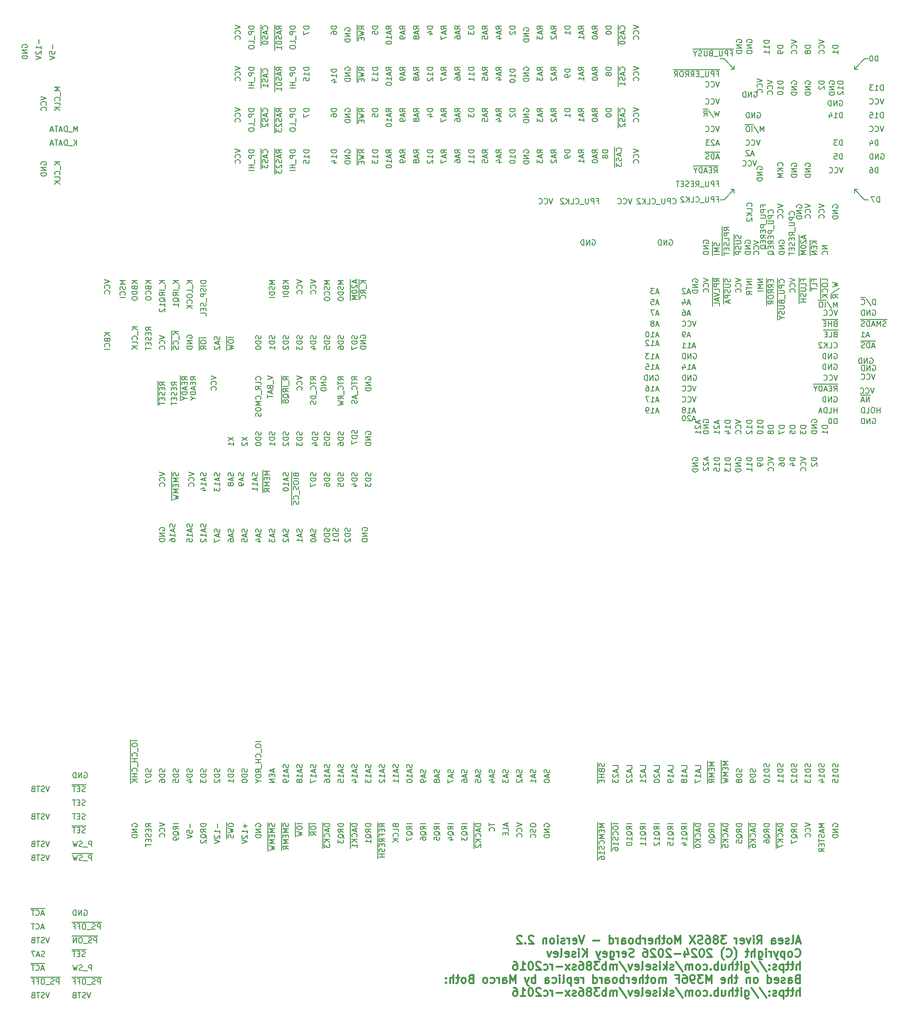
<source format=gbr>
%TF.GenerationSoftware,KiCad,Pcbnew,(6.0.2)*%
%TF.CreationDate,2026-02-18T07:48:15-08:00*%
%TF.ProjectId,AT386SX,41543338-3653-4582-9e6b-696361645f70,2.2*%
%TF.SameCoordinates,Original*%
%TF.FileFunction,Legend,Bot*%
%TF.FilePolarity,Positive*%
%FSLAX46Y46*%
G04 Gerber Fmt 4.6, Leading zero omitted, Abs format (unit mm)*
G04 Created by KiCad (PCBNEW (6.0.2)) date 2026-02-18 07:48:15*
%MOMM*%
%LPD*%
G01*
G04 APERTURE LIST*
%ADD10C,0.150000*%
%ADD11C,0.300000*%
G04 APERTURE END LIST*
D10*
X152082500Y-31432500D02*
X151447500Y-31432500D01*
X152082500Y-57467500D02*
X153987500Y-55562500D01*
X151447500Y-57467500D02*
X152082500Y-57467500D01*
X178117500Y-31432500D02*
X178752500Y-31432500D01*
X153987500Y-33337500D02*
X152082500Y-31432500D01*
X153352500Y-33337500D02*
X153987500Y-33337500D01*
X153987500Y-55562500D02*
X153987500Y-56197500D01*
X176212500Y-55562500D02*
X178117500Y-57467500D01*
X153987500Y-55562500D02*
X153352500Y-55562500D01*
X153987500Y-33337500D02*
X153987500Y-32702500D01*
X176212500Y-33337500D02*
X178117500Y-31432500D01*
X176847500Y-33337500D02*
X176212500Y-33337500D01*
X178117500Y-57467500D02*
X178752500Y-57467500D01*
X176212500Y-55562500D02*
X176212500Y-56197500D01*
X176212500Y-55562500D02*
X176847500Y-55562500D01*
X176212500Y-33337500D02*
X176212500Y-32702500D01*
X69020000Y-32800000D02*
X69020000Y-33800000D01*
X70302380Y-33609523D02*
X69826190Y-33276190D01*
X70302380Y-33038095D02*
X69302380Y-33038095D01*
X69302380Y-33419047D01*
X69350000Y-33514285D01*
X69397619Y-33561904D01*
X69492857Y-33609523D01*
X69635714Y-33609523D01*
X69730952Y-33561904D01*
X69778571Y-33514285D01*
X69826190Y-33419047D01*
X69826190Y-33038095D01*
X69020000Y-33800000D02*
X69020000Y-34657142D01*
X70016666Y-33990476D02*
X70016666Y-34466666D01*
X70302380Y-33895238D02*
X69302380Y-34228571D01*
X70302380Y-34561904D01*
X69020000Y-34657142D02*
X69020000Y-35609523D01*
X70254761Y-34847619D02*
X70302380Y-34990476D01*
X70302380Y-35228571D01*
X70254761Y-35323809D01*
X70207142Y-35371428D01*
X70111904Y-35419047D01*
X70016666Y-35419047D01*
X69921428Y-35371428D01*
X69873809Y-35323809D01*
X69826190Y-35228571D01*
X69778571Y-35038095D01*
X69730952Y-34942857D01*
X69683333Y-34895238D01*
X69588095Y-34847619D01*
X69492857Y-34847619D01*
X69397619Y-34895238D01*
X69350000Y-34942857D01*
X69302380Y-35038095D01*
X69302380Y-35276190D01*
X69350000Y-35419047D01*
X69020000Y-35609523D02*
X69020000Y-36561904D01*
X69302380Y-36038095D02*
X69302380Y-36133333D01*
X69350000Y-36228571D01*
X69397619Y-36276190D01*
X69492857Y-36323809D01*
X69683333Y-36371428D01*
X69921428Y-36371428D01*
X70111904Y-36323809D01*
X70207142Y-36276190D01*
X70254761Y-36228571D01*
X70302380Y-36133333D01*
X70302380Y-36038095D01*
X70254761Y-35942857D01*
X70207142Y-35895238D01*
X70111904Y-35847619D01*
X69921428Y-35800000D01*
X69683333Y-35800000D01*
X69492857Y-35847619D01*
X69397619Y-35895238D01*
X69350000Y-35942857D01*
X69302380Y-36038095D01*
X69020000Y-36561904D02*
X69020000Y-37514285D01*
X70302380Y-37323809D02*
X70302380Y-36752380D01*
X70302380Y-37038095D02*
X69302380Y-37038095D01*
X69445238Y-36942857D01*
X69540476Y-36847619D01*
X69588095Y-36752380D01*
X65809761Y-107920476D02*
X65857380Y-108063333D01*
X65857380Y-108301428D01*
X65809761Y-108396666D01*
X65762142Y-108444285D01*
X65666904Y-108491904D01*
X65571666Y-108491904D01*
X65476428Y-108444285D01*
X65428809Y-108396666D01*
X65381190Y-108301428D01*
X65333571Y-108110952D01*
X65285952Y-108015714D01*
X65238333Y-107968095D01*
X65143095Y-107920476D01*
X65047857Y-107920476D01*
X64952619Y-107968095D01*
X64905000Y-108015714D01*
X64857380Y-108110952D01*
X64857380Y-108349047D01*
X64905000Y-108491904D01*
X65571666Y-108872857D02*
X65571666Y-109349047D01*
X65857380Y-108777619D02*
X64857380Y-109110952D01*
X65857380Y-109444285D01*
X65857380Y-110301428D02*
X65857380Y-109730000D01*
X65857380Y-110015714D02*
X64857380Y-110015714D01*
X65000238Y-109920476D01*
X65095476Y-109825238D01*
X65143095Y-109730000D01*
X65857380Y-111253809D02*
X65857380Y-110682380D01*
X65857380Y-110968095D02*
X64857380Y-110968095D01*
X65000238Y-110872857D01*
X65095476Y-110777619D01*
X65143095Y-110682380D01*
X51252380Y-72408095D02*
X50252380Y-72408095D01*
X51252380Y-72979523D02*
X50680952Y-72550952D01*
X50252380Y-72979523D02*
X50823809Y-72408095D01*
X51347619Y-73170000D02*
X51347619Y-73931904D01*
X51252380Y-74170000D02*
X50252380Y-74170000D01*
X51252380Y-75217619D02*
X50776190Y-74884285D01*
X51252380Y-74646190D02*
X50252380Y-74646190D01*
X50252380Y-75027142D01*
X50300000Y-75122380D01*
X50347619Y-75170000D01*
X50442857Y-75217619D01*
X50585714Y-75217619D01*
X50680952Y-75170000D01*
X50728571Y-75122380D01*
X50776190Y-75027142D01*
X50776190Y-74646190D01*
X51347619Y-76312857D02*
X51300000Y-76217619D01*
X51204761Y-76122380D01*
X51061904Y-75979523D01*
X51014285Y-75884285D01*
X51014285Y-75789047D01*
X51252380Y-75836666D02*
X51204761Y-75741428D01*
X51109523Y-75646190D01*
X50919047Y-75598571D01*
X50585714Y-75598571D01*
X50395238Y-75646190D01*
X50300000Y-75741428D01*
X50252380Y-75836666D01*
X50252380Y-76027142D01*
X50300000Y-76122380D01*
X50395238Y-76217619D01*
X50585714Y-76265238D01*
X50919047Y-76265238D01*
X51109523Y-76217619D01*
X51204761Y-76122380D01*
X51252380Y-76027142D01*
X51252380Y-75836666D01*
X51252380Y-77217619D02*
X51252380Y-76646190D01*
X51252380Y-76931904D02*
X50252380Y-76931904D01*
X50395238Y-76836666D01*
X50490476Y-76741428D01*
X50538095Y-76646190D01*
X77605000Y-90711904D02*
X77557380Y-90616666D01*
X77557380Y-90473809D01*
X77605000Y-90330952D01*
X77700238Y-90235714D01*
X77795476Y-90188095D01*
X77985952Y-90140476D01*
X78128809Y-90140476D01*
X78319285Y-90188095D01*
X78414523Y-90235714D01*
X78509761Y-90330952D01*
X78557380Y-90473809D01*
X78557380Y-90569047D01*
X78509761Y-90711904D01*
X78462142Y-90759523D01*
X78128809Y-90759523D01*
X78128809Y-90569047D01*
X78557380Y-91188095D02*
X77557380Y-91188095D01*
X78557380Y-91759523D01*
X77557380Y-91759523D01*
X78557380Y-92235714D02*
X77557380Y-92235714D01*
X77557380Y-92473809D01*
X77605000Y-92616666D01*
X77700238Y-92711904D01*
X77795476Y-92759523D01*
X77985952Y-92807142D01*
X78128809Y-92807142D01*
X78319285Y-92759523D01*
X78414523Y-92711904D01*
X78509761Y-92616666D01*
X78557380Y-92473809D01*
X78557380Y-92235714D01*
X146300000Y-72659404D02*
X146252380Y-72564166D01*
X146252380Y-72421309D01*
X146300000Y-72278452D01*
X146395238Y-72183214D01*
X146490476Y-72135595D01*
X146680952Y-72087976D01*
X146823809Y-72087976D01*
X147014285Y-72135595D01*
X147109523Y-72183214D01*
X147204761Y-72278452D01*
X147252380Y-72421309D01*
X147252380Y-72516547D01*
X147204761Y-72659404D01*
X147157142Y-72707023D01*
X146823809Y-72707023D01*
X146823809Y-72516547D01*
X147252380Y-73135595D02*
X146252380Y-73135595D01*
X147252380Y-73707023D01*
X146252380Y-73707023D01*
X147252380Y-74183214D02*
X146252380Y-74183214D01*
X146252380Y-74421309D01*
X146300000Y-74564166D01*
X146395238Y-74659404D01*
X146490476Y-74707023D01*
X146680952Y-74754642D01*
X146823809Y-74754642D01*
X147014285Y-74707023D01*
X147109523Y-74659404D01*
X147204761Y-74564166D01*
X147252380Y-74421309D01*
X147252380Y-74183214D01*
X128722380Y-25989523D02*
X128246190Y-25656190D01*
X128722380Y-25418095D02*
X127722380Y-25418095D01*
X127722380Y-25799047D01*
X127770000Y-25894285D01*
X127817619Y-25941904D01*
X127912857Y-25989523D01*
X128055714Y-25989523D01*
X128150952Y-25941904D01*
X128198571Y-25894285D01*
X128246190Y-25799047D01*
X128246190Y-25418095D01*
X128436666Y-26370476D02*
X128436666Y-26846666D01*
X128722380Y-26275238D02*
X127722380Y-26608571D01*
X128722380Y-26941904D01*
X127722380Y-27465714D02*
X127722380Y-27560952D01*
X127770000Y-27656190D01*
X127817619Y-27703809D01*
X127912857Y-27751428D01*
X128103333Y-27799047D01*
X128341428Y-27799047D01*
X128531904Y-27751428D01*
X128627142Y-27703809D01*
X128674761Y-27656190D01*
X128722380Y-27560952D01*
X128722380Y-27465714D01*
X128674761Y-27370476D01*
X128627142Y-27322857D01*
X128531904Y-27275238D01*
X128341428Y-27227619D01*
X128103333Y-27227619D01*
X127912857Y-27275238D01*
X127817619Y-27322857D01*
X127770000Y-27370476D01*
X127722380Y-27465714D01*
X154252380Y-98140595D02*
X155252380Y-98473928D01*
X154252380Y-98807261D01*
X155157142Y-99712023D02*
X155204761Y-99664404D01*
X155252380Y-99521547D01*
X155252380Y-99426309D01*
X155204761Y-99283452D01*
X155109523Y-99188214D01*
X155014285Y-99140595D01*
X154823809Y-99092976D01*
X154680952Y-99092976D01*
X154490476Y-99140595D01*
X154395238Y-99188214D01*
X154300000Y-99283452D01*
X154252380Y-99426309D01*
X154252380Y-99521547D01*
X154300000Y-99664404D01*
X154347619Y-99712023D01*
X155157142Y-100712023D02*
X155204761Y-100664404D01*
X155252380Y-100521547D01*
X155252380Y-100426309D01*
X155204761Y-100283452D01*
X155109523Y-100188214D01*
X155014285Y-100140595D01*
X154823809Y-100092976D01*
X154680952Y-100092976D01*
X154490476Y-100140595D01*
X154395238Y-100188214D01*
X154300000Y-100283452D01*
X154252380Y-100426309D01*
X154252380Y-100521547D01*
X154300000Y-100664404D01*
X154347619Y-100712023D01*
X118562380Y-33609523D02*
X118086190Y-33276190D01*
X118562380Y-33038095D02*
X117562380Y-33038095D01*
X117562380Y-33419047D01*
X117610000Y-33514285D01*
X117657619Y-33561904D01*
X117752857Y-33609523D01*
X117895714Y-33609523D01*
X117990952Y-33561904D01*
X118038571Y-33514285D01*
X118086190Y-33419047D01*
X118086190Y-33038095D01*
X118276666Y-33990476D02*
X118276666Y-34466666D01*
X118562380Y-33895238D02*
X117562380Y-34228571D01*
X118562380Y-34561904D01*
X117562380Y-34800000D02*
X117562380Y-35419047D01*
X117943333Y-35085714D01*
X117943333Y-35228571D01*
X117990952Y-35323809D01*
X118038571Y-35371428D01*
X118133809Y-35419047D01*
X118371904Y-35419047D01*
X118467142Y-35371428D01*
X118514761Y-35323809D01*
X118562380Y-35228571D01*
X118562380Y-34942857D01*
X118514761Y-34847619D01*
X118467142Y-34800000D01*
X140012023Y-92566666D02*
X139535833Y-92566666D01*
X140107261Y-92852380D02*
X139773928Y-91852380D01*
X139440595Y-92852380D01*
X138583452Y-92852380D02*
X139154880Y-92852380D01*
X138869166Y-92852380D02*
X138869166Y-91852380D01*
X138964404Y-91995238D01*
X139059642Y-92090476D01*
X139154880Y-92138095D01*
X137726309Y-91852380D02*
X137916785Y-91852380D01*
X138012023Y-91900000D01*
X138059642Y-91947619D01*
X138154880Y-92090476D01*
X138202500Y-92280952D01*
X138202500Y-92661904D01*
X138154880Y-92757142D01*
X138107261Y-92804761D01*
X138012023Y-92852380D01*
X137821547Y-92852380D01*
X137726309Y-92804761D01*
X137678690Y-92757142D01*
X137631071Y-92661904D01*
X137631071Y-92423809D01*
X137678690Y-92328571D01*
X137726309Y-92280952D01*
X137821547Y-92233333D01*
X138012023Y-92233333D01*
X138107261Y-92280952D01*
X138154880Y-92328571D01*
X138202500Y-92423809D01*
X131250000Y-172500000D02*
X131250000Y-172976190D01*
X132532380Y-172738095D02*
X131532380Y-172738095D01*
X131250000Y-172976190D02*
X131250000Y-174023809D01*
X131532380Y-173404761D02*
X131532380Y-173595238D01*
X131580000Y-173690476D01*
X131675238Y-173785714D01*
X131865714Y-173833333D01*
X132199047Y-173833333D01*
X132389523Y-173785714D01*
X132484761Y-173690476D01*
X132532380Y-173595238D01*
X132532380Y-173404761D01*
X132484761Y-173309523D01*
X132389523Y-173214285D01*
X132199047Y-173166666D01*
X131865714Y-173166666D01*
X131675238Y-173214285D01*
X131580000Y-173309523D01*
X131532380Y-173404761D01*
X131250000Y-174023809D02*
X131250000Y-175023809D01*
X132437142Y-174833333D02*
X132484761Y-174785714D01*
X132532380Y-174642857D01*
X132532380Y-174547619D01*
X132484761Y-174404761D01*
X132389523Y-174309523D01*
X132294285Y-174261904D01*
X132103809Y-174214285D01*
X131960952Y-174214285D01*
X131770476Y-174261904D01*
X131675238Y-174309523D01*
X131580000Y-174404761D01*
X131532380Y-174547619D01*
X131532380Y-174642857D01*
X131580000Y-174785714D01*
X131627619Y-174833333D01*
X131250000Y-175023809D02*
X131250000Y-175976190D01*
X132484761Y-175214285D02*
X132532380Y-175357142D01*
X132532380Y-175595238D01*
X132484761Y-175690476D01*
X132437142Y-175738095D01*
X132341904Y-175785714D01*
X132246666Y-175785714D01*
X132151428Y-175738095D01*
X132103809Y-175690476D01*
X132056190Y-175595238D01*
X132008571Y-175404761D01*
X131960952Y-175309523D01*
X131913333Y-175261904D01*
X131818095Y-175214285D01*
X131722857Y-175214285D01*
X131627619Y-175261904D01*
X131580000Y-175309523D01*
X131532380Y-175404761D01*
X131532380Y-175642857D01*
X131580000Y-175785714D01*
X131250000Y-175976190D02*
X131250000Y-176928571D01*
X132532380Y-176738095D02*
X132532380Y-176166666D01*
X132532380Y-176452380D02*
X131532380Y-176452380D01*
X131675238Y-176357142D01*
X131770476Y-176261904D01*
X131818095Y-176166666D01*
X131250000Y-176928571D02*
X131250000Y-177880952D01*
X131532380Y-177595238D02*
X131532380Y-177404761D01*
X131580000Y-177309523D01*
X131627619Y-177261904D01*
X131770476Y-177166666D01*
X131960952Y-177119047D01*
X132341904Y-177119047D01*
X132437142Y-177166666D01*
X132484761Y-177214285D01*
X132532380Y-177309523D01*
X132532380Y-177500000D01*
X132484761Y-177595238D01*
X132437142Y-177642857D01*
X132341904Y-177690476D01*
X132103809Y-177690476D01*
X132008571Y-177642857D01*
X131960952Y-177595238D01*
X131913333Y-177500000D01*
X131913333Y-177309523D01*
X131960952Y-177214285D01*
X132008571Y-177166666D01*
X132103809Y-177119047D01*
X47712380Y-172595238D02*
X48712380Y-172928571D01*
X47712380Y-173261904D01*
X48617142Y-174166666D02*
X48664761Y-174119047D01*
X48712380Y-173976190D01*
X48712380Y-173880952D01*
X48664761Y-173738095D01*
X48569523Y-173642857D01*
X48474285Y-173595238D01*
X48283809Y-173547619D01*
X48140952Y-173547619D01*
X47950476Y-173595238D01*
X47855238Y-173642857D01*
X47760000Y-173738095D01*
X47712380Y-173880952D01*
X47712380Y-173976190D01*
X47760000Y-174119047D01*
X47807619Y-174166666D01*
X48617142Y-175166666D02*
X48664761Y-175119047D01*
X48712380Y-174976190D01*
X48712380Y-174880952D01*
X48664761Y-174738095D01*
X48569523Y-174642857D01*
X48474285Y-174595238D01*
X48283809Y-174547619D01*
X48140952Y-174547619D01*
X47950476Y-174595238D01*
X47855238Y-174642857D01*
X47760000Y-174738095D01*
X47712380Y-174880952D01*
X47712380Y-174976190D01*
X47760000Y-175119047D01*
X47807619Y-175166666D01*
X93162380Y-41229523D02*
X92686190Y-40896190D01*
X93162380Y-40658095D02*
X92162380Y-40658095D01*
X92162380Y-41039047D01*
X92210000Y-41134285D01*
X92257619Y-41181904D01*
X92352857Y-41229523D01*
X92495714Y-41229523D01*
X92590952Y-41181904D01*
X92638571Y-41134285D01*
X92686190Y-41039047D01*
X92686190Y-40658095D01*
X92876666Y-41610476D02*
X92876666Y-42086666D01*
X93162380Y-41515238D02*
X92162380Y-41848571D01*
X93162380Y-42181904D01*
X93162380Y-42562857D02*
X93162380Y-42753333D01*
X93114761Y-42848571D01*
X93067142Y-42896190D01*
X92924285Y-42991428D01*
X92733809Y-43039047D01*
X92352857Y-43039047D01*
X92257619Y-42991428D01*
X92210000Y-42943809D01*
X92162380Y-42848571D01*
X92162380Y-42658095D01*
X92210000Y-42562857D01*
X92257619Y-42515238D01*
X92352857Y-42467619D01*
X92590952Y-42467619D01*
X92686190Y-42515238D01*
X92733809Y-42562857D01*
X92781428Y-42658095D01*
X92781428Y-42848571D01*
X92733809Y-42943809D01*
X92686190Y-42991428D01*
X92590952Y-43039047D01*
X146959404Y-91852380D02*
X146626071Y-92852380D01*
X146292738Y-91852380D01*
X145387976Y-92757142D02*
X145435595Y-92804761D01*
X145578452Y-92852380D01*
X145673690Y-92852380D01*
X145816547Y-92804761D01*
X145911785Y-92709523D01*
X145959404Y-92614285D01*
X146007023Y-92423809D01*
X146007023Y-92280952D01*
X145959404Y-92090476D01*
X145911785Y-91995238D01*
X145816547Y-91900000D01*
X145673690Y-91852380D01*
X145578452Y-91852380D01*
X145435595Y-91900000D01*
X145387976Y-91947619D01*
X144387976Y-92757142D02*
X144435595Y-92804761D01*
X144578452Y-92852380D01*
X144673690Y-92852380D01*
X144816547Y-92804761D01*
X144911785Y-92709523D01*
X144959404Y-92614285D01*
X145007023Y-92423809D01*
X145007023Y-92280952D01*
X144959404Y-92090476D01*
X144911785Y-91995238D01*
X144816547Y-91900000D01*
X144673690Y-91852380D01*
X144578452Y-91852380D01*
X144435595Y-91900000D01*
X144387976Y-91947619D01*
X98242380Y-25418095D02*
X97242380Y-25418095D01*
X97242380Y-25656190D01*
X97290000Y-25799047D01*
X97385238Y-25894285D01*
X97480476Y-25941904D01*
X97670952Y-25989523D01*
X97813809Y-25989523D01*
X98004285Y-25941904D01*
X98099523Y-25894285D01*
X98194761Y-25799047D01*
X98242380Y-25656190D01*
X98242380Y-25418095D01*
X97575714Y-26846666D02*
X98242380Y-26846666D01*
X97194761Y-26608571D02*
X97909047Y-26370476D01*
X97909047Y-26989523D01*
X113482380Y-25418095D02*
X112482380Y-25418095D01*
X112482380Y-25656190D01*
X112530000Y-25799047D01*
X112625238Y-25894285D01*
X112720476Y-25941904D01*
X112910952Y-25989523D01*
X113053809Y-25989523D01*
X113244285Y-25941904D01*
X113339523Y-25894285D01*
X113434761Y-25799047D01*
X113482380Y-25656190D01*
X113482380Y-25418095D01*
X112577619Y-26370476D02*
X112530000Y-26418095D01*
X112482380Y-26513333D01*
X112482380Y-26751428D01*
X112530000Y-26846666D01*
X112577619Y-26894285D01*
X112672857Y-26941904D01*
X112768095Y-26941904D01*
X112910952Y-26894285D01*
X113482380Y-26322857D01*
X113482380Y-26941904D01*
X29386190Y-201100000D02*
X28386190Y-201100000D01*
X29148095Y-202382380D02*
X29148095Y-201382380D01*
X28767142Y-201382380D01*
X28671904Y-201430000D01*
X28624285Y-201477619D01*
X28576666Y-201572857D01*
X28576666Y-201715714D01*
X28624285Y-201810952D01*
X28671904Y-201858571D01*
X28767142Y-201906190D01*
X29148095Y-201906190D01*
X28386190Y-201100000D02*
X27433809Y-201100000D01*
X28195714Y-202334761D02*
X28052857Y-202382380D01*
X27814761Y-202382380D01*
X27719523Y-202334761D01*
X27671904Y-202287142D01*
X27624285Y-202191904D01*
X27624285Y-202096666D01*
X27671904Y-202001428D01*
X27719523Y-201953809D01*
X27814761Y-201906190D01*
X28005238Y-201858571D01*
X28100476Y-201810952D01*
X28148095Y-201763333D01*
X28195714Y-201668095D01*
X28195714Y-201572857D01*
X28148095Y-201477619D01*
X28100476Y-201430000D01*
X28005238Y-201382380D01*
X27767142Y-201382380D01*
X27624285Y-201430000D01*
X27433809Y-201100000D02*
X26671904Y-201100000D01*
X27433809Y-202477619D02*
X26671904Y-202477619D01*
X26671904Y-201100000D02*
X25624285Y-201100000D01*
X26243333Y-201382380D02*
X26052857Y-201382380D01*
X25957619Y-201430000D01*
X25862380Y-201525238D01*
X25814761Y-201715714D01*
X25814761Y-202049047D01*
X25862380Y-202239523D01*
X25957619Y-202334761D01*
X26052857Y-202382380D01*
X26243333Y-202382380D01*
X26338571Y-202334761D01*
X26433809Y-202239523D01*
X26481428Y-202049047D01*
X26481428Y-201715714D01*
X26433809Y-201525238D01*
X26338571Y-201430000D01*
X26243333Y-201382380D01*
X25624285Y-201100000D02*
X24767142Y-201100000D01*
X25052857Y-201858571D02*
X25386190Y-201858571D01*
X25386190Y-202382380D02*
X25386190Y-201382380D01*
X24910000Y-201382380D01*
X24767142Y-201100000D02*
X23910000Y-201100000D01*
X24195714Y-201858571D02*
X24529047Y-201858571D01*
X24529047Y-202382380D02*
X24529047Y-201382380D01*
X24052857Y-201382380D01*
X160107380Y-35435238D02*
X161107380Y-35768571D01*
X160107380Y-36101904D01*
X161012142Y-37006666D02*
X161059761Y-36959047D01*
X161107380Y-36816190D01*
X161107380Y-36720952D01*
X161059761Y-36578095D01*
X160964523Y-36482857D01*
X160869285Y-36435238D01*
X160678809Y-36387619D01*
X160535952Y-36387619D01*
X160345476Y-36435238D01*
X160250238Y-36482857D01*
X160155000Y-36578095D01*
X160107380Y-36720952D01*
X160107380Y-36816190D01*
X160155000Y-36959047D01*
X160202619Y-37006666D01*
X161012142Y-38006666D02*
X161059761Y-37959047D01*
X161107380Y-37816190D01*
X161107380Y-37720952D01*
X161059761Y-37578095D01*
X160964523Y-37482857D01*
X160869285Y-37435238D01*
X160678809Y-37387619D01*
X160535952Y-37387619D01*
X160345476Y-37435238D01*
X160250238Y-37482857D01*
X160155000Y-37578095D01*
X160107380Y-37720952D01*
X160107380Y-37816190D01*
X160155000Y-37959047D01*
X160202619Y-38006666D01*
X46172380Y-72408095D02*
X45172380Y-72408095D01*
X46172380Y-72979523D02*
X45600952Y-72550952D01*
X45172380Y-72979523D02*
X45743809Y-72408095D01*
X45648571Y-73741428D02*
X45696190Y-73884285D01*
X45743809Y-73931904D01*
X45839047Y-73979523D01*
X45981904Y-73979523D01*
X46077142Y-73931904D01*
X46124761Y-73884285D01*
X46172380Y-73789047D01*
X46172380Y-73408095D01*
X45172380Y-73408095D01*
X45172380Y-73741428D01*
X45220000Y-73836666D01*
X45267619Y-73884285D01*
X45362857Y-73931904D01*
X45458095Y-73931904D01*
X45553333Y-73884285D01*
X45600952Y-73836666D01*
X45648571Y-73741428D01*
X45648571Y-73408095D01*
X46077142Y-74979523D02*
X46124761Y-74931904D01*
X46172380Y-74789047D01*
X46172380Y-74693809D01*
X46124761Y-74550952D01*
X46029523Y-74455714D01*
X45934285Y-74408095D01*
X45743809Y-74360476D01*
X45600952Y-74360476D01*
X45410476Y-74408095D01*
X45315238Y-74455714D01*
X45220000Y-74550952D01*
X45172380Y-74693809D01*
X45172380Y-74789047D01*
X45220000Y-74931904D01*
X45267619Y-74979523D01*
X45172380Y-75598571D02*
X45172380Y-75789047D01*
X45220000Y-75884285D01*
X45315238Y-75979523D01*
X45505714Y-76027142D01*
X45839047Y-76027142D01*
X46029523Y-75979523D01*
X46124761Y-75884285D01*
X46172380Y-75789047D01*
X46172380Y-75598571D01*
X46124761Y-75503333D01*
X46029523Y-75408095D01*
X45839047Y-75360476D01*
X45505714Y-75360476D01*
X45315238Y-75408095D01*
X45220000Y-75503333D01*
X45172380Y-75598571D01*
X146959404Y-79852380D02*
X146626071Y-80852380D01*
X146292738Y-79852380D01*
X145387976Y-80757142D02*
X145435595Y-80804761D01*
X145578452Y-80852380D01*
X145673690Y-80852380D01*
X145816547Y-80804761D01*
X145911785Y-80709523D01*
X145959404Y-80614285D01*
X146007023Y-80423809D01*
X146007023Y-80280952D01*
X145959404Y-80090476D01*
X145911785Y-79995238D01*
X145816547Y-79900000D01*
X145673690Y-79852380D01*
X145578452Y-79852380D01*
X145435595Y-79900000D01*
X145387976Y-79947619D01*
X144387976Y-80757142D02*
X144435595Y-80804761D01*
X144578452Y-80852380D01*
X144673690Y-80852380D01*
X144816547Y-80804761D01*
X144911785Y-80709523D01*
X144959404Y-80614285D01*
X145007023Y-80423809D01*
X145007023Y-80280952D01*
X144959404Y-80090476D01*
X144911785Y-79995238D01*
X144816547Y-79900000D01*
X144673690Y-79852380D01*
X144578452Y-79852380D01*
X144435595Y-79900000D01*
X144387976Y-79947619D01*
X58824761Y-162605714D02*
X58872380Y-162748571D01*
X58872380Y-162986666D01*
X58824761Y-163081904D01*
X58777142Y-163129523D01*
X58681904Y-163177142D01*
X58586666Y-163177142D01*
X58491428Y-163129523D01*
X58443809Y-163081904D01*
X58396190Y-162986666D01*
X58348571Y-162796190D01*
X58300952Y-162700952D01*
X58253333Y-162653333D01*
X58158095Y-162605714D01*
X58062857Y-162605714D01*
X57967619Y-162653333D01*
X57920000Y-162700952D01*
X57872380Y-162796190D01*
X57872380Y-163034285D01*
X57920000Y-163177142D01*
X58872380Y-163605714D02*
X57872380Y-163605714D01*
X57872380Y-163843809D01*
X57920000Y-163986666D01*
X58015238Y-164081904D01*
X58110476Y-164129523D01*
X58300952Y-164177142D01*
X58443809Y-164177142D01*
X58634285Y-164129523D01*
X58729523Y-164081904D01*
X58824761Y-163986666D01*
X58872380Y-163843809D01*
X58872380Y-163605714D01*
X57967619Y-164558095D02*
X57920000Y-164605714D01*
X57872380Y-164700952D01*
X57872380Y-164939047D01*
X57920000Y-165034285D01*
X57967619Y-165081904D01*
X58062857Y-165129523D01*
X58158095Y-165129523D01*
X58300952Y-165081904D01*
X58872380Y-164510476D01*
X58872380Y-165129523D01*
X135072380Y-172738095D02*
X134072380Y-172738095D01*
X135072380Y-173785714D02*
X134596190Y-173452380D01*
X135072380Y-173214285D02*
X134072380Y-173214285D01*
X134072380Y-173595238D01*
X134120000Y-173690476D01*
X134167619Y-173738095D01*
X134262857Y-173785714D01*
X134405714Y-173785714D01*
X134500952Y-173738095D01*
X134548571Y-173690476D01*
X134596190Y-173595238D01*
X134596190Y-173214285D01*
X135167619Y-174880952D02*
X135120000Y-174785714D01*
X135024761Y-174690476D01*
X134881904Y-174547619D01*
X134834285Y-174452380D01*
X134834285Y-174357142D01*
X135072380Y-174404761D02*
X135024761Y-174309523D01*
X134929523Y-174214285D01*
X134739047Y-174166666D01*
X134405714Y-174166666D01*
X134215238Y-174214285D01*
X134120000Y-174309523D01*
X134072380Y-174404761D01*
X134072380Y-174595238D01*
X134120000Y-174690476D01*
X134215238Y-174785714D01*
X134405714Y-174833333D01*
X134739047Y-174833333D01*
X134929523Y-174785714D01*
X135024761Y-174690476D01*
X135072380Y-174595238D01*
X135072380Y-174404761D01*
X135072380Y-175785714D02*
X135072380Y-175214285D01*
X135072380Y-175500000D02*
X134072380Y-175500000D01*
X134215238Y-175404761D01*
X134310476Y-175309523D01*
X134358095Y-175214285D01*
X134072380Y-176404761D02*
X134072380Y-176500000D01*
X134120000Y-176595238D01*
X134167619Y-176642857D01*
X134262857Y-176690476D01*
X134453333Y-176738095D01*
X134691428Y-176738095D01*
X134881904Y-176690476D01*
X134977142Y-176642857D01*
X135024761Y-176595238D01*
X135072380Y-176500000D01*
X135072380Y-176404761D01*
X135024761Y-176309523D01*
X134977142Y-176261904D01*
X134881904Y-176214285D01*
X134691428Y-176166666D01*
X134453333Y-176166666D01*
X134262857Y-176214285D01*
X134167619Y-176261904D01*
X134120000Y-176309523D01*
X134072380Y-176404761D01*
X163252380Y-105135595D02*
X162252380Y-105135595D01*
X162252380Y-105373690D01*
X162300000Y-105516547D01*
X162395238Y-105611785D01*
X162490476Y-105659404D01*
X162680952Y-105707023D01*
X162823809Y-105707023D01*
X163014285Y-105659404D01*
X163109523Y-105611785D01*
X163204761Y-105516547D01*
X163252380Y-105373690D01*
X163252380Y-105135595D01*
X162252380Y-106564166D02*
X162252380Y-106373690D01*
X162300000Y-106278452D01*
X162347619Y-106230833D01*
X162490476Y-106135595D01*
X162680952Y-106087976D01*
X163061904Y-106087976D01*
X163157142Y-106135595D01*
X163204761Y-106183214D01*
X163252380Y-106278452D01*
X163252380Y-106468928D01*
X163204761Y-106564166D01*
X163157142Y-106611785D01*
X163061904Y-106659404D01*
X162823809Y-106659404D01*
X162728571Y-106611785D01*
X162680952Y-106564166D01*
X162633333Y-106468928D01*
X162633333Y-106278452D01*
X162680952Y-106183214D01*
X162728571Y-106135595D01*
X162823809Y-106087976D01*
X120457261Y-57237380D02*
X120123928Y-58237380D01*
X119790595Y-57237380D01*
X118885833Y-58142142D02*
X118933452Y-58189761D01*
X119076309Y-58237380D01*
X119171547Y-58237380D01*
X119314404Y-58189761D01*
X119409642Y-58094523D01*
X119457261Y-57999285D01*
X119504880Y-57808809D01*
X119504880Y-57665952D01*
X119457261Y-57475476D01*
X119409642Y-57380238D01*
X119314404Y-57285000D01*
X119171547Y-57237380D01*
X119076309Y-57237380D01*
X118933452Y-57285000D01*
X118885833Y-57332619D01*
X117885833Y-58142142D02*
X117933452Y-58189761D01*
X118076309Y-58237380D01*
X118171547Y-58237380D01*
X118314404Y-58189761D01*
X118409642Y-58094523D01*
X118457261Y-57999285D01*
X118504880Y-57808809D01*
X118504880Y-57665952D01*
X118457261Y-57475476D01*
X118409642Y-57380238D01*
X118314404Y-57285000D01*
X118171547Y-57237380D01*
X118076309Y-57237380D01*
X117933452Y-57285000D01*
X117885833Y-57332619D01*
X73112380Y-90045238D02*
X74112380Y-90378571D01*
X73112380Y-90711904D01*
X74017142Y-91616666D02*
X74064761Y-91569047D01*
X74112380Y-91426190D01*
X74112380Y-91330952D01*
X74064761Y-91188095D01*
X73969523Y-91092857D01*
X73874285Y-91045238D01*
X73683809Y-90997619D01*
X73540952Y-90997619D01*
X73350476Y-91045238D01*
X73255238Y-91092857D01*
X73160000Y-91188095D01*
X73112380Y-91330952D01*
X73112380Y-91426190D01*
X73160000Y-91569047D01*
X73207619Y-91616666D01*
X74017142Y-92616666D02*
X74064761Y-92569047D01*
X74112380Y-92426190D01*
X74112380Y-92330952D01*
X74064761Y-92188095D01*
X73969523Y-92092857D01*
X73874285Y-92045238D01*
X73683809Y-91997619D01*
X73540952Y-91997619D01*
X73350476Y-92045238D01*
X73255238Y-92092857D01*
X73160000Y-92188095D01*
X73112380Y-92330952D01*
X73112380Y-92426190D01*
X73160000Y-92569047D01*
X73207619Y-92616666D01*
X37006190Y-201100000D02*
X36006190Y-201100000D01*
X36768095Y-202382380D02*
X36768095Y-201382380D01*
X36387142Y-201382380D01*
X36291904Y-201430000D01*
X36244285Y-201477619D01*
X36196666Y-201572857D01*
X36196666Y-201715714D01*
X36244285Y-201810952D01*
X36291904Y-201858571D01*
X36387142Y-201906190D01*
X36768095Y-201906190D01*
X36006190Y-201100000D02*
X35053809Y-201100000D01*
X35815714Y-202334761D02*
X35672857Y-202382380D01*
X35434761Y-202382380D01*
X35339523Y-202334761D01*
X35291904Y-202287142D01*
X35244285Y-202191904D01*
X35244285Y-202096666D01*
X35291904Y-202001428D01*
X35339523Y-201953809D01*
X35434761Y-201906190D01*
X35625238Y-201858571D01*
X35720476Y-201810952D01*
X35768095Y-201763333D01*
X35815714Y-201668095D01*
X35815714Y-201572857D01*
X35768095Y-201477619D01*
X35720476Y-201430000D01*
X35625238Y-201382380D01*
X35387142Y-201382380D01*
X35244285Y-201430000D01*
X35053809Y-201100000D02*
X34291904Y-201100000D01*
X35053809Y-202477619D02*
X34291904Y-202477619D01*
X34291904Y-201100000D02*
X33244285Y-201100000D01*
X33863333Y-201382380D02*
X33672857Y-201382380D01*
X33577619Y-201430000D01*
X33482380Y-201525238D01*
X33434761Y-201715714D01*
X33434761Y-202049047D01*
X33482380Y-202239523D01*
X33577619Y-202334761D01*
X33672857Y-202382380D01*
X33863333Y-202382380D01*
X33958571Y-202334761D01*
X34053809Y-202239523D01*
X34101428Y-202049047D01*
X34101428Y-201715714D01*
X34053809Y-201525238D01*
X33958571Y-201430000D01*
X33863333Y-201382380D01*
X33244285Y-201100000D02*
X32387142Y-201100000D01*
X32672857Y-201858571D02*
X33006190Y-201858571D01*
X33006190Y-202382380D02*
X33006190Y-201382380D01*
X32530000Y-201382380D01*
X32387142Y-201100000D02*
X31530000Y-201100000D01*
X31815714Y-201858571D02*
X32149047Y-201858571D01*
X32149047Y-202382380D02*
X32149047Y-201382380D01*
X31672857Y-201382380D01*
X88070000Y-172500000D02*
X88070000Y-173500000D01*
X89352380Y-173309523D02*
X88876190Y-172976190D01*
X89352380Y-172738095D02*
X88352380Y-172738095D01*
X88352380Y-173119047D01*
X88400000Y-173214285D01*
X88447619Y-173261904D01*
X88542857Y-173309523D01*
X88685714Y-173309523D01*
X88780952Y-173261904D01*
X88828571Y-173214285D01*
X88876190Y-173119047D01*
X88876190Y-172738095D01*
X88070000Y-173500000D02*
X88070000Y-174404761D01*
X88828571Y-173738095D02*
X88828571Y-174071428D01*
X89352380Y-174214285D02*
X89352380Y-173738095D01*
X88352380Y-173738095D01*
X88352380Y-174214285D01*
X88070000Y-174404761D02*
X88070000Y-175261904D01*
X88828571Y-174976190D02*
X88828571Y-174642857D01*
X89352380Y-174642857D02*
X88352380Y-174642857D01*
X88352380Y-175119047D01*
X88070000Y-175261904D02*
X88070000Y-176261904D01*
X89352380Y-176071428D02*
X88876190Y-175738095D01*
X89352380Y-175500000D02*
X88352380Y-175500000D01*
X88352380Y-175880952D01*
X88400000Y-175976190D01*
X88447619Y-176023809D01*
X88542857Y-176071428D01*
X88685714Y-176071428D01*
X88780952Y-176023809D01*
X88828571Y-175976190D01*
X88876190Y-175880952D01*
X88876190Y-175500000D01*
X88070000Y-176261904D02*
X88070000Y-177166666D01*
X88828571Y-176500000D02*
X88828571Y-176833333D01*
X89352380Y-176976190D02*
X89352380Y-176500000D01*
X88352380Y-176500000D01*
X88352380Y-176976190D01*
X88070000Y-177166666D02*
X88070000Y-178119047D01*
X89304761Y-177357142D02*
X89352380Y-177500000D01*
X89352380Y-177738095D01*
X89304761Y-177833333D01*
X89257142Y-177880952D01*
X89161904Y-177928571D01*
X89066666Y-177928571D01*
X88971428Y-177880952D01*
X88923809Y-177833333D01*
X88876190Y-177738095D01*
X88828571Y-177547619D01*
X88780952Y-177452380D01*
X88733333Y-177404761D01*
X88638095Y-177357142D01*
X88542857Y-177357142D01*
X88447619Y-177404761D01*
X88400000Y-177452380D01*
X88352380Y-177547619D01*
X88352380Y-177785714D01*
X88400000Y-177928571D01*
X88070000Y-178119047D02*
X88070000Y-179166666D01*
X89352380Y-178357142D02*
X88352380Y-178357142D01*
X88828571Y-178357142D02*
X88828571Y-178928571D01*
X89352380Y-178928571D02*
X88352380Y-178928571D01*
X82050000Y-41181904D02*
X82002380Y-41086666D01*
X82002380Y-40943809D01*
X82050000Y-40800952D01*
X82145238Y-40705714D01*
X82240476Y-40658095D01*
X82430952Y-40610476D01*
X82573809Y-40610476D01*
X82764285Y-40658095D01*
X82859523Y-40705714D01*
X82954761Y-40800952D01*
X83002380Y-40943809D01*
X83002380Y-41039047D01*
X82954761Y-41181904D01*
X82907142Y-41229523D01*
X82573809Y-41229523D01*
X82573809Y-41039047D01*
X83002380Y-41658095D02*
X82002380Y-41658095D01*
X83002380Y-42229523D01*
X82002380Y-42229523D01*
X83002380Y-42705714D02*
X82002380Y-42705714D01*
X82002380Y-42943809D01*
X82050000Y-43086666D01*
X82145238Y-43181904D01*
X82240476Y-43229523D01*
X82430952Y-43277142D01*
X82573809Y-43277142D01*
X82764285Y-43229523D01*
X82859523Y-43181904D01*
X82954761Y-43086666D01*
X83002380Y-42943809D01*
X83002380Y-42705714D01*
X35006190Y-203922380D02*
X34672857Y-204922380D01*
X34339523Y-203922380D01*
X34053809Y-204874761D02*
X33910952Y-204922380D01*
X33672857Y-204922380D01*
X33577619Y-204874761D01*
X33530000Y-204827142D01*
X33482380Y-204731904D01*
X33482380Y-204636666D01*
X33530000Y-204541428D01*
X33577619Y-204493809D01*
X33672857Y-204446190D01*
X33863333Y-204398571D01*
X33958571Y-204350952D01*
X34006190Y-204303333D01*
X34053809Y-204208095D01*
X34053809Y-204112857D01*
X34006190Y-204017619D01*
X33958571Y-203970000D01*
X33863333Y-203922380D01*
X33625238Y-203922380D01*
X33482380Y-203970000D01*
X33196666Y-203922380D02*
X32625238Y-203922380D01*
X32910952Y-204922380D02*
X32910952Y-203922380D01*
X31958571Y-204398571D02*
X31815714Y-204446190D01*
X31768095Y-204493809D01*
X31720476Y-204589047D01*
X31720476Y-204731904D01*
X31768095Y-204827142D01*
X31815714Y-204874761D01*
X31910952Y-204922380D01*
X32291904Y-204922380D01*
X32291904Y-203922380D01*
X31958571Y-203922380D01*
X31863333Y-203970000D01*
X31815714Y-204017619D01*
X31768095Y-204112857D01*
X31768095Y-204208095D01*
X31815714Y-204303333D01*
X31863333Y-204350952D01*
X31958571Y-204398571D01*
X32291904Y-204398571D01*
X142692380Y-162462857D02*
X142692380Y-161986666D01*
X141692380Y-161986666D01*
X142406666Y-162748571D02*
X142406666Y-163224761D01*
X142692380Y-162653333D02*
X141692380Y-162986666D01*
X142692380Y-163320000D01*
X142692380Y-164177142D02*
X142692380Y-163605714D01*
X142692380Y-163891428D02*
X141692380Y-163891428D01*
X141835238Y-163796190D01*
X141930476Y-163700952D01*
X141978095Y-163605714D01*
X142692380Y-164653333D02*
X142692380Y-164843809D01*
X142644761Y-164939047D01*
X142597142Y-164986666D01*
X142454285Y-165081904D01*
X142263809Y-165129523D01*
X141882857Y-165129523D01*
X141787619Y-165081904D01*
X141740000Y-165034285D01*
X141692380Y-164939047D01*
X141692380Y-164748571D01*
X141740000Y-164653333D01*
X141787619Y-164605714D01*
X141882857Y-164558095D01*
X142120952Y-164558095D01*
X142216190Y-164605714D01*
X142263809Y-164653333D01*
X142311428Y-164748571D01*
X142311428Y-164939047D01*
X142263809Y-165034285D01*
X142216190Y-165081904D01*
X142120952Y-165129523D01*
X148966666Y-105087976D02*
X148966666Y-105564166D01*
X149252380Y-104992738D02*
X148252380Y-105326071D01*
X149252380Y-105659404D01*
X148347619Y-105945119D02*
X148300000Y-105992738D01*
X148252380Y-106087976D01*
X148252380Y-106326071D01*
X148300000Y-106421309D01*
X148347619Y-106468928D01*
X148442857Y-106516547D01*
X148538095Y-106516547D01*
X148680952Y-106468928D01*
X149252380Y-105897500D01*
X149252380Y-106516547D01*
X148347619Y-106897500D02*
X148300000Y-106945119D01*
X148252380Y-107040357D01*
X148252380Y-107278452D01*
X148300000Y-107373690D01*
X148347619Y-107421309D01*
X148442857Y-107468928D01*
X148538095Y-107468928D01*
X148680952Y-107421309D01*
X149252380Y-106849880D01*
X149252380Y-107468928D01*
X68984761Y-118298571D02*
X69032380Y-118441428D01*
X69032380Y-118679523D01*
X68984761Y-118774761D01*
X68937142Y-118822380D01*
X68841904Y-118870000D01*
X68746666Y-118870000D01*
X68651428Y-118822380D01*
X68603809Y-118774761D01*
X68556190Y-118679523D01*
X68508571Y-118489047D01*
X68460952Y-118393809D01*
X68413333Y-118346190D01*
X68318095Y-118298571D01*
X68222857Y-118298571D01*
X68127619Y-118346190D01*
X68080000Y-118393809D01*
X68032380Y-118489047D01*
X68032380Y-118727142D01*
X68080000Y-118870000D01*
X68746666Y-119250952D02*
X68746666Y-119727142D01*
X69032380Y-119155714D02*
X68032380Y-119489047D01*
X69032380Y-119822380D01*
X68032380Y-120060476D02*
X68032380Y-120679523D01*
X68413333Y-120346190D01*
X68413333Y-120489047D01*
X68460952Y-120584285D01*
X68508571Y-120631904D01*
X68603809Y-120679523D01*
X68841904Y-120679523D01*
X68937142Y-120631904D01*
X68984761Y-120584285D01*
X69032380Y-120489047D01*
X69032380Y-120203333D01*
X68984761Y-120108095D01*
X68937142Y-120060476D01*
X76922261Y-100375714D02*
X76969880Y-100518571D01*
X76969880Y-100756666D01*
X76922261Y-100851904D01*
X76874642Y-100899523D01*
X76779404Y-100947142D01*
X76684166Y-100947142D01*
X76588928Y-100899523D01*
X76541309Y-100851904D01*
X76493690Y-100756666D01*
X76446071Y-100566190D01*
X76398452Y-100470952D01*
X76350833Y-100423333D01*
X76255595Y-100375714D01*
X76160357Y-100375714D01*
X76065119Y-100423333D01*
X76017500Y-100470952D01*
X75969880Y-100566190D01*
X75969880Y-100804285D01*
X76017500Y-100947142D01*
X76969880Y-101375714D02*
X75969880Y-101375714D01*
X75969880Y-101613809D01*
X76017500Y-101756666D01*
X76112738Y-101851904D01*
X76207976Y-101899523D01*
X76398452Y-101947142D01*
X76541309Y-101947142D01*
X76731785Y-101899523D01*
X76827023Y-101851904D01*
X76922261Y-101756666D01*
X76969880Y-101613809D01*
X76969880Y-101375714D01*
X76303214Y-102804285D02*
X76969880Y-102804285D01*
X75922261Y-102566190D02*
X76636547Y-102328095D01*
X76636547Y-102947142D01*
X74064761Y-118298571D02*
X74112380Y-118441428D01*
X74112380Y-118679523D01*
X74064761Y-118774761D01*
X74017142Y-118822380D01*
X73921904Y-118870000D01*
X73826666Y-118870000D01*
X73731428Y-118822380D01*
X73683809Y-118774761D01*
X73636190Y-118679523D01*
X73588571Y-118489047D01*
X73540952Y-118393809D01*
X73493333Y-118346190D01*
X73398095Y-118298571D01*
X73302857Y-118298571D01*
X73207619Y-118346190D01*
X73160000Y-118393809D01*
X73112380Y-118489047D01*
X73112380Y-118727142D01*
X73160000Y-118870000D01*
X73826666Y-119250952D02*
X73826666Y-119727142D01*
X74112380Y-119155714D02*
X73112380Y-119489047D01*
X74112380Y-119822380D01*
X74112380Y-120679523D02*
X74112380Y-120108095D01*
X74112380Y-120393809D02*
X73112380Y-120393809D01*
X73255238Y-120298571D01*
X73350476Y-120203333D01*
X73398095Y-120108095D01*
X90622380Y-25989523D02*
X90146190Y-25656190D01*
X90622380Y-25418095D02*
X89622380Y-25418095D01*
X89622380Y-25799047D01*
X89670000Y-25894285D01*
X89717619Y-25941904D01*
X89812857Y-25989523D01*
X89955714Y-25989523D01*
X90050952Y-25941904D01*
X90098571Y-25894285D01*
X90146190Y-25799047D01*
X90146190Y-25418095D01*
X90336666Y-26370476D02*
X90336666Y-26846666D01*
X90622380Y-26275238D02*
X89622380Y-26608571D01*
X90622380Y-26941904D01*
X90622380Y-27799047D02*
X90622380Y-27227619D01*
X90622380Y-27513333D02*
X89622380Y-27513333D01*
X89765238Y-27418095D01*
X89860476Y-27322857D01*
X89908095Y-27227619D01*
X89622380Y-28418095D02*
X89622380Y-28513333D01*
X89670000Y-28608571D01*
X89717619Y-28656190D01*
X89812857Y-28703809D01*
X90003333Y-28751428D01*
X90241428Y-28751428D01*
X90431904Y-28703809D01*
X90527142Y-28656190D01*
X90574761Y-28608571D01*
X90622380Y-28513333D01*
X90622380Y-28418095D01*
X90574761Y-28322857D01*
X90527142Y-28275238D01*
X90431904Y-28227619D01*
X90241428Y-28180000D01*
X90003333Y-28180000D01*
X89812857Y-28227619D01*
X89717619Y-28275238D01*
X89670000Y-28322857D01*
X89622380Y-28418095D01*
X51204761Y-162605714D02*
X51252380Y-162748571D01*
X51252380Y-162986666D01*
X51204761Y-163081904D01*
X51157142Y-163129523D01*
X51061904Y-163177142D01*
X50966666Y-163177142D01*
X50871428Y-163129523D01*
X50823809Y-163081904D01*
X50776190Y-162986666D01*
X50728571Y-162796190D01*
X50680952Y-162700952D01*
X50633333Y-162653333D01*
X50538095Y-162605714D01*
X50442857Y-162605714D01*
X50347619Y-162653333D01*
X50300000Y-162700952D01*
X50252380Y-162796190D01*
X50252380Y-163034285D01*
X50300000Y-163177142D01*
X51252380Y-163605714D02*
X50252380Y-163605714D01*
X50252380Y-163843809D01*
X50300000Y-163986666D01*
X50395238Y-164081904D01*
X50490476Y-164129523D01*
X50680952Y-164177142D01*
X50823809Y-164177142D01*
X51014285Y-164129523D01*
X51109523Y-164081904D01*
X51204761Y-163986666D01*
X51252380Y-163843809D01*
X51252380Y-163605714D01*
X50252380Y-165081904D02*
X50252380Y-164605714D01*
X50728571Y-164558095D01*
X50680952Y-164605714D01*
X50633333Y-164700952D01*
X50633333Y-164939047D01*
X50680952Y-165034285D01*
X50728571Y-165081904D01*
X50823809Y-165129523D01*
X51061904Y-165129523D01*
X51157142Y-165081904D01*
X51204761Y-165034285D01*
X51252380Y-164939047D01*
X51252380Y-164700952D01*
X51204761Y-164605714D01*
X51157142Y-164558095D01*
X54427380Y-90759523D02*
X53951190Y-90426190D01*
X54427380Y-90188095D02*
X53427380Y-90188095D01*
X53427380Y-90569047D01*
X53475000Y-90664285D01*
X53522619Y-90711904D01*
X53617857Y-90759523D01*
X53760714Y-90759523D01*
X53855952Y-90711904D01*
X53903571Y-90664285D01*
X53951190Y-90569047D01*
X53951190Y-90188095D01*
X53903571Y-91188095D02*
X53903571Y-91521428D01*
X54427380Y-91664285D02*
X54427380Y-91188095D01*
X53427380Y-91188095D01*
X53427380Y-91664285D01*
X54141666Y-92045238D02*
X54141666Y-92521428D01*
X54427380Y-91950000D02*
X53427380Y-92283333D01*
X54427380Y-92616666D01*
X54427380Y-92950000D02*
X53427380Y-92950000D01*
X53427380Y-93188095D01*
X53475000Y-93330952D01*
X53570238Y-93426190D01*
X53665476Y-93473809D01*
X53855952Y-93521428D01*
X53998809Y-93521428D01*
X54189285Y-93473809D01*
X54284523Y-93426190D01*
X54379761Y-93330952D01*
X54427380Y-93188095D01*
X54427380Y-92950000D01*
X53951190Y-94140476D02*
X54427380Y-94140476D01*
X53427380Y-93807142D02*
X53951190Y-94140476D01*
X53427380Y-94473809D01*
X52840000Y-83024285D02*
X52792380Y-82929047D01*
X52792380Y-82786190D01*
X52840000Y-82643333D01*
X52935238Y-82548095D01*
X53030476Y-82500476D01*
X53220952Y-82452857D01*
X53363809Y-82452857D01*
X53554285Y-82500476D01*
X53649523Y-82548095D01*
X53744761Y-82643333D01*
X53792380Y-82786190D01*
X53792380Y-82881428D01*
X53744761Y-83024285D01*
X53697142Y-83071904D01*
X53363809Y-83071904D01*
X53363809Y-82881428D01*
X53792380Y-83500476D02*
X52792380Y-83500476D01*
X53792380Y-84071904D01*
X52792380Y-84071904D01*
X53792380Y-84548095D02*
X52792380Y-84548095D01*
X52792380Y-84786190D01*
X52840000Y-84929047D01*
X52935238Y-85024285D01*
X53030476Y-85071904D01*
X53220952Y-85119523D01*
X53363809Y-85119523D01*
X53554285Y-85071904D01*
X53649523Y-85024285D01*
X53744761Y-84929047D01*
X53792380Y-84786190D01*
X53792380Y-84548095D01*
X173202500Y-81570000D02*
X172202500Y-81570000D01*
X172631071Y-82328571D02*
X172488214Y-82376190D01*
X172440595Y-82423809D01*
X172392976Y-82519047D01*
X172392976Y-82661904D01*
X172440595Y-82757142D01*
X172488214Y-82804761D01*
X172583452Y-82852380D01*
X172964404Y-82852380D01*
X172964404Y-81852380D01*
X172631071Y-81852380D01*
X172535833Y-81900000D01*
X172488214Y-81947619D01*
X172440595Y-82042857D01*
X172440595Y-82138095D01*
X172488214Y-82233333D01*
X172535833Y-82280952D01*
X172631071Y-82328571D01*
X172964404Y-82328571D01*
X172202500Y-81570000D02*
X171392976Y-81570000D01*
X171488214Y-82852380D02*
X171964404Y-82852380D01*
X171964404Y-81852380D01*
X171392976Y-81570000D02*
X170488214Y-81570000D01*
X171154880Y-82328571D02*
X170821547Y-82328571D01*
X170678690Y-82852380D02*
X171154880Y-82852380D01*
X171154880Y-81852380D01*
X170678690Y-81852380D01*
X159313571Y-58771428D02*
X159313571Y-58438095D01*
X159837380Y-58438095D02*
X158837380Y-58438095D01*
X158837380Y-58914285D01*
X159837380Y-59295238D02*
X158837380Y-59295238D01*
X158837380Y-59676190D01*
X158885000Y-59771428D01*
X158932619Y-59819047D01*
X159027857Y-59866666D01*
X159170714Y-59866666D01*
X159265952Y-59819047D01*
X159313571Y-59771428D01*
X159361190Y-59676190D01*
X159361190Y-59295238D01*
X158837380Y-60295238D02*
X159646904Y-60295238D01*
X159742142Y-60342857D01*
X159789761Y-60390476D01*
X159837380Y-60485714D01*
X159837380Y-60676190D01*
X159789761Y-60771428D01*
X159742142Y-60819047D01*
X159646904Y-60866666D01*
X158837380Y-60866666D01*
X159932619Y-61104761D02*
X159932619Y-61866666D01*
X159837380Y-62104761D02*
X158837380Y-62104761D01*
X158837380Y-62485714D01*
X158885000Y-62580952D01*
X158932619Y-62628571D01*
X159027857Y-62676190D01*
X159170714Y-62676190D01*
X159265952Y-62628571D01*
X159313571Y-62580952D01*
X159361190Y-62485714D01*
X159361190Y-62104761D01*
X159313571Y-63104761D02*
X159313571Y-63438095D01*
X159837380Y-63580952D02*
X159837380Y-63104761D01*
X158837380Y-63104761D01*
X158837380Y-63580952D01*
X159837380Y-64580952D02*
X159361190Y-64247619D01*
X159837380Y-64009523D02*
X158837380Y-64009523D01*
X158837380Y-64390476D01*
X158885000Y-64485714D01*
X158932619Y-64533333D01*
X159027857Y-64580952D01*
X159170714Y-64580952D01*
X159265952Y-64533333D01*
X159313571Y-64485714D01*
X159361190Y-64390476D01*
X159361190Y-64009523D01*
X159313571Y-65009523D02*
X159313571Y-65342857D01*
X159837380Y-65485714D02*
X159837380Y-65009523D01*
X158837380Y-65009523D01*
X158837380Y-65485714D01*
X159932619Y-66580952D02*
X159885000Y-66485714D01*
X159789761Y-66390476D01*
X159646904Y-66247619D01*
X159599285Y-66152380D01*
X159599285Y-66057142D01*
X159837380Y-66104761D02*
X159789761Y-66009523D01*
X159694523Y-65914285D01*
X159504047Y-65866666D01*
X159170714Y-65866666D01*
X158980238Y-65914285D01*
X158885000Y-66009523D01*
X158837380Y-66104761D01*
X158837380Y-66295238D01*
X158885000Y-66390476D01*
X158980238Y-66485714D01*
X159170714Y-66533333D01*
X159504047Y-66533333D01*
X159694523Y-66485714D01*
X159789761Y-66390476D01*
X159837380Y-66295238D01*
X159837380Y-66104761D01*
X42350000Y-157177142D02*
X42350000Y-157653333D01*
X43632380Y-157415238D02*
X42632380Y-157415238D01*
X42350000Y-157653333D02*
X42350000Y-158700952D01*
X42632380Y-158081904D02*
X42632380Y-158272380D01*
X42680000Y-158367619D01*
X42775238Y-158462857D01*
X42965714Y-158510476D01*
X43299047Y-158510476D01*
X43489523Y-158462857D01*
X43584761Y-158367619D01*
X43632380Y-158272380D01*
X43632380Y-158081904D01*
X43584761Y-157986666D01*
X43489523Y-157891428D01*
X43299047Y-157843809D01*
X42965714Y-157843809D01*
X42775238Y-157891428D01*
X42680000Y-157986666D01*
X42632380Y-158081904D01*
X42350000Y-158700952D02*
X42350000Y-159462857D01*
X43727619Y-158700952D02*
X43727619Y-159462857D01*
X42350000Y-159462857D02*
X42350000Y-160462857D01*
X43537142Y-160272380D02*
X43584761Y-160224761D01*
X43632380Y-160081904D01*
X43632380Y-159986666D01*
X43584761Y-159843809D01*
X43489523Y-159748571D01*
X43394285Y-159700952D01*
X43203809Y-159653333D01*
X43060952Y-159653333D01*
X42870476Y-159700952D01*
X42775238Y-159748571D01*
X42680000Y-159843809D01*
X42632380Y-159986666D01*
X42632380Y-160081904D01*
X42680000Y-160224761D01*
X42727619Y-160272380D01*
X42350000Y-160462857D02*
X42350000Y-161510476D01*
X43632380Y-160700952D02*
X42632380Y-160700952D01*
X43108571Y-160700952D02*
X43108571Y-161272380D01*
X43632380Y-161272380D02*
X42632380Y-161272380D01*
X42350000Y-161510476D02*
X42350000Y-162272380D01*
X43727619Y-161510476D02*
X43727619Y-162272380D01*
X42350000Y-162272380D02*
X42350000Y-163272380D01*
X43537142Y-163081904D02*
X43584761Y-163034285D01*
X43632380Y-162891428D01*
X43632380Y-162796190D01*
X43584761Y-162653333D01*
X43489523Y-162558095D01*
X43394285Y-162510476D01*
X43203809Y-162462857D01*
X43060952Y-162462857D01*
X42870476Y-162510476D01*
X42775238Y-162558095D01*
X42680000Y-162653333D01*
X42632380Y-162796190D01*
X42632380Y-162891428D01*
X42680000Y-163034285D01*
X42727619Y-163081904D01*
X42350000Y-163272380D02*
X42350000Y-164320000D01*
X43632380Y-163510476D02*
X42632380Y-163510476D01*
X43108571Y-163510476D02*
X43108571Y-164081904D01*
X43632380Y-164081904D02*
X42632380Y-164081904D01*
X42350000Y-164320000D02*
X42350000Y-165320000D01*
X43632380Y-164558095D02*
X42632380Y-164558095D01*
X43632380Y-165129523D02*
X43060952Y-164700952D01*
X42632380Y-165129523D02*
X43203809Y-164558095D01*
X67750000Y-172500000D02*
X67750000Y-173452380D01*
X68984761Y-172690476D02*
X69032380Y-172833333D01*
X69032380Y-173071428D01*
X68984761Y-173166666D01*
X68937142Y-173214285D01*
X68841904Y-173261904D01*
X68746666Y-173261904D01*
X68651428Y-173214285D01*
X68603809Y-173166666D01*
X68556190Y-173071428D01*
X68508571Y-172880952D01*
X68460952Y-172785714D01*
X68413333Y-172738095D01*
X68318095Y-172690476D01*
X68222857Y-172690476D01*
X68127619Y-172738095D01*
X68080000Y-172785714D01*
X68032380Y-172880952D01*
X68032380Y-173119047D01*
X68080000Y-173261904D01*
X67750000Y-173452380D02*
X67750000Y-174595238D01*
X69032380Y-173690476D02*
X68032380Y-173690476D01*
X68746666Y-174023809D01*
X68032380Y-174357142D01*
X69032380Y-174357142D01*
X67750000Y-174595238D02*
X67750000Y-175500000D01*
X68508571Y-174833333D02*
X68508571Y-175166666D01*
X69032380Y-175309523D02*
X69032380Y-174833333D01*
X68032380Y-174833333D01*
X68032380Y-175309523D01*
X67750000Y-175500000D02*
X67750000Y-176642857D01*
X69032380Y-175738095D02*
X68032380Y-175738095D01*
X68746666Y-176071428D01*
X68032380Y-176404761D01*
X69032380Y-176404761D01*
X67750000Y-176642857D02*
X67750000Y-177785714D01*
X68032380Y-176785714D02*
X69032380Y-177023809D01*
X68318095Y-177214285D01*
X69032380Y-177404761D01*
X68032380Y-177642857D01*
X81684761Y-82595714D02*
X81732380Y-82738571D01*
X81732380Y-82976666D01*
X81684761Y-83071904D01*
X81637142Y-83119523D01*
X81541904Y-83167142D01*
X81446666Y-83167142D01*
X81351428Y-83119523D01*
X81303809Y-83071904D01*
X81256190Y-82976666D01*
X81208571Y-82786190D01*
X81160952Y-82690952D01*
X81113333Y-82643333D01*
X81018095Y-82595714D01*
X80922857Y-82595714D01*
X80827619Y-82643333D01*
X80780000Y-82690952D01*
X80732380Y-82786190D01*
X80732380Y-83024285D01*
X80780000Y-83167142D01*
X81732380Y-83595714D02*
X80732380Y-83595714D01*
X80732380Y-83833809D01*
X80780000Y-83976666D01*
X80875238Y-84071904D01*
X80970476Y-84119523D01*
X81160952Y-84167142D01*
X81303809Y-84167142D01*
X81494285Y-84119523D01*
X81589523Y-84071904D01*
X81684761Y-83976666D01*
X81732380Y-83833809D01*
X81732380Y-83595714D01*
X80732380Y-85024285D02*
X80732380Y-84833809D01*
X80780000Y-84738571D01*
X80827619Y-84690952D01*
X80970476Y-84595714D01*
X81160952Y-84548095D01*
X81541904Y-84548095D01*
X81637142Y-84595714D01*
X81684761Y-84643333D01*
X81732380Y-84738571D01*
X81732380Y-84929047D01*
X81684761Y-85024285D01*
X81637142Y-85071904D01*
X81541904Y-85119523D01*
X81303809Y-85119523D01*
X81208571Y-85071904D01*
X81160952Y-85024285D01*
X81113333Y-84929047D01*
X81113333Y-84738571D01*
X81160952Y-84643333D01*
X81208571Y-84595714D01*
X81303809Y-84548095D01*
X180564285Y-31884880D02*
X180564285Y-30884880D01*
X180326190Y-30884880D01*
X180183333Y-30932500D01*
X180088095Y-31027738D01*
X180040476Y-31122976D01*
X179992857Y-31313452D01*
X179992857Y-31456309D01*
X180040476Y-31646785D01*
X180088095Y-31742023D01*
X180183333Y-31837261D01*
X180326190Y-31884880D01*
X180564285Y-31884880D01*
X179373809Y-30884880D02*
X179278571Y-30884880D01*
X179183333Y-30932500D01*
X179135714Y-30980119D01*
X179088095Y-31075357D01*
X179040476Y-31265833D01*
X179040476Y-31503928D01*
X179088095Y-31694404D01*
X179135714Y-31789642D01*
X179183333Y-31837261D01*
X179278571Y-31884880D01*
X179373809Y-31884880D01*
X179469047Y-31837261D01*
X179516666Y-31789642D01*
X179564285Y-31694404D01*
X179611904Y-31503928D01*
X179611904Y-31265833D01*
X179564285Y-31075357D01*
X179516666Y-30980119D01*
X179469047Y-30932500D01*
X179373809Y-30884880D01*
X84224761Y-82595714D02*
X84272380Y-82738571D01*
X84272380Y-82976666D01*
X84224761Y-83071904D01*
X84177142Y-83119523D01*
X84081904Y-83167142D01*
X83986666Y-83167142D01*
X83891428Y-83119523D01*
X83843809Y-83071904D01*
X83796190Y-82976666D01*
X83748571Y-82786190D01*
X83700952Y-82690952D01*
X83653333Y-82643333D01*
X83558095Y-82595714D01*
X83462857Y-82595714D01*
X83367619Y-82643333D01*
X83320000Y-82690952D01*
X83272380Y-82786190D01*
X83272380Y-83024285D01*
X83320000Y-83167142D01*
X84272380Y-83595714D02*
X83272380Y-83595714D01*
X83272380Y-83833809D01*
X83320000Y-83976666D01*
X83415238Y-84071904D01*
X83510476Y-84119523D01*
X83700952Y-84167142D01*
X83843809Y-84167142D01*
X84034285Y-84119523D01*
X84129523Y-84071904D01*
X84224761Y-83976666D01*
X84272380Y-83833809D01*
X84272380Y-83595714D01*
X83272380Y-84500476D02*
X83272380Y-85167142D01*
X84272380Y-84738571D01*
X66444761Y-118298571D02*
X66492380Y-118441428D01*
X66492380Y-118679523D01*
X66444761Y-118774761D01*
X66397142Y-118822380D01*
X66301904Y-118870000D01*
X66206666Y-118870000D01*
X66111428Y-118822380D01*
X66063809Y-118774761D01*
X66016190Y-118679523D01*
X65968571Y-118489047D01*
X65920952Y-118393809D01*
X65873333Y-118346190D01*
X65778095Y-118298571D01*
X65682857Y-118298571D01*
X65587619Y-118346190D01*
X65540000Y-118393809D01*
X65492380Y-118489047D01*
X65492380Y-118727142D01*
X65540000Y-118870000D01*
X66206666Y-119250952D02*
X66206666Y-119727142D01*
X66492380Y-119155714D02*
X65492380Y-119489047D01*
X66492380Y-119822380D01*
X65825714Y-120584285D02*
X66492380Y-120584285D01*
X65444761Y-120346190D02*
X66159047Y-120108095D01*
X66159047Y-120727142D01*
X27386190Y-203922380D02*
X27052857Y-204922380D01*
X26719523Y-203922380D01*
X26433809Y-204874761D02*
X26290952Y-204922380D01*
X26052857Y-204922380D01*
X25957619Y-204874761D01*
X25910000Y-204827142D01*
X25862380Y-204731904D01*
X25862380Y-204636666D01*
X25910000Y-204541428D01*
X25957619Y-204493809D01*
X26052857Y-204446190D01*
X26243333Y-204398571D01*
X26338571Y-204350952D01*
X26386190Y-204303333D01*
X26433809Y-204208095D01*
X26433809Y-204112857D01*
X26386190Y-204017619D01*
X26338571Y-203970000D01*
X26243333Y-203922380D01*
X26005238Y-203922380D01*
X25862380Y-203970000D01*
X25576666Y-203922380D02*
X25005238Y-203922380D01*
X25290952Y-204922380D02*
X25290952Y-203922380D01*
X24338571Y-204398571D02*
X24195714Y-204446190D01*
X24148095Y-204493809D01*
X24100476Y-204589047D01*
X24100476Y-204731904D01*
X24148095Y-204827142D01*
X24195714Y-204874761D01*
X24290952Y-204922380D01*
X24671904Y-204922380D01*
X24671904Y-203922380D01*
X24338571Y-203922380D01*
X24243333Y-203970000D01*
X24195714Y-204017619D01*
X24148095Y-204112857D01*
X24148095Y-204208095D01*
X24195714Y-204303333D01*
X24243333Y-204350952D01*
X24338571Y-204398571D01*
X24671904Y-204398571D01*
X151254761Y-35647380D02*
X150921428Y-36647380D01*
X150588095Y-35647380D01*
X149683333Y-36552142D02*
X149730952Y-36599761D01*
X149873809Y-36647380D01*
X149969047Y-36647380D01*
X150111904Y-36599761D01*
X150207142Y-36504523D01*
X150254761Y-36409285D01*
X150302380Y-36218809D01*
X150302380Y-36075952D01*
X150254761Y-35885476D01*
X150207142Y-35790238D01*
X150111904Y-35695000D01*
X149969047Y-35647380D01*
X149873809Y-35647380D01*
X149730952Y-35695000D01*
X149683333Y-35742619D01*
X148683333Y-36552142D02*
X148730952Y-36599761D01*
X148873809Y-36647380D01*
X148969047Y-36647380D01*
X149111904Y-36599761D01*
X149207142Y-36504523D01*
X149254761Y-36409285D01*
X149302380Y-36218809D01*
X149302380Y-36075952D01*
X149254761Y-35885476D01*
X149207142Y-35790238D01*
X149111904Y-35695000D01*
X148969047Y-35647380D01*
X148873809Y-35647380D01*
X148730952Y-35695000D01*
X148683333Y-35742619D01*
X82954761Y-118155714D02*
X83002380Y-118298571D01*
X83002380Y-118536666D01*
X82954761Y-118631904D01*
X82907142Y-118679523D01*
X82811904Y-118727142D01*
X82716666Y-118727142D01*
X82621428Y-118679523D01*
X82573809Y-118631904D01*
X82526190Y-118536666D01*
X82478571Y-118346190D01*
X82430952Y-118250952D01*
X82383333Y-118203333D01*
X82288095Y-118155714D01*
X82192857Y-118155714D01*
X82097619Y-118203333D01*
X82050000Y-118250952D01*
X82002380Y-118346190D01*
X82002380Y-118584285D01*
X82050000Y-118727142D01*
X83002380Y-119155714D02*
X82002380Y-119155714D01*
X82002380Y-119393809D01*
X82050000Y-119536666D01*
X82145238Y-119631904D01*
X82240476Y-119679523D01*
X82430952Y-119727142D01*
X82573809Y-119727142D01*
X82764285Y-119679523D01*
X82859523Y-119631904D01*
X82954761Y-119536666D01*
X83002380Y-119393809D01*
X83002380Y-119155714D01*
X82097619Y-120108095D02*
X82050000Y-120155714D01*
X82002380Y-120250952D01*
X82002380Y-120489047D01*
X82050000Y-120584285D01*
X82097619Y-120631904D01*
X82192857Y-120679523D01*
X82288095Y-120679523D01*
X82430952Y-120631904D01*
X83002380Y-120060476D01*
X83002380Y-120679523D01*
X76652380Y-90759523D02*
X76176190Y-90426190D01*
X76652380Y-90188095D02*
X75652380Y-90188095D01*
X75652380Y-90569047D01*
X75700000Y-90664285D01*
X75747619Y-90711904D01*
X75842857Y-90759523D01*
X75985714Y-90759523D01*
X76080952Y-90711904D01*
X76128571Y-90664285D01*
X76176190Y-90569047D01*
X76176190Y-90188095D01*
X75652380Y-91045238D02*
X75652380Y-91616666D01*
X76652380Y-91330952D02*
X75652380Y-91330952D01*
X76557142Y-92521428D02*
X76604761Y-92473809D01*
X76652380Y-92330952D01*
X76652380Y-92235714D01*
X76604761Y-92092857D01*
X76509523Y-91997619D01*
X76414285Y-91950000D01*
X76223809Y-91902380D01*
X76080952Y-91902380D01*
X75890476Y-91950000D01*
X75795238Y-91997619D01*
X75700000Y-92092857D01*
X75652380Y-92235714D01*
X75652380Y-92330952D01*
X75700000Y-92473809D01*
X75747619Y-92521428D01*
X76747619Y-92711904D02*
X76747619Y-93473809D01*
X76652380Y-93711904D02*
X75652380Y-93711904D01*
X75652380Y-93950000D01*
X75700000Y-94092857D01*
X75795238Y-94188095D01*
X75890476Y-94235714D01*
X76080952Y-94283333D01*
X76223809Y-94283333D01*
X76414285Y-94235714D01*
X76509523Y-94188095D01*
X76604761Y-94092857D01*
X76652380Y-93950000D01*
X76652380Y-93711904D01*
X76604761Y-94664285D02*
X76652380Y-94807142D01*
X76652380Y-95045238D01*
X76604761Y-95140476D01*
X76557142Y-95188095D01*
X76461904Y-95235714D01*
X76366666Y-95235714D01*
X76271428Y-95188095D01*
X76223809Y-95140476D01*
X76176190Y-95045238D01*
X76128571Y-94854761D01*
X76080952Y-94759523D01*
X76033333Y-94711904D01*
X75938095Y-94664285D01*
X75842857Y-94664285D01*
X75747619Y-94711904D01*
X75700000Y-94759523D01*
X75652380Y-94854761D01*
X75652380Y-95092857D01*
X75700000Y-95235714D01*
X145816547Y-76566666D02*
X145340357Y-76566666D01*
X145911785Y-76852380D02*
X145578452Y-75852380D01*
X145245119Y-76852380D01*
X144483214Y-76185714D02*
X144483214Y-76852380D01*
X144721309Y-75804761D02*
X144959404Y-76519047D01*
X144340357Y-76519047D01*
X104544761Y-162748571D02*
X104592380Y-162891428D01*
X104592380Y-163129523D01*
X104544761Y-163224761D01*
X104497142Y-163272380D01*
X104401904Y-163320000D01*
X104306666Y-163320000D01*
X104211428Y-163272380D01*
X104163809Y-163224761D01*
X104116190Y-163129523D01*
X104068571Y-162939047D01*
X104020952Y-162843809D01*
X103973333Y-162796190D01*
X103878095Y-162748571D01*
X103782857Y-162748571D01*
X103687619Y-162796190D01*
X103640000Y-162843809D01*
X103592380Y-162939047D01*
X103592380Y-163177142D01*
X103640000Y-163320000D01*
X104306666Y-163700952D02*
X104306666Y-164177142D01*
X104592380Y-163605714D02*
X103592380Y-163939047D01*
X104592380Y-164272380D01*
X103592380Y-165034285D02*
X103592380Y-164843809D01*
X103640000Y-164748571D01*
X103687619Y-164700952D01*
X103830476Y-164605714D01*
X104020952Y-164558095D01*
X104401904Y-164558095D01*
X104497142Y-164605714D01*
X104544761Y-164653333D01*
X104592380Y-164748571D01*
X104592380Y-164939047D01*
X104544761Y-165034285D01*
X104497142Y-165081904D01*
X104401904Y-165129523D01*
X104163809Y-165129523D01*
X104068571Y-165081904D01*
X104020952Y-165034285D01*
X103973333Y-164939047D01*
X103973333Y-164748571D01*
X104020952Y-164653333D01*
X104068571Y-164605714D01*
X104163809Y-164558095D01*
X27386190Y-193762380D02*
X27052857Y-194762380D01*
X26719523Y-193762380D01*
X26433809Y-194714761D02*
X26290952Y-194762380D01*
X26052857Y-194762380D01*
X25957619Y-194714761D01*
X25910000Y-194667142D01*
X25862380Y-194571904D01*
X25862380Y-194476666D01*
X25910000Y-194381428D01*
X25957619Y-194333809D01*
X26052857Y-194286190D01*
X26243333Y-194238571D01*
X26338571Y-194190952D01*
X26386190Y-194143333D01*
X26433809Y-194048095D01*
X26433809Y-193952857D01*
X26386190Y-193857619D01*
X26338571Y-193810000D01*
X26243333Y-193762380D01*
X26005238Y-193762380D01*
X25862380Y-193810000D01*
X25576666Y-193762380D02*
X25005238Y-193762380D01*
X25290952Y-194762380D02*
X25290952Y-193762380D01*
X24338571Y-194238571D02*
X24195714Y-194286190D01*
X24148095Y-194333809D01*
X24100476Y-194429047D01*
X24100476Y-194571904D01*
X24148095Y-194667142D01*
X24195714Y-194714761D01*
X24290952Y-194762380D01*
X24671904Y-194762380D01*
X24671904Y-193762380D01*
X24338571Y-193762380D01*
X24243333Y-193810000D01*
X24195714Y-193857619D01*
X24148095Y-193952857D01*
X24148095Y-194048095D01*
X24195714Y-194143333D01*
X24243333Y-194190952D01*
X24338571Y-194238571D01*
X24671904Y-194238571D01*
X121102380Y-48849523D02*
X120626190Y-48516190D01*
X121102380Y-48278095D02*
X120102380Y-48278095D01*
X120102380Y-48659047D01*
X120150000Y-48754285D01*
X120197619Y-48801904D01*
X120292857Y-48849523D01*
X120435714Y-48849523D01*
X120530952Y-48801904D01*
X120578571Y-48754285D01*
X120626190Y-48659047D01*
X120626190Y-48278095D01*
X120816666Y-49230476D02*
X120816666Y-49706666D01*
X121102380Y-49135238D02*
X120102380Y-49468571D01*
X121102380Y-49801904D01*
X120197619Y-50087619D02*
X120150000Y-50135238D01*
X120102380Y-50230476D01*
X120102380Y-50468571D01*
X120150000Y-50563809D01*
X120197619Y-50611428D01*
X120292857Y-50659047D01*
X120388095Y-50659047D01*
X120530952Y-50611428D01*
X121102380Y-50040000D01*
X121102380Y-50659047D01*
X131262380Y-40658095D02*
X130262380Y-40658095D01*
X130262380Y-40896190D01*
X130310000Y-41039047D01*
X130405238Y-41134285D01*
X130500476Y-41181904D01*
X130690952Y-41229523D01*
X130833809Y-41229523D01*
X131024285Y-41181904D01*
X131119523Y-41134285D01*
X131214761Y-41039047D01*
X131262380Y-40896190D01*
X131262380Y-40658095D01*
X130262380Y-41848571D02*
X130262380Y-41943809D01*
X130310000Y-42039047D01*
X130357619Y-42086666D01*
X130452857Y-42134285D01*
X130643333Y-42181904D01*
X130881428Y-42181904D01*
X131071904Y-42134285D01*
X131167142Y-42086666D01*
X131214761Y-42039047D01*
X131262380Y-41943809D01*
X131262380Y-41848571D01*
X131214761Y-41753333D01*
X131167142Y-41705714D01*
X131071904Y-41658095D01*
X130881428Y-41610476D01*
X130643333Y-41610476D01*
X130452857Y-41658095D01*
X130357619Y-41705714D01*
X130310000Y-41753333D01*
X130262380Y-41848571D01*
X82050000Y-26259404D02*
X82002380Y-26164166D01*
X82002380Y-26021309D01*
X82050000Y-25878452D01*
X82145238Y-25783214D01*
X82240476Y-25735595D01*
X82430952Y-25687976D01*
X82573809Y-25687976D01*
X82764285Y-25735595D01*
X82859523Y-25783214D01*
X82954761Y-25878452D01*
X83002380Y-26021309D01*
X83002380Y-26116547D01*
X82954761Y-26259404D01*
X82907142Y-26307023D01*
X82573809Y-26307023D01*
X82573809Y-26116547D01*
X83002380Y-26735595D02*
X82002380Y-26735595D01*
X83002380Y-27307023D01*
X82002380Y-27307023D01*
X83002380Y-27783214D02*
X82002380Y-27783214D01*
X82002380Y-28021309D01*
X82050000Y-28164166D01*
X82145238Y-28259404D01*
X82240476Y-28307023D01*
X82430952Y-28354642D01*
X82573809Y-28354642D01*
X82764285Y-28307023D01*
X82859523Y-28259404D01*
X82954761Y-28164166D01*
X83002380Y-28021309D01*
X83002380Y-27783214D01*
X142602976Y-58142142D02*
X142650595Y-58189761D01*
X142793452Y-58237380D01*
X142888690Y-58237380D01*
X143031547Y-58189761D01*
X143126785Y-58094523D01*
X143174404Y-57999285D01*
X143222023Y-57808809D01*
X143222023Y-57665952D01*
X143174404Y-57475476D01*
X143126785Y-57380238D01*
X143031547Y-57285000D01*
X142888690Y-57237380D01*
X142793452Y-57237380D01*
X142650595Y-57285000D01*
X142602976Y-57332619D01*
X142174404Y-58237380D02*
X142174404Y-57237380D01*
X141793452Y-57237380D01*
X141698214Y-57285000D01*
X141650595Y-57332619D01*
X141602976Y-57427857D01*
X141602976Y-57570714D01*
X141650595Y-57665952D01*
X141698214Y-57713571D01*
X141793452Y-57761190D01*
X142174404Y-57761190D01*
X141174404Y-57237380D02*
X141174404Y-58046904D01*
X141126785Y-58142142D01*
X141079166Y-58189761D01*
X140983928Y-58237380D01*
X140793452Y-58237380D01*
X140698214Y-58189761D01*
X140650595Y-58142142D01*
X140602976Y-58046904D01*
X140602976Y-57237380D01*
X140364880Y-58332619D02*
X139602976Y-58332619D01*
X138793452Y-58142142D02*
X138841071Y-58189761D01*
X138983928Y-58237380D01*
X139079166Y-58237380D01*
X139222023Y-58189761D01*
X139317261Y-58094523D01*
X139364880Y-57999285D01*
X139412500Y-57808809D01*
X139412500Y-57665952D01*
X139364880Y-57475476D01*
X139317261Y-57380238D01*
X139222023Y-57285000D01*
X139079166Y-57237380D01*
X138983928Y-57237380D01*
X138841071Y-57285000D01*
X138793452Y-57332619D01*
X137888690Y-58237380D02*
X138364880Y-58237380D01*
X138364880Y-57237380D01*
X137555357Y-58237380D02*
X137555357Y-57237380D01*
X136983928Y-58237380D02*
X137412500Y-57665952D01*
X136983928Y-57237380D02*
X137555357Y-57808809D01*
X136602976Y-57332619D02*
X136555357Y-57285000D01*
X136460119Y-57237380D01*
X136222023Y-57237380D01*
X136126785Y-57285000D01*
X136079166Y-57332619D01*
X136031547Y-57427857D01*
X136031547Y-57523095D01*
X136079166Y-57665952D01*
X136650595Y-58237380D01*
X136031547Y-58237380D01*
X58824761Y-107920476D02*
X58872380Y-108063333D01*
X58872380Y-108301428D01*
X58824761Y-108396666D01*
X58777142Y-108444285D01*
X58681904Y-108491904D01*
X58586666Y-108491904D01*
X58491428Y-108444285D01*
X58443809Y-108396666D01*
X58396190Y-108301428D01*
X58348571Y-108110952D01*
X58300952Y-108015714D01*
X58253333Y-107968095D01*
X58158095Y-107920476D01*
X58062857Y-107920476D01*
X57967619Y-107968095D01*
X57920000Y-108015714D01*
X57872380Y-108110952D01*
X57872380Y-108349047D01*
X57920000Y-108491904D01*
X58586666Y-108872857D02*
X58586666Y-109349047D01*
X58872380Y-108777619D02*
X57872380Y-109110952D01*
X58872380Y-109444285D01*
X58872380Y-110301428D02*
X58872380Y-109730000D01*
X58872380Y-110015714D02*
X57872380Y-110015714D01*
X58015238Y-109920476D01*
X58110476Y-109825238D01*
X58158095Y-109730000D01*
X57872380Y-110634761D02*
X57872380Y-111253809D01*
X58253333Y-110920476D01*
X58253333Y-111063333D01*
X58300952Y-111158571D01*
X58348571Y-111206190D01*
X58443809Y-111253809D01*
X58681904Y-111253809D01*
X58777142Y-111206190D01*
X58824761Y-111158571D01*
X58872380Y-111063333D01*
X58872380Y-110777619D01*
X58824761Y-110682380D01*
X58777142Y-110634761D01*
X167252380Y-99188214D02*
X166252380Y-99188214D01*
X166252380Y-99426309D01*
X166300000Y-99569166D01*
X166395238Y-99664404D01*
X166490476Y-99712023D01*
X166680952Y-99759642D01*
X166823809Y-99759642D01*
X167014285Y-99712023D01*
X167109523Y-99664404D01*
X167204761Y-99569166D01*
X167252380Y-99426309D01*
X167252380Y-99188214D01*
X166252380Y-100092976D02*
X166252380Y-100712023D01*
X166633333Y-100378690D01*
X166633333Y-100521547D01*
X166680952Y-100616785D01*
X166728571Y-100664404D01*
X166823809Y-100712023D01*
X167061904Y-100712023D01*
X167157142Y-100664404D01*
X167204761Y-100616785D01*
X167252380Y-100521547D01*
X167252380Y-100235833D01*
X167204761Y-100140595D01*
X167157142Y-100092976D01*
X53744761Y-117346190D02*
X53792380Y-117489047D01*
X53792380Y-117727142D01*
X53744761Y-117822380D01*
X53697142Y-117870000D01*
X53601904Y-117917619D01*
X53506666Y-117917619D01*
X53411428Y-117870000D01*
X53363809Y-117822380D01*
X53316190Y-117727142D01*
X53268571Y-117536666D01*
X53220952Y-117441428D01*
X53173333Y-117393809D01*
X53078095Y-117346190D01*
X52982857Y-117346190D01*
X52887619Y-117393809D01*
X52840000Y-117441428D01*
X52792380Y-117536666D01*
X52792380Y-117774761D01*
X52840000Y-117917619D01*
X53506666Y-118298571D02*
X53506666Y-118774761D01*
X53792380Y-118203333D02*
X52792380Y-118536666D01*
X53792380Y-118870000D01*
X53792380Y-119727142D02*
X53792380Y-119155714D01*
X53792380Y-119441428D02*
X52792380Y-119441428D01*
X52935238Y-119346190D01*
X53030476Y-119250952D01*
X53078095Y-119155714D01*
X52792380Y-120631904D02*
X52792380Y-120155714D01*
X53268571Y-120108095D01*
X53220952Y-120155714D01*
X53173333Y-120250952D01*
X53173333Y-120489047D01*
X53220952Y-120584285D01*
X53268571Y-120631904D01*
X53363809Y-120679523D01*
X53601904Y-120679523D01*
X53697142Y-120631904D01*
X53744761Y-120584285D01*
X53792380Y-120489047D01*
X53792380Y-120250952D01*
X53744761Y-120155714D01*
X53697142Y-120108095D01*
X179083214Y-86800000D02*
X179178452Y-86752380D01*
X179321309Y-86752380D01*
X179464166Y-86800000D01*
X179559404Y-86895238D01*
X179607023Y-86990476D01*
X179654642Y-87180952D01*
X179654642Y-87323809D01*
X179607023Y-87514285D01*
X179559404Y-87609523D01*
X179464166Y-87704761D01*
X179321309Y-87752380D01*
X179226071Y-87752380D01*
X179083214Y-87704761D01*
X179035595Y-87657142D01*
X179035595Y-87323809D01*
X179226071Y-87323809D01*
X178607023Y-87752380D02*
X178607023Y-86752380D01*
X178035595Y-87752380D01*
X178035595Y-86752380D01*
X177559404Y-87752380D02*
X177559404Y-86752380D01*
X177321309Y-86752380D01*
X177178452Y-86800000D01*
X177083214Y-86895238D01*
X177035595Y-86990476D01*
X176987976Y-87180952D01*
X176987976Y-87323809D01*
X177035595Y-87514285D01*
X177083214Y-87609523D01*
X177178452Y-87704761D01*
X177321309Y-87752380D01*
X177559404Y-87752380D01*
X168092380Y-28985714D02*
X167092380Y-28985714D01*
X167092380Y-29223809D01*
X167140000Y-29366666D01*
X167235238Y-29461904D01*
X167330476Y-29509523D01*
X167520952Y-29557142D01*
X167663809Y-29557142D01*
X167854285Y-29509523D01*
X167949523Y-29461904D01*
X168044761Y-29366666D01*
X168092380Y-29223809D01*
X168092380Y-28985714D01*
X167520952Y-30128571D02*
X167473333Y-30033333D01*
X167425714Y-29985714D01*
X167330476Y-29938095D01*
X167282857Y-29938095D01*
X167187619Y-29985714D01*
X167140000Y-30033333D01*
X167092380Y-30128571D01*
X167092380Y-30319047D01*
X167140000Y-30414285D01*
X167187619Y-30461904D01*
X167282857Y-30509523D01*
X167330476Y-30509523D01*
X167425714Y-30461904D01*
X167473333Y-30414285D01*
X167520952Y-30319047D01*
X167520952Y-30128571D01*
X167568571Y-30033333D01*
X167616190Y-29985714D01*
X167711428Y-29938095D01*
X167901904Y-29938095D01*
X167997142Y-29985714D01*
X168044761Y-30033333D01*
X168092380Y-30128571D01*
X168092380Y-30319047D01*
X168044761Y-30414285D01*
X167997142Y-30461904D01*
X167901904Y-30509523D01*
X167711428Y-30509523D01*
X167616190Y-30461904D01*
X167568571Y-30414285D01*
X167520952Y-30319047D01*
X108402380Y-25989523D02*
X107926190Y-25656190D01*
X108402380Y-25418095D02*
X107402380Y-25418095D01*
X107402380Y-25799047D01*
X107450000Y-25894285D01*
X107497619Y-25941904D01*
X107592857Y-25989523D01*
X107735714Y-25989523D01*
X107830952Y-25941904D01*
X107878571Y-25894285D01*
X107926190Y-25799047D01*
X107926190Y-25418095D01*
X108116666Y-26370476D02*
X108116666Y-26846666D01*
X108402380Y-26275238D02*
X107402380Y-26608571D01*
X108402380Y-26941904D01*
X107402380Y-27751428D02*
X107402380Y-27275238D01*
X107878571Y-27227619D01*
X107830952Y-27275238D01*
X107783333Y-27370476D01*
X107783333Y-27608571D01*
X107830952Y-27703809D01*
X107878571Y-27751428D01*
X107973809Y-27799047D01*
X108211904Y-27799047D01*
X108307142Y-27751428D01*
X108354761Y-27703809D01*
X108402380Y-27608571D01*
X108402380Y-27370476D01*
X108354761Y-27275238D01*
X108307142Y-27227619D01*
X179202261Y-93570000D02*
X178154642Y-93570000D01*
X178964166Y-94852380D02*
X178964166Y-93852380D01*
X178392738Y-94852380D01*
X178392738Y-93852380D01*
X178154642Y-93570000D02*
X177297500Y-93570000D01*
X177964166Y-94566666D02*
X177487976Y-94566666D01*
X178059404Y-94852380D02*
X177726071Y-93852380D01*
X177392738Y-94852380D01*
X66480000Y-25180000D02*
X66480000Y-26180000D01*
X67667142Y-25989523D02*
X67714761Y-25941904D01*
X67762380Y-25799047D01*
X67762380Y-25703809D01*
X67714761Y-25560952D01*
X67619523Y-25465714D01*
X67524285Y-25418095D01*
X67333809Y-25370476D01*
X67190952Y-25370476D01*
X67000476Y-25418095D01*
X66905238Y-25465714D01*
X66810000Y-25560952D01*
X66762380Y-25703809D01*
X66762380Y-25799047D01*
X66810000Y-25941904D01*
X66857619Y-25989523D01*
X66480000Y-26180000D02*
X66480000Y-27037142D01*
X67476666Y-26370476D02*
X67476666Y-26846666D01*
X67762380Y-26275238D02*
X66762380Y-26608571D01*
X67762380Y-26941904D01*
X66480000Y-27037142D02*
X66480000Y-27989523D01*
X67714761Y-27227619D02*
X67762380Y-27370476D01*
X67762380Y-27608571D01*
X67714761Y-27703809D01*
X67667142Y-27751428D01*
X67571904Y-27799047D01*
X67476666Y-27799047D01*
X67381428Y-27751428D01*
X67333809Y-27703809D01*
X67286190Y-27608571D01*
X67238571Y-27418095D01*
X67190952Y-27322857D01*
X67143333Y-27275238D01*
X67048095Y-27227619D01*
X66952857Y-27227619D01*
X66857619Y-27275238D01*
X66810000Y-27322857D01*
X66762380Y-27418095D01*
X66762380Y-27656190D01*
X66810000Y-27799047D01*
X66480000Y-27989523D02*
X66480000Y-28941904D01*
X66762380Y-28418095D02*
X66762380Y-28513333D01*
X66810000Y-28608571D01*
X66857619Y-28656190D01*
X66952857Y-28703809D01*
X67143333Y-28751428D01*
X67381428Y-28751428D01*
X67571904Y-28703809D01*
X67667142Y-28656190D01*
X67714761Y-28608571D01*
X67762380Y-28513333D01*
X67762380Y-28418095D01*
X67714761Y-28322857D01*
X67667142Y-28275238D01*
X67571904Y-28227619D01*
X67381428Y-28180000D01*
X67143333Y-28180000D01*
X66952857Y-28227619D01*
X66857619Y-28275238D01*
X66810000Y-28322857D01*
X66762380Y-28418095D01*
X41409880Y-72408095D02*
X40409880Y-72408095D01*
X41124166Y-72741428D01*
X40409880Y-73074761D01*
X41409880Y-73074761D01*
X41362261Y-73503333D02*
X41409880Y-73646190D01*
X41409880Y-73884285D01*
X41362261Y-73979523D01*
X41314642Y-74027142D01*
X41219404Y-74074761D01*
X41124166Y-74074761D01*
X41028928Y-74027142D01*
X40981309Y-73979523D01*
X40933690Y-73884285D01*
X40886071Y-73693809D01*
X40838452Y-73598571D01*
X40790833Y-73550952D01*
X40695595Y-73503333D01*
X40600357Y-73503333D01*
X40505119Y-73550952D01*
X40457500Y-73598571D01*
X40409880Y-73693809D01*
X40409880Y-73931904D01*
X40457500Y-74074761D01*
X41314642Y-75074761D02*
X41362261Y-75027142D01*
X41409880Y-74884285D01*
X41409880Y-74789047D01*
X41362261Y-74646190D01*
X41267023Y-74550952D01*
X41171785Y-74503333D01*
X40981309Y-74455714D01*
X40838452Y-74455714D01*
X40647976Y-74503333D01*
X40552738Y-74550952D01*
X40457500Y-74646190D01*
X40409880Y-74789047D01*
X40409880Y-74884285D01*
X40457500Y-75027142D01*
X40505119Y-75074761D01*
X41409880Y-75503333D02*
X40409880Y-75503333D01*
X117244761Y-162748571D02*
X117292380Y-162891428D01*
X117292380Y-163129523D01*
X117244761Y-163224761D01*
X117197142Y-163272380D01*
X117101904Y-163320000D01*
X117006666Y-163320000D01*
X116911428Y-163272380D01*
X116863809Y-163224761D01*
X116816190Y-163129523D01*
X116768571Y-162939047D01*
X116720952Y-162843809D01*
X116673333Y-162796190D01*
X116578095Y-162748571D01*
X116482857Y-162748571D01*
X116387619Y-162796190D01*
X116340000Y-162843809D01*
X116292380Y-162939047D01*
X116292380Y-163177142D01*
X116340000Y-163320000D01*
X117006666Y-163700952D02*
X117006666Y-164177142D01*
X117292380Y-163605714D02*
X116292380Y-163939047D01*
X117292380Y-164272380D01*
X117292380Y-165129523D02*
X117292380Y-164558095D01*
X117292380Y-164843809D02*
X116292380Y-164843809D01*
X116435238Y-164748571D01*
X116530476Y-164653333D01*
X116578095Y-164558095D01*
X181516666Y-37282380D02*
X181516666Y-36282380D01*
X181278571Y-36282380D01*
X181135714Y-36330000D01*
X181040476Y-36425238D01*
X180992857Y-36520476D01*
X180945238Y-36710952D01*
X180945238Y-36853809D01*
X180992857Y-37044285D01*
X181040476Y-37139523D01*
X181135714Y-37234761D01*
X181278571Y-37282380D01*
X181516666Y-37282380D01*
X179992857Y-37282380D02*
X180564285Y-37282380D01*
X180278571Y-37282380D02*
X180278571Y-36282380D01*
X180373809Y-36425238D01*
X180469047Y-36520476D01*
X180564285Y-36568095D01*
X179659523Y-36282380D02*
X179040476Y-36282380D01*
X179373809Y-36663333D01*
X179230952Y-36663333D01*
X179135714Y-36710952D01*
X179088095Y-36758571D01*
X179040476Y-36853809D01*
X179040476Y-37091904D01*
X179088095Y-37187142D01*
X179135714Y-37234761D01*
X179230952Y-37282380D01*
X179516666Y-37282380D01*
X179611904Y-37234761D01*
X179659523Y-37187142D01*
X81732380Y-90759523D02*
X81256190Y-90426190D01*
X81732380Y-90188095D02*
X80732380Y-90188095D01*
X80732380Y-90569047D01*
X80780000Y-90664285D01*
X80827619Y-90711904D01*
X80922857Y-90759523D01*
X81065714Y-90759523D01*
X81160952Y-90711904D01*
X81208571Y-90664285D01*
X81256190Y-90569047D01*
X81256190Y-90188095D01*
X80732380Y-91045238D02*
X80732380Y-91616666D01*
X81732380Y-91330952D02*
X80732380Y-91330952D01*
X81637142Y-92521428D02*
X81684761Y-92473809D01*
X81732380Y-92330952D01*
X81732380Y-92235714D01*
X81684761Y-92092857D01*
X81589523Y-91997619D01*
X81494285Y-91950000D01*
X81303809Y-91902380D01*
X81160952Y-91902380D01*
X80970476Y-91950000D01*
X80875238Y-91997619D01*
X80780000Y-92092857D01*
X80732380Y-92235714D01*
X80732380Y-92330952D01*
X80780000Y-92473809D01*
X80827619Y-92521428D01*
X81827619Y-92711904D02*
X81827619Y-93473809D01*
X81732380Y-94283333D02*
X81256190Y-93950000D01*
X81732380Y-93711904D02*
X80732380Y-93711904D01*
X80732380Y-94092857D01*
X80780000Y-94188095D01*
X80827619Y-94235714D01*
X80922857Y-94283333D01*
X81065714Y-94283333D01*
X81160952Y-94235714D01*
X81208571Y-94188095D01*
X81256190Y-94092857D01*
X81256190Y-93711904D01*
X80732380Y-94616666D02*
X81732380Y-94854761D01*
X81018095Y-95045238D01*
X81732380Y-95235714D01*
X80732380Y-95473809D01*
X105850000Y-172500000D02*
X105850000Y-173500000D01*
X107132380Y-172738095D02*
X106132380Y-172738095D01*
X106132380Y-172976190D01*
X106180000Y-173119047D01*
X106275238Y-173214285D01*
X106370476Y-173261904D01*
X106560952Y-173309523D01*
X106703809Y-173309523D01*
X106894285Y-173261904D01*
X106989523Y-173214285D01*
X107084761Y-173119047D01*
X107132380Y-172976190D01*
X107132380Y-172738095D01*
X105850000Y-173500000D02*
X105850000Y-174357142D01*
X106846666Y-173690476D02*
X106846666Y-174166666D01*
X107132380Y-173595238D02*
X106132380Y-173928571D01*
X107132380Y-174261904D01*
X105850000Y-174357142D02*
X105850000Y-175357142D01*
X107037142Y-175166666D02*
X107084761Y-175119047D01*
X107132380Y-174976190D01*
X107132380Y-174880952D01*
X107084761Y-174738095D01*
X106989523Y-174642857D01*
X106894285Y-174595238D01*
X106703809Y-174547619D01*
X106560952Y-174547619D01*
X106370476Y-174595238D01*
X106275238Y-174642857D01*
X106180000Y-174738095D01*
X106132380Y-174880952D01*
X106132380Y-174976190D01*
X106180000Y-175119047D01*
X106227619Y-175166666D01*
X105850000Y-175357142D02*
X105850000Y-176357142D01*
X107132380Y-175595238D02*
X106132380Y-175595238D01*
X107132380Y-176166666D02*
X106560952Y-175738095D01*
X106132380Y-176166666D02*
X106703809Y-175595238D01*
X105850000Y-176357142D02*
X105850000Y-177309523D01*
X106227619Y-176547619D02*
X106180000Y-176595238D01*
X106132380Y-176690476D01*
X106132380Y-176928571D01*
X106180000Y-177023809D01*
X106227619Y-177071428D01*
X106322857Y-177119047D01*
X106418095Y-177119047D01*
X106560952Y-177071428D01*
X107132380Y-176500000D01*
X107132380Y-177119047D01*
X26338571Y-191936666D02*
X25862380Y-191936666D01*
X26433809Y-192222380D02*
X26100476Y-191222380D01*
X25767142Y-192222380D01*
X24862380Y-192127142D02*
X24910000Y-192174761D01*
X25052857Y-192222380D01*
X25148095Y-192222380D01*
X25290952Y-192174761D01*
X25386190Y-192079523D01*
X25433809Y-191984285D01*
X25481428Y-191793809D01*
X25481428Y-191650952D01*
X25433809Y-191460476D01*
X25386190Y-191365238D01*
X25290952Y-191270000D01*
X25148095Y-191222380D01*
X25052857Y-191222380D01*
X24910000Y-191270000D01*
X24862380Y-191317619D01*
X24576666Y-191222380D02*
X24005238Y-191222380D01*
X24290952Y-192222380D02*
X24290952Y-191222380D01*
X123642380Y-40658095D02*
X122642380Y-40658095D01*
X122642380Y-40896190D01*
X122690000Y-41039047D01*
X122785238Y-41134285D01*
X122880476Y-41181904D01*
X123070952Y-41229523D01*
X123213809Y-41229523D01*
X123404285Y-41181904D01*
X123499523Y-41134285D01*
X123594761Y-41039047D01*
X123642380Y-40896190D01*
X123642380Y-40658095D01*
X123642380Y-42181904D02*
X123642380Y-41610476D01*
X123642380Y-41896190D02*
X122642380Y-41896190D01*
X122785238Y-41800952D01*
X122880476Y-41705714D01*
X122928095Y-41610476D01*
X61364761Y-107920476D02*
X61412380Y-108063333D01*
X61412380Y-108301428D01*
X61364761Y-108396666D01*
X61317142Y-108444285D01*
X61221904Y-108491904D01*
X61126666Y-108491904D01*
X61031428Y-108444285D01*
X60983809Y-108396666D01*
X60936190Y-108301428D01*
X60888571Y-108110952D01*
X60840952Y-108015714D01*
X60793333Y-107968095D01*
X60698095Y-107920476D01*
X60602857Y-107920476D01*
X60507619Y-107968095D01*
X60460000Y-108015714D01*
X60412380Y-108110952D01*
X60412380Y-108349047D01*
X60460000Y-108491904D01*
X61126666Y-108872857D02*
X61126666Y-109349047D01*
X61412380Y-108777619D02*
X60412380Y-109110952D01*
X61412380Y-109444285D01*
X60840952Y-109920476D02*
X60793333Y-109825238D01*
X60745714Y-109777619D01*
X60650476Y-109730000D01*
X60602857Y-109730000D01*
X60507619Y-109777619D01*
X60460000Y-109825238D01*
X60412380Y-109920476D01*
X60412380Y-110110952D01*
X60460000Y-110206190D01*
X60507619Y-110253809D01*
X60602857Y-110301428D01*
X60650476Y-110301428D01*
X60745714Y-110253809D01*
X60793333Y-110206190D01*
X60840952Y-110110952D01*
X60840952Y-109920476D01*
X60888571Y-109825238D01*
X60936190Y-109777619D01*
X61031428Y-109730000D01*
X61221904Y-109730000D01*
X61317142Y-109777619D01*
X61364761Y-109825238D01*
X61412380Y-109920476D01*
X61412380Y-110110952D01*
X61364761Y-110206190D01*
X61317142Y-110253809D01*
X61221904Y-110301428D01*
X61031428Y-110301428D01*
X60936190Y-110253809D01*
X60888571Y-110206190D01*
X60840952Y-110110952D01*
X81684761Y-100375714D02*
X81732380Y-100518571D01*
X81732380Y-100756666D01*
X81684761Y-100851904D01*
X81637142Y-100899523D01*
X81541904Y-100947142D01*
X81446666Y-100947142D01*
X81351428Y-100899523D01*
X81303809Y-100851904D01*
X81256190Y-100756666D01*
X81208571Y-100566190D01*
X81160952Y-100470952D01*
X81113333Y-100423333D01*
X81018095Y-100375714D01*
X80922857Y-100375714D01*
X80827619Y-100423333D01*
X80780000Y-100470952D01*
X80732380Y-100566190D01*
X80732380Y-100804285D01*
X80780000Y-100947142D01*
X81732380Y-101375714D02*
X80732380Y-101375714D01*
X80732380Y-101613809D01*
X80780000Y-101756666D01*
X80875238Y-101851904D01*
X80970476Y-101899523D01*
X81160952Y-101947142D01*
X81303809Y-101947142D01*
X81494285Y-101899523D01*
X81589523Y-101851904D01*
X81684761Y-101756666D01*
X81732380Y-101613809D01*
X81732380Y-101375714D01*
X80732380Y-102804285D02*
X80732380Y-102613809D01*
X80780000Y-102518571D01*
X80827619Y-102470952D01*
X80970476Y-102375714D01*
X81160952Y-102328095D01*
X81541904Y-102328095D01*
X81637142Y-102375714D01*
X81684761Y-102423333D01*
X81732380Y-102518571D01*
X81732380Y-102709047D01*
X81684761Y-102804285D01*
X81637142Y-102851904D01*
X81541904Y-102899523D01*
X81303809Y-102899523D01*
X81208571Y-102851904D01*
X81160952Y-102804285D01*
X81113333Y-102709047D01*
X81113333Y-102518571D01*
X81160952Y-102423333D01*
X81208571Y-102375714D01*
X81303809Y-102328095D01*
X84224761Y-107920476D02*
X84272380Y-108063333D01*
X84272380Y-108301428D01*
X84224761Y-108396666D01*
X84177142Y-108444285D01*
X84081904Y-108491904D01*
X83986666Y-108491904D01*
X83891428Y-108444285D01*
X83843809Y-108396666D01*
X83796190Y-108301428D01*
X83748571Y-108110952D01*
X83700952Y-108015714D01*
X83653333Y-107968095D01*
X83558095Y-107920476D01*
X83462857Y-107920476D01*
X83367619Y-107968095D01*
X83320000Y-108015714D01*
X83272380Y-108110952D01*
X83272380Y-108349047D01*
X83320000Y-108491904D01*
X84272380Y-108920476D02*
X83272380Y-108920476D01*
X83272380Y-109158571D01*
X83320000Y-109301428D01*
X83415238Y-109396666D01*
X83510476Y-109444285D01*
X83700952Y-109491904D01*
X83843809Y-109491904D01*
X84034285Y-109444285D01*
X84129523Y-109396666D01*
X84224761Y-109301428D01*
X84272380Y-109158571D01*
X84272380Y-108920476D01*
X83605714Y-110349047D02*
X84272380Y-110349047D01*
X83224761Y-110110952D02*
X83939047Y-109872857D01*
X83939047Y-110491904D01*
X79144761Y-107920476D02*
X79192380Y-108063333D01*
X79192380Y-108301428D01*
X79144761Y-108396666D01*
X79097142Y-108444285D01*
X79001904Y-108491904D01*
X78906666Y-108491904D01*
X78811428Y-108444285D01*
X78763809Y-108396666D01*
X78716190Y-108301428D01*
X78668571Y-108110952D01*
X78620952Y-108015714D01*
X78573333Y-107968095D01*
X78478095Y-107920476D01*
X78382857Y-107920476D01*
X78287619Y-107968095D01*
X78240000Y-108015714D01*
X78192380Y-108110952D01*
X78192380Y-108349047D01*
X78240000Y-108491904D01*
X79192380Y-108920476D02*
X78192380Y-108920476D01*
X78192380Y-109158571D01*
X78240000Y-109301428D01*
X78335238Y-109396666D01*
X78430476Y-109444285D01*
X78620952Y-109491904D01*
X78763809Y-109491904D01*
X78954285Y-109444285D01*
X79049523Y-109396666D01*
X79144761Y-109301428D01*
X79192380Y-109158571D01*
X79192380Y-108920476D01*
X78192380Y-110349047D02*
X78192380Y-110158571D01*
X78240000Y-110063333D01*
X78287619Y-110015714D01*
X78430476Y-109920476D01*
X78620952Y-109872857D01*
X79001904Y-109872857D01*
X79097142Y-109920476D01*
X79144761Y-109968095D01*
X79192380Y-110063333D01*
X79192380Y-110253809D01*
X79144761Y-110349047D01*
X79097142Y-110396666D01*
X79001904Y-110444285D01*
X78763809Y-110444285D01*
X78668571Y-110396666D01*
X78620952Y-110349047D01*
X78573333Y-110253809D01*
X78573333Y-110063333D01*
X78620952Y-109968095D01*
X78668571Y-109920476D01*
X78763809Y-109872857D01*
X61364761Y-118298571D02*
X61412380Y-118441428D01*
X61412380Y-118679523D01*
X61364761Y-118774761D01*
X61317142Y-118822380D01*
X61221904Y-118870000D01*
X61126666Y-118870000D01*
X61031428Y-118822380D01*
X60983809Y-118774761D01*
X60936190Y-118679523D01*
X60888571Y-118489047D01*
X60840952Y-118393809D01*
X60793333Y-118346190D01*
X60698095Y-118298571D01*
X60602857Y-118298571D01*
X60507619Y-118346190D01*
X60460000Y-118393809D01*
X60412380Y-118489047D01*
X60412380Y-118727142D01*
X60460000Y-118870000D01*
X61126666Y-119250952D02*
X61126666Y-119727142D01*
X61412380Y-119155714D02*
X60412380Y-119489047D01*
X61412380Y-119822380D01*
X60412380Y-120584285D02*
X60412380Y-120393809D01*
X60460000Y-120298571D01*
X60507619Y-120250952D01*
X60650476Y-120155714D01*
X60840952Y-120108095D01*
X61221904Y-120108095D01*
X61317142Y-120155714D01*
X61364761Y-120203333D01*
X61412380Y-120298571D01*
X61412380Y-120489047D01*
X61364761Y-120584285D01*
X61317142Y-120631904D01*
X61221904Y-120679523D01*
X60983809Y-120679523D01*
X60888571Y-120631904D01*
X60840952Y-120584285D01*
X60793333Y-120489047D01*
X60793333Y-120298571D01*
X60840952Y-120203333D01*
X60888571Y-120155714D01*
X60983809Y-120108095D01*
X50934880Y-91755714D02*
X50458690Y-91422380D01*
X50934880Y-91184285D02*
X49934880Y-91184285D01*
X49934880Y-91565238D01*
X49982500Y-91660476D01*
X50030119Y-91708095D01*
X50125357Y-91755714D01*
X50268214Y-91755714D01*
X50363452Y-91708095D01*
X50411071Y-91660476D01*
X50458690Y-91565238D01*
X50458690Y-91184285D01*
X50411071Y-92184285D02*
X50411071Y-92517619D01*
X50934880Y-92660476D02*
X50934880Y-92184285D01*
X49934880Y-92184285D01*
X49934880Y-92660476D01*
X50887261Y-93041428D02*
X50934880Y-93184285D01*
X50934880Y-93422380D01*
X50887261Y-93517619D01*
X50839642Y-93565238D01*
X50744404Y-93612857D01*
X50649166Y-93612857D01*
X50553928Y-93565238D01*
X50506309Y-93517619D01*
X50458690Y-93422380D01*
X50411071Y-93231904D01*
X50363452Y-93136666D01*
X50315833Y-93089047D01*
X50220595Y-93041428D01*
X50125357Y-93041428D01*
X50030119Y-93089047D01*
X49982500Y-93136666D01*
X49934880Y-93231904D01*
X49934880Y-93470000D01*
X49982500Y-93612857D01*
X50411071Y-94041428D02*
X50411071Y-94374761D01*
X50934880Y-94517619D02*
X50934880Y-94041428D01*
X49934880Y-94041428D01*
X49934880Y-94517619D01*
X49934880Y-94803333D02*
X49934880Y-95374761D01*
X50934880Y-95089047D02*
X49934880Y-95089047D01*
X53744761Y-162605714D02*
X53792380Y-162748571D01*
X53792380Y-162986666D01*
X53744761Y-163081904D01*
X53697142Y-163129523D01*
X53601904Y-163177142D01*
X53506666Y-163177142D01*
X53411428Y-163129523D01*
X53363809Y-163081904D01*
X53316190Y-162986666D01*
X53268571Y-162796190D01*
X53220952Y-162700952D01*
X53173333Y-162653333D01*
X53078095Y-162605714D01*
X52982857Y-162605714D01*
X52887619Y-162653333D01*
X52840000Y-162700952D01*
X52792380Y-162796190D01*
X52792380Y-163034285D01*
X52840000Y-163177142D01*
X53792380Y-163605714D02*
X52792380Y-163605714D01*
X52792380Y-163843809D01*
X52840000Y-163986666D01*
X52935238Y-164081904D01*
X53030476Y-164129523D01*
X53220952Y-164177142D01*
X53363809Y-164177142D01*
X53554285Y-164129523D01*
X53649523Y-164081904D01*
X53744761Y-163986666D01*
X53792380Y-163843809D01*
X53792380Y-163605714D01*
X53125714Y-165034285D02*
X53792380Y-165034285D01*
X52744761Y-164796190D02*
X53459047Y-164558095D01*
X53459047Y-165177142D01*
X63904761Y-162605714D02*
X63952380Y-162748571D01*
X63952380Y-162986666D01*
X63904761Y-163081904D01*
X63857142Y-163129523D01*
X63761904Y-163177142D01*
X63666666Y-163177142D01*
X63571428Y-163129523D01*
X63523809Y-163081904D01*
X63476190Y-162986666D01*
X63428571Y-162796190D01*
X63380952Y-162700952D01*
X63333333Y-162653333D01*
X63238095Y-162605714D01*
X63142857Y-162605714D01*
X63047619Y-162653333D01*
X63000000Y-162700952D01*
X62952380Y-162796190D01*
X62952380Y-163034285D01*
X63000000Y-163177142D01*
X63952380Y-163605714D02*
X62952380Y-163605714D01*
X62952380Y-163843809D01*
X63000000Y-163986666D01*
X63095238Y-164081904D01*
X63190476Y-164129523D01*
X63380952Y-164177142D01*
X63523809Y-164177142D01*
X63714285Y-164129523D01*
X63809523Y-164081904D01*
X63904761Y-163986666D01*
X63952380Y-163843809D01*
X63952380Y-163605714D01*
X62952380Y-164796190D02*
X62952380Y-164891428D01*
X63000000Y-164986666D01*
X63047619Y-165034285D01*
X63142857Y-165081904D01*
X63333333Y-165129523D01*
X63571428Y-165129523D01*
X63761904Y-165081904D01*
X63857142Y-165034285D01*
X63904761Y-164986666D01*
X63952380Y-164891428D01*
X63952380Y-164796190D01*
X63904761Y-164700952D01*
X63857142Y-164653333D01*
X63761904Y-164605714D01*
X63571428Y-164558095D01*
X63333333Y-164558095D01*
X63142857Y-164605714D01*
X63047619Y-164653333D01*
X63000000Y-164700952D01*
X62952380Y-164796190D01*
X140152380Y-172738095D02*
X139152380Y-172738095D01*
X140152380Y-173785714D02*
X139676190Y-173452380D01*
X140152380Y-173214285D02*
X139152380Y-173214285D01*
X139152380Y-173595238D01*
X139200000Y-173690476D01*
X139247619Y-173738095D01*
X139342857Y-173785714D01*
X139485714Y-173785714D01*
X139580952Y-173738095D01*
X139628571Y-173690476D01*
X139676190Y-173595238D01*
X139676190Y-173214285D01*
X140247619Y-174880952D02*
X140200000Y-174785714D01*
X140104761Y-174690476D01*
X139961904Y-174547619D01*
X139914285Y-174452380D01*
X139914285Y-174357142D01*
X140152380Y-174404761D02*
X140104761Y-174309523D01*
X140009523Y-174214285D01*
X139819047Y-174166666D01*
X139485714Y-174166666D01*
X139295238Y-174214285D01*
X139200000Y-174309523D01*
X139152380Y-174404761D01*
X139152380Y-174595238D01*
X139200000Y-174690476D01*
X139295238Y-174785714D01*
X139485714Y-174833333D01*
X139819047Y-174833333D01*
X140009523Y-174785714D01*
X140104761Y-174690476D01*
X140152380Y-174595238D01*
X140152380Y-174404761D01*
X140152380Y-175785714D02*
X140152380Y-175214285D01*
X140152380Y-175500000D02*
X139152380Y-175500000D01*
X139295238Y-175404761D01*
X139390476Y-175309523D01*
X139438095Y-175214285D01*
X139247619Y-176166666D02*
X139200000Y-176214285D01*
X139152380Y-176309523D01*
X139152380Y-176547619D01*
X139200000Y-176642857D01*
X139247619Y-176690476D01*
X139342857Y-176738095D01*
X139438095Y-176738095D01*
X139580952Y-176690476D01*
X140152380Y-176119047D01*
X140152380Y-176738095D01*
X66444761Y-100375714D02*
X66492380Y-100518571D01*
X66492380Y-100756666D01*
X66444761Y-100851904D01*
X66397142Y-100899523D01*
X66301904Y-100947142D01*
X66206666Y-100947142D01*
X66111428Y-100899523D01*
X66063809Y-100851904D01*
X66016190Y-100756666D01*
X65968571Y-100566190D01*
X65920952Y-100470952D01*
X65873333Y-100423333D01*
X65778095Y-100375714D01*
X65682857Y-100375714D01*
X65587619Y-100423333D01*
X65540000Y-100470952D01*
X65492380Y-100566190D01*
X65492380Y-100804285D01*
X65540000Y-100947142D01*
X66492380Y-101375714D02*
X65492380Y-101375714D01*
X65492380Y-101613809D01*
X65540000Y-101756666D01*
X65635238Y-101851904D01*
X65730476Y-101899523D01*
X65920952Y-101947142D01*
X66063809Y-101947142D01*
X66254285Y-101899523D01*
X66349523Y-101851904D01*
X66444761Y-101756666D01*
X66492380Y-101613809D01*
X66492380Y-101375714D01*
X65492380Y-102566190D02*
X65492380Y-102661428D01*
X65540000Y-102756666D01*
X65587619Y-102804285D01*
X65682857Y-102851904D01*
X65873333Y-102899523D01*
X66111428Y-102899523D01*
X66301904Y-102851904D01*
X66397142Y-102804285D01*
X66444761Y-102756666D01*
X66492380Y-102661428D01*
X66492380Y-102566190D01*
X66444761Y-102470952D01*
X66397142Y-102423333D01*
X66301904Y-102375714D01*
X66111428Y-102328095D01*
X65873333Y-102328095D01*
X65682857Y-102375714D01*
X65587619Y-102423333D01*
X65540000Y-102470952D01*
X65492380Y-102566190D01*
X158275714Y-41410000D02*
X158370952Y-41362380D01*
X158513809Y-41362380D01*
X158656666Y-41410000D01*
X158751904Y-41505238D01*
X158799523Y-41600476D01*
X158847142Y-41790952D01*
X158847142Y-41933809D01*
X158799523Y-42124285D01*
X158751904Y-42219523D01*
X158656666Y-42314761D01*
X158513809Y-42362380D01*
X158418571Y-42362380D01*
X158275714Y-42314761D01*
X158228095Y-42267142D01*
X158228095Y-41933809D01*
X158418571Y-41933809D01*
X157799523Y-42362380D02*
X157799523Y-41362380D01*
X157228095Y-42362380D01*
X157228095Y-41362380D01*
X156751904Y-42362380D02*
X156751904Y-41362380D01*
X156513809Y-41362380D01*
X156370952Y-41410000D01*
X156275714Y-41505238D01*
X156228095Y-41600476D01*
X156180476Y-41790952D01*
X156180476Y-41933809D01*
X156228095Y-42124285D01*
X156275714Y-42219523D01*
X156370952Y-42314761D01*
X156513809Y-42362380D01*
X156751904Y-42362380D01*
X82050000Y-33561904D02*
X82002380Y-33466666D01*
X82002380Y-33323809D01*
X82050000Y-33180952D01*
X82145238Y-33085714D01*
X82240476Y-33038095D01*
X82430952Y-32990476D01*
X82573809Y-32990476D01*
X82764285Y-33038095D01*
X82859523Y-33085714D01*
X82954761Y-33180952D01*
X83002380Y-33323809D01*
X83002380Y-33419047D01*
X82954761Y-33561904D01*
X82907142Y-33609523D01*
X82573809Y-33609523D01*
X82573809Y-33419047D01*
X83002380Y-34038095D02*
X82002380Y-34038095D01*
X83002380Y-34609523D01*
X82002380Y-34609523D01*
X83002380Y-35085714D02*
X82002380Y-35085714D01*
X82002380Y-35323809D01*
X82050000Y-35466666D01*
X82145238Y-35561904D01*
X82240476Y-35609523D01*
X82430952Y-35657142D01*
X82573809Y-35657142D01*
X82764285Y-35609523D01*
X82859523Y-35561904D01*
X82954761Y-35466666D01*
X83002380Y-35323809D01*
X83002380Y-35085714D01*
X75382380Y-48278095D02*
X74382380Y-48278095D01*
X74382380Y-48516190D01*
X74430000Y-48659047D01*
X74525238Y-48754285D01*
X74620476Y-48801904D01*
X74810952Y-48849523D01*
X74953809Y-48849523D01*
X75144285Y-48801904D01*
X75239523Y-48754285D01*
X75334761Y-48659047D01*
X75382380Y-48516190D01*
X75382380Y-48278095D01*
X75382380Y-49801904D02*
X75382380Y-49230476D01*
X75382380Y-49516190D02*
X74382380Y-49516190D01*
X74525238Y-49420952D01*
X74620476Y-49325714D01*
X74668095Y-49230476D01*
X74382380Y-50706666D02*
X74382380Y-50230476D01*
X74858571Y-50182857D01*
X74810952Y-50230476D01*
X74763333Y-50325714D01*
X74763333Y-50563809D01*
X74810952Y-50659047D01*
X74858571Y-50706666D01*
X74953809Y-50754285D01*
X75191904Y-50754285D01*
X75287142Y-50706666D01*
X75334761Y-50659047D01*
X75382380Y-50563809D01*
X75382380Y-50325714D01*
X75334761Y-50230476D01*
X75287142Y-50182857D01*
X173448095Y-39187500D02*
X173543333Y-39139880D01*
X173686190Y-39139880D01*
X173829047Y-39187500D01*
X173924285Y-39282738D01*
X173971904Y-39377976D01*
X174019523Y-39568452D01*
X174019523Y-39711309D01*
X173971904Y-39901785D01*
X173924285Y-39997023D01*
X173829047Y-40092261D01*
X173686190Y-40139880D01*
X173590952Y-40139880D01*
X173448095Y-40092261D01*
X173400476Y-40044642D01*
X173400476Y-39711309D01*
X173590952Y-39711309D01*
X172971904Y-40139880D02*
X172971904Y-39139880D01*
X172400476Y-40139880D01*
X172400476Y-39139880D01*
X171924285Y-40139880D02*
X171924285Y-39139880D01*
X171686190Y-39139880D01*
X171543333Y-39187500D01*
X171448095Y-39282738D01*
X171400476Y-39377976D01*
X171352857Y-39568452D01*
X171352857Y-39711309D01*
X171400476Y-39901785D01*
X171448095Y-39997023D01*
X171543333Y-40092261D01*
X171686190Y-40139880D01*
X171924285Y-40139880D01*
X33958571Y-169314761D02*
X33815714Y-169362380D01*
X33577619Y-169362380D01*
X33482380Y-169314761D01*
X33434761Y-169267142D01*
X33387142Y-169171904D01*
X33387142Y-169076666D01*
X33434761Y-168981428D01*
X33482380Y-168933809D01*
X33577619Y-168886190D01*
X33768095Y-168838571D01*
X33863333Y-168790952D01*
X33910952Y-168743333D01*
X33958571Y-168648095D01*
X33958571Y-168552857D01*
X33910952Y-168457619D01*
X33863333Y-168410000D01*
X33768095Y-168362380D01*
X33530000Y-168362380D01*
X33387142Y-168410000D01*
X32958571Y-168838571D02*
X32625238Y-168838571D01*
X32482380Y-169362380D02*
X32958571Y-169362380D01*
X32958571Y-168362380D01*
X32482380Y-168362380D01*
X32196666Y-168362380D02*
X31625238Y-168362380D01*
X31910952Y-169362380D02*
X31910952Y-168362380D01*
X94432380Y-172738095D02*
X93432380Y-172738095D01*
X94432380Y-173785714D02*
X93956190Y-173452380D01*
X94432380Y-173214285D02*
X93432380Y-173214285D01*
X93432380Y-173595238D01*
X93480000Y-173690476D01*
X93527619Y-173738095D01*
X93622857Y-173785714D01*
X93765714Y-173785714D01*
X93860952Y-173738095D01*
X93908571Y-173690476D01*
X93956190Y-173595238D01*
X93956190Y-173214285D01*
X94527619Y-174880952D02*
X94480000Y-174785714D01*
X94384761Y-174690476D01*
X94241904Y-174547619D01*
X94194285Y-174452380D01*
X94194285Y-174357142D01*
X94432380Y-174404761D02*
X94384761Y-174309523D01*
X94289523Y-174214285D01*
X94099047Y-174166666D01*
X93765714Y-174166666D01*
X93575238Y-174214285D01*
X93480000Y-174309523D01*
X93432380Y-174404761D01*
X93432380Y-174595238D01*
X93480000Y-174690476D01*
X93575238Y-174785714D01*
X93765714Y-174833333D01*
X94099047Y-174833333D01*
X94289523Y-174785714D01*
X94384761Y-174690476D01*
X94432380Y-174595238D01*
X94432380Y-174404761D01*
X93432380Y-175166666D02*
X93432380Y-175833333D01*
X94432380Y-175404761D01*
X66444761Y-82595714D02*
X66492380Y-82738571D01*
X66492380Y-82976666D01*
X66444761Y-83071904D01*
X66397142Y-83119523D01*
X66301904Y-83167142D01*
X66206666Y-83167142D01*
X66111428Y-83119523D01*
X66063809Y-83071904D01*
X66016190Y-82976666D01*
X65968571Y-82786190D01*
X65920952Y-82690952D01*
X65873333Y-82643333D01*
X65778095Y-82595714D01*
X65682857Y-82595714D01*
X65587619Y-82643333D01*
X65540000Y-82690952D01*
X65492380Y-82786190D01*
X65492380Y-83024285D01*
X65540000Y-83167142D01*
X66492380Y-83595714D02*
X65492380Y-83595714D01*
X65492380Y-83833809D01*
X65540000Y-83976666D01*
X65635238Y-84071904D01*
X65730476Y-84119523D01*
X65920952Y-84167142D01*
X66063809Y-84167142D01*
X66254285Y-84119523D01*
X66349523Y-84071904D01*
X66444761Y-83976666D01*
X66492380Y-83833809D01*
X66492380Y-83595714D01*
X65492380Y-84786190D02*
X65492380Y-84881428D01*
X65540000Y-84976666D01*
X65587619Y-85024285D01*
X65682857Y-85071904D01*
X65873333Y-85119523D01*
X66111428Y-85119523D01*
X66301904Y-85071904D01*
X66397142Y-85024285D01*
X66444761Y-84976666D01*
X66492380Y-84881428D01*
X66492380Y-84786190D01*
X66444761Y-84690952D01*
X66397142Y-84643333D01*
X66301904Y-84595714D01*
X66111428Y-84548095D01*
X65873333Y-84548095D01*
X65682857Y-84595714D01*
X65587619Y-84643333D01*
X65540000Y-84690952D01*
X65492380Y-84786190D01*
X74064761Y-100375714D02*
X74112380Y-100518571D01*
X74112380Y-100756666D01*
X74064761Y-100851904D01*
X74017142Y-100899523D01*
X73921904Y-100947142D01*
X73826666Y-100947142D01*
X73731428Y-100899523D01*
X73683809Y-100851904D01*
X73636190Y-100756666D01*
X73588571Y-100566190D01*
X73540952Y-100470952D01*
X73493333Y-100423333D01*
X73398095Y-100375714D01*
X73302857Y-100375714D01*
X73207619Y-100423333D01*
X73160000Y-100470952D01*
X73112380Y-100566190D01*
X73112380Y-100804285D01*
X73160000Y-100947142D01*
X74112380Y-101375714D02*
X73112380Y-101375714D01*
X73112380Y-101613809D01*
X73160000Y-101756666D01*
X73255238Y-101851904D01*
X73350476Y-101899523D01*
X73540952Y-101947142D01*
X73683809Y-101947142D01*
X73874285Y-101899523D01*
X73969523Y-101851904D01*
X74064761Y-101756666D01*
X74112380Y-101613809D01*
X74112380Y-101375714D01*
X73112380Y-102280476D02*
X73112380Y-102899523D01*
X73493333Y-102566190D01*
X73493333Y-102709047D01*
X73540952Y-102804285D01*
X73588571Y-102851904D01*
X73683809Y-102899523D01*
X73921904Y-102899523D01*
X74017142Y-102851904D01*
X74064761Y-102804285D01*
X74112380Y-102709047D01*
X74112380Y-102423333D01*
X74064761Y-102328095D01*
X74017142Y-102280476D01*
X72830000Y-172500000D02*
X72830000Y-172976190D01*
X74112380Y-172738095D02*
X73112380Y-172738095D01*
X72830000Y-172976190D02*
X72830000Y-174023809D01*
X73112380Y-173404761D02*
X73112380Y-173595238D01*
X73160000Y-173690476D01*
X73255238Y-173785714D01*
X73445714Y-173833333D01*
X73779047Y-173833333D01*
X73969523Y-173785714D01*
X74064761Y-173690476D01*
X74112380Y-173595238D01*
X74112380Y-173404761D01*
X74064761Y-173309523D01*
X73969523Y-173214285D01*
X73779047Y-173166666D01*
X73445714Y-173166666D01*
X73255238Y-173214285D01*
X73160000Y-173309523D01*
X73112380Y-173404761D01*
X72830000Y-174023809D02*
X72830000Y-175166666D01*
X73112380Y-174166666D02*
X74112380Y-174404761D01*
X73398095Y-174595238D01*
X74112380Y-174785714D01*
X73112380Y-175023809D01*
X146768928Y-96566666D02*
X146292738Y-96566666D01*
X146864166Y-96852380D02*
X146530833Y-95852380D01*
X146197500Y-96852380D01*
X145340357Y-96852380D02*
X145911785Y-96852380D01*
X145626071Y-96852380D02*
X145626071Y-95852380D01*
X145721309Y-95995238D01*
X145816547Y-96090476D01*
X145911785Y-96138095D01*
X144768928Y-96280952D02*
X144864166Y-96233333D01*
X144911785Y-96185714D01*
X144959404Y-96090476D01*
X144959404Y-96042857D01*
X144911785Y-95947619D01*
X144864166Y-95900000D01*
X144768928Y-95852380D01*
X144578452Y-95852380D01*
X144483214Y-95900000D01*
X144435595Y-95947619D01*
X144387976Y-96042857D01*
X144387976Y-96090476D01*
X144435595Y-96185714D01*
X144483214Y-96233333D01*
X144578452Y-96280952D01*
X144768928Y-96280952D01*
X144864166Y-96328571D01*
X144911785Y-96376190D01*
X144959404Y-96471428D01*
X144959404Y-96661904D01*
X144911785Y-96757142D01*
X144864166Y-96804761D01*
X144768928Y-96852380D01*
X144578452Y-96852380D01*
X144483214Y-96804761D01*
X144435595Y-96757142D01*
X144387976Y-96661904D01*
X144387976Y-96471428D01*
X144435595Y-96376190D01*
X144483214Y-96328571D01*
X144578452Y-96280952D01*
X118880000Y-173261904D02*
X118832380Y-173166666D01*
X118832380Y-173023809D01*
X118880000Y-172880952D01*
X118975238Y-172785714D01*
X119070476Y-172738095D01*
X119260952Y-172690476D01*
X119403809Y-172690476D01*
X119594285Y-172738095D01*
X119689523Y-172785714D01*
X119784761Y-172880952D01*
X119832380Y-173023809D01*
X119832380Y-173119047D01*
X119784761Y-173261904D01*
X119737142Y-173309523D01*
X119403809Y-173309523D01*
X119403809Y-173119047D01*
X119832380Y-173738095D02*
X118832380Y-173738095D01*
X119832380Y-174309523D01*
X118832380Y-174309523D01*
X119832380Y-174785714D02*
X118832380Y-174785714D01*
X118832380Y-175023809D01*
X118880000Y-175166666D01*
X118975238Y-175261904D01*
X119070476Y-175309523D01*
X119260952Y-175357142D01*
X119403809Y-175357142D01*
X119594285Y-175309523D01*
X119689523Y-175261904D01*
X119784761Y-175166666D01*
X119832380Y-175023809D01*
X119832380Y-174785714D01*
X65540000Y-173261904D02*
X65492380Y-173166666D01*
X65492380Y-173023809D01*
X65540000Y-172880952D01*
X65635238Y-172785714D01*
X65730476Y-172738095D01*
X65920952Y-172690476D01*
X66063809Y-172690476D01*
X66254285Y-172738095D01*
X66349523Y-172785714D01*
X66444761Y-172880952D01*
X66492380Y-173023809D01*
X66492380Y-173119047D01*
X66444761Y-173261904D01*
X66397142Y-173309523D01*
X66063809Y-173309523D01*
X66063809Y-173119047D01*
X66492380Y-173738095D02*
X65492380Y-173738095D01*
X66492380Y-174309523D01*
X65492380Y-174309523D01*
X66492380Y-174785714D02*
X65492380Y-174785714D01*
X65492380Y-175023809D01*
X65540000Y-175166666D01*
X65635238Y-175261904D01*
X65730476Y-175309523D01*
X65920952Y-175357142D01*
X66063809Y-175357142D01*
X66254285Y-175309523D01*
X66349523Y-175261904D01*
X66444761Y-175166666D01*
X66492380Y-175023809D01*
X66492380Y-174785714D01*
X113482380Y-33355595D02*
X112482380Y-33355595D01*
X112482380Y-33593690D01*
X112530000Y-33736547D01*
X112625238Y-33831785D01*
X112720476Y-33879404D01*
X112910952Y-33927023D01*
X113053809Y-33927023D01*
X113244285Y-33879404D01*
X113339523Y-33831785D01*
X113434761Y-33736547D01*
X113482380Y-33593690D01*
X113482380Y-33355595D01*
X113482380Y-34879404D02*
X113482380Y-34307976D01*
X113482380Y-34593690D02*
X112482380Y-34593690D01*
X112625238Y-34498452D01*
X112720476Y-34403214D01*
X112768095Y-34307976D01*
X112482380Y-35498452D02*
X112482380Y-35593690D01*
X112530000Y-35688928D01*
X112577619Y-35736547D01*
X112672857Y-35784166D01*
X112863333Y-35831785D01*
X113101428Y-35831785D01*
X113291904Y-35784166D01*
X113387142Y-35736547D01*
X113434761Y-35688928D01*
X113482380Y-35593690D01*
X113482380Y-35498452D01*
X113434761Y-35403214D01*
X113387142Y-35355595D01*
X113291904Y-35307976D01*
X113101428Y-35260357D01*
X112863333Y-35260357D01*
X112672857Y-35307976D01*
X112577619Y-35355595D01*
X112530000Y-35403214D01*
X112482380Y-35498452D01*
X82050000Y-48801904D02*
X82002380Y-48706666D01*
X82002380Y-48563809D01*
X82050000Y-48420952D01*
X82145238Y-48325714D01*
X82240476Y-48278095D01*
X82430952Y-48230476D01*
X82573809Y-48230476D01*
X82764285Y-48278095D01*
X82859523Y-48325714D01*
X82954761Y-48420952D01*
X83002380Y-48563809D01*
X83002380Y-48659047D01*
X82954761Y-48801904D01*
X82907142Y-48849523D01*
X82573809Y-48849523D01*
X82573809Y-48659047D01*
X83002380Y-49278095D02*
X82002380Y-49278095D01*
X83002380Y-49849523D01*
X82002380Y-49849523D01*
X83002380Y-50325714D02*
X82002380Y-50325714D01*
X82002380Y-50563809D01*
X82050000Y-50706666D01*
X82145238Y-50801904D01*
X82240476Y-50849523D01*
X82430952Y-50897142D01*
X82573809Y-50897142D01*
X82764285Y-50849523D01*
X82859523Y-50801904D01*
X82954761Y-50706666D01*
X83002380Y-50563809D01*
X83002380Y-50325714D01*
X26481428Y-197254761D02*
X26338571Y-197302380D01*
X26100476Y-197302380D01*
X26005238Y-197254761D01*
X25957619Y-197207142D01*
X25910000Y-197111904D01*
X25910000Y-197016666D01*
X25957619Y-196921428D01*
X26005238Y-196873809D01*
X26100476Y-196826190D01*
X26290952Y-196778571D01*
X26386190Y-196730952D01*
X26433809Y-196683333D01*
X26481428Y-196588095D01*
X26481428Y-196492857D01*
X26433809Y-196397619D01*
X26386190Y-196350000D01*
X26290952Y-196302380D01*
X26052857Y-196302380D01*
X25910000Y-196350000D01*
X25529047Y-197016666D02*
X25052857Y-197016666D01*
X25624285Y-197302380D02*
X25290952Y-196302380D01*
X24957619Y-197302380D01*
X24719523Y-196302380D02*
X24052857Y-196302380D01*
X24481428Y-197302380D01*
X75382380Y-33038095D02*
X74382380Y-33038095D01*
X74382380Y-33276190D01*
X74430000Y-33419047D01*
X74525238Y-33514285D01*
X74620476Y-33561904D01*
X74810952Y-33609523D01*
X74953809Y-33609523D01*
X75144285Y-33561904D01*
X75239523Y-33514285D01*
X75334761Y-33419047D01*
X75382380Y-33276190D01*
X75382380Y-33038095D01*
X75382380Y-34561904D02*
X75382380Y-33990476D01*
X75382380Y-34276190D02*
X74382380Y-34276190D01*
X74525238Y-34180952D01*
X74620476Y-34085714D01*
X74668095Y-33990476D01*
X74382380Y-35466666D02*
X74382380Y-34990476D01*
X74858571Y-34942857D01*
X74810952Y-34990476D01*
X74763333Y-35085714D01*
X74763333Y-35323809D01*
X74810952Y-35419047D01*
X74858571Y-35466666D01*
X74953809Y-35514285D01*
X75191904Y-35514285D01*
X75287142Y-35466666D01*
X75334761Y-35419047D01*
X75382380Y-35323809D01*
X75382380Y-35085714D01*
X75334761Y-34990476D01*
X75287142Y-34942857D01*
X128722380Y-33609523D02*
X128246190Y-33276190D01*
X128722380Y-33038095D02*
X127722380Y-33038095D01*
X127722380Y-33419047D01*
X127770000Y-33514285D01*
X127817619Y-33561904D01*
X127912857Y-33609523D01*
X128055714Y-33609523D01*
X128150952Y-33561904D01*
X128198571Y-33514285D01*
X128246190Y-33419047D01*
X128246190Y-33038095D01*
X128436666Y-33990476D02*
X128436666Y-34466666D01*
X128722380Y-33895238D02*
X127722380Y-34228571D01*
X128722380Y-34561904D01*
X127722380Y-35085714D02*
X127722380Y-35180952D01*
X127770000Y-35276190D01*
X127817619Y-35323809D01*
X127912857Y-35371428D01*
X128103333Y-35419047D01*
X128341428Y-35419047D01*
X128531904Y-35371428D01*
X128627142Y-35323809D01*
X128674761Y-35276190D01*
X128722380Y-35180952D01*
X128722380Y-35085714D01*
X128674761Y-34990476D01*
X128627142Y-34942857D01*
X128531904Y-34895238D01*
X128341428Y-34847619D01*
X128103333Y-34847619D01*
X127912857Y-34895238D01*
X127817619Y-34942857D01*
X127770000Y-34990476D01*
X127722380Y-35085714D01*
X151970000Y-71897500D02*
X151970000Y-72849880D01*
X153204761Y-72087976D02*
X153252380Y-72230833D01*
X153252380Y-72468928D01*
X153204761Y-72564166D01*
X153157142Y-72611785D01*
X153061904Y-72659404D01*
X152966666Y-72659404D01*
X152871428Y-72611785D01*
X152823809Y-72564166D01*
X152776190Y-72468928D01*
X152728571Y-72278452D01*
X152680952Y-72183214D01*
X152633333Y-72135595D01*
X152538095Y-72087976D01*
X152442857Y-72087976D01*
X152347619Y-72135595D01*
X152300000Y-72183214D01*
X152252380Y-72278452D01*
X152252380Y-72516547D01*
X152300000Y-72659404D01*
X151970000Y-72849880D02*
X151970000Y-73897500D01*
X152252380Y-73087976D02*
X153061904Y-73087976D01*
X153157142Y-73135595D01*
X153204761Y-73183214D01*
X153252380Y-73278452D01*
X153252380Y-73468928D01*
X153204761Y-73564166D01*
X153157142Y-73611785D01*
X153061904Y-73659404D01*
X152252380Y-73659404D01*
X151970000Y-73897500D02*
X151970000Y-74849880D01*
X153204761Y-74087976D02*
X153252380Y-74230833D01*
X153252380Y-74468928D01*
X153204761Y-74564166D01*
X153157142Y-74611785D01*
X153061904Y-74659404D01*
X152966666Y-74659404D01*
X152871428Y-74611785D01*
X152823809Y-74564166D01*
X152776190Y-74468928D01*
X152728571Y-74278452D01*
X152680952Y-74183214D01*
X152633333Y-74135595D01*
X152538095Y-74087976D01*
X152442857Y-74087976D01*
X152347619Y-74135595D01*
X152300000Y-74183214D01*
X152252380Y-74278452D01*
X152252380Y-74516547D01*
X152300000Y-74659404D01*
X151970000Y-74849880D02*
X151970000Y-75849880D01*
X153252380Y-75087976D02*
X152252380Y-75087976D01*
X152252380Y-75468928D01*
X152300000Y-75564166D01*
X152347619Y-75611785D01*
X152442857Y-75659404D01*
X152585714Y-75659404D01*
X152680952Y-75611785D01*
X152728571Y-75564166D01*
X152776190Y-75468928D01*
X152776190Y-75087976D01*
X151970000Y-75849880D02*
X151970000Y-76707023D01*
X152966666Y-76040357D02*
X152966666Y-76516547D01*
X153252380Y-75945119D02*
X152252380Y-76278452D01*
X153252380Y-76611785D01*
X72842380Y-33038095D02*
X71842380Y-33038095D01*
X71842380Y-33276190D01*
X71890000Y-33419047D01*
X71985238Y-33514285D01*
X72080476Y-33561904D01*
X72270952Y-33609523D01*
X72413809Y-33609523D01*
X72604285Y-33561904D01*
X72699523Y-33514285D01*
X72794761Y-33419047D01*
X72842380Y-33276190D01*
X72842380Y-33038095D01*
X72842380Y-34038095D02*
X71842380Y-34038095D01*
X71842380Y-34419047D01*
X71890000Y-34514285D01*
X71937619Y-34561904D01*
X72032857Y-34609523D01*
X72175714Y-34609523D01*
X72270952Y-34561904D01*
X72318571Y-34514285D01*
X72366190Y-34419047D01*
X72366190Y-34038095D01*
X72937619Y-34800000D02*
X72937619Y-35561904D01*
X72842380Y-35800000D02*
X71842380Y-35800000D01*
X72318571Y-35800000D02*
X72318571Y-36371428D01*
X72842380Y-36371428D02*
X71842380Y-36371428D01*
X72842380Y-36847619D02*
X71842380Y-36847619D01*
X108672380Y-172595238D02*
X108672380Y-173166666D01*
X109672380Y-172880952D02*
X108672380Y-172880952D01*
X109577142Y-174071428D02*
X109624761Y-174023809D01*
X109672380Y-173880952D01*
X109672380Y-173785714D01*
X109624761Y-173642857D01*
X109529523Y-173547619D01*
X109434285Y-173500000D01*
X109243809Y-173452380D01*
X109100952Y-173452380D01*
X108910476Y-173500000D01*
X108815238Y-173547619D01*
X108720000Y-173642857D01*
X108672380Y-173785714D01*
X108672380Y-173880952D01*
X108720000Y-174023809D01*
X108767619Y-174071428D01*
X28011428Y-28842976D02*
X28011428Y-29604880D01*
X27392380Y-30557261D02*
X27392380Y-30081071D01*
X27868571Y-30033452D01*
X27820952Y-30081071D01*
X27773333Y-30176309D01*
X27773333Y-30414404D01*
X27820952Y-30509642D01*
X27868571Y-30557261D01*
X27963809Y-30604880D01*
X28201904Y-30604880D01*
X28297142Y-30557261D01*
X28344761Y-30509642D01*
X28392380Y-30414404D01*
X28392380Y-30176309D01*
X28344761Y-30081071D01*
X28297142Y-30033452D01*
X27392380Y-30890595D02*
X28392380Y-31223928D01*
X27392380Y-31557261D01*
X110942380Y-25989523D02*
X110466190Y-25656190D01*
X110942380Y-25418095D02*
X109942380Y-25418095D01*
X109942380Y-25799047D01*
X109990000Y-25894285D01*
X110037619Y-25941904D01*
X110132857Y-25989523D01*
X110275714Y-25989523D01*
X110370952Y-25941904D01*
X110418571Y-25894285D01*
X110466190Y-25799047D01*
X110466190Y-25418095D01*
X110656666Y-26370476D02*
X110656666Y-26846666D01*
X110942380Y-26275238D02*
X109942380Y-26608571D01*
X110942380Y-26941904D01*
X110275714Y-27703809D02*
X110942380Y-27703809D01*
X109894761Y-27465714D02*
X110609047Y-27227619D01*
X110609047Y-27846666D01*
X105862380Y-48278095D02*
X104862380Y-48278095D01*
X104862380Y-48516190D01*
X104910000Y-48659047D01*
X105005238Y-48754285D01*
X105100476Y-48801904D01*
X105290952Y-48849523D01*
X105433809Y-48849523D01*
X105624285Y-48801904D01*
X105719523Y-48754285D01*
X105814761Y-48659047D01*
X105862380Y-48516190D01*
X105862380Y-48278095D01*
X105862380Y-49801904D02*
X105862380Y-49230476D01*
X105862380Y-49516190D02*
X104862380Y-49516190D01*
X105005238Y-49420952D01*
X105100476Y-49325714D01*
X105148095Y-49230476D01*
X105862380Y-50754285D02*
X105862380Y-50182857D01*
X105862380Y-50468571D02*
X104862380Y-50468571D01*
X105005238Y-50373333D01*
X105100476Y-50278095D01*
X105148095Y-50182857D01*
X26529047Y-188400000D02*
X25671904Y-188400000D01*
X26338571Y-189396666D02*
X25862380Y-189396666D01*
X26433809Y-189682380D02*
X26100476Y-188682380D01*
X25767142Y-189682380D01*
X25671904Y-188400000D02*
X24671904Y-188400000D01*
X24862380Y-189587142D02*
X24910000Y-189634761D01*
X25052857Y-189682380D01*
X25148095Y-189682380D01*
X25290952Y-189634761D01*
X25386190Y-189539523D01*
X25433809Y-189444285D01*
X25481428Y-189253809D01*
X25481428Y-189110952D01*
X25433809Y-188920476D01*
X25386190Y-188825238D01*
X25290952Y-188730000D01*
X25148095Y-188682380D01*
X25052857Y-188682380D01*
X24910000Y-188730000D01*
X24862380Y-188777619D01*
X24671904Y-188400000D02*
X23910000Y-188400000D01*
X24576666Y-188682380D02*
X24005238Y-188682380D01*
X24290952Y-189682380D02*
X24290952Y-188682380D01*
X126182380Y-25989523D02*
X125706190Y-25656190D01*
X126182380Y-25418095D02*
X125182380Y-25418095D01*
X125182380Y-25799047D01*
X125230000Y-25894285D01*
X125277619Y-25941904D01*
X125372857Y-25989523D01*
X125515714Y-25989523D01*
X125610952Y-25941904D01*
X125658571Y-25894285D01*
X125706190Y-25799047D01*
X125706190Y-25418095D01*
X125896666Y-26370476D02*
X125896666Y-26846666D01*
X126182380Y-26275238D02*
X125182380Y-26608571D01*
X126182380Y-26941904D01*
X126182380Y-27799047D02*
X126182380Y-27227619D01*
X126182380Y-27513333D02*
X125182380Y-27513333D01*
X125325238Y-27418095D01*
X125420476Y-27322857D01*
X125468095Y-27227619D01*
X56332380Y-72408095D02*
X55332380Y-72408095D01*
X55332380Y-72646190D01*
X55380000Y-72789047D01*
X55475238Y-72884285D01*
X55570476Y-72931904D01*
X55760952Y-72979523D01*
X55903809Y-72979523D01*
X56094285Y-72931904D01*
X56189523Y-72884285D01*
X56284761Y-72789047D01*
X56332380Y-72646190D01*
X56332380Y-72408095D01*
X56332380Y-73408095D02*
X55332380Y-73408095D01*
X56284761Y-73836666D02*
X56332380Y-73979523D01*
X56332380Y-74217619D01*
X56284761Y-74312857D01*
X56237142Y-74360476D01*
X56141904Y-74408095D01*
X56046666Y-74408095D01*
X55951428Y-74360476D01*
X55903809Y-74312857D01*
X55856190Y-74217619D01*
X55808571Y-74027142D01*
X55760952Y-73931904D01*
X55713333Y-73884285D01*
X55618095Y-73836666D01*
X55522857Y-73836666D01*
X55427619Y-73884285D01*
X55380000Y-73931904D01*
X55332380Y-74027142D01*
X55332380Y-74265238D01*
X55380000Y-74408095D01*
X56332380Y-74836666D02*
X55332380Y-74836666D01*
X55332380Y-75217619D01*
X55380000Y-75312857D01*
X55427619Y-75360476D01*
X55522857Y-75408095D01*
X55665714Y-75408095D01*
X55760952Y-75360476D01*
X55808571Y-75312857D01*
X55856190Y-75217619D01*
X55856190Y-74836666D01*
X56427619Y-75598571D02*
X56427619Y-76360476D01*
X56284761Y-76550952D02*
X56332380Y-76693809D01*
X56332380Y-76931904D01*
X56284761Y-77027142D01*
X56237142Y-77074761D01*
X56141904Y-77122380D01*
X56046666Y-77122380D01*
X55951428Y-77074761D01*
X55903809Y-77027142D01*
X55856190Y-76931904D01*
X55808571Y-76741428D01*
X55760952Y-76646190D01*
X55713333Y-76598571D01*
X55618095Y-76550952D01*
X55522857Y-76550952D01*
X55427619Y-76598571D01*
X55380000Y-76646190D01*
X55332380Y-76741428D01*
X55332380Y-76979523D01*
X55380000Y-77122380D01*
X55808571Y-77550952D02*
X55808571Y-77884285D01*
X56332380Y-78027142D02*
X56332380Y-77550952D01*
X55332380Y-77550952D01*
X55332380Y-78027142D01*
X56332380Y-78931904D02*
X56332380Y-78455714D01*
X55332380Y-78455714D01*
X118562380Y-48849523D02*
X118086190Y-48516190D01*
X118562380Y-48278095D02*
X117562380Y-48278095D01*
X117562380Y-48659047D01*
X117610000Y-48754285D01*
X117657619Y-48801904D01*
X117752857Y-48849523D01*
X117895714Y-48849523D01*
X117990952Y-48801904D01*
X118038571Y-48754285D01*
X118086190Y-48659047D01*
X118086190Y-48278095D01*
X118276666Y-49230476D02*
X118276666Y-49706666D01*
X118562380Y-49135238D02*
X117562380Y-49468571D01*
X118562380Y-49801904D01*
X117562380Y-50040000D02*
X117562380Y-50659047D01*
X117943333Y-50325714D01*
X117943333Y-50468571D01*
X117990952Y-50563809D01*
X118038571Y-50611428D01*
X118133809Y-50659047D01*
X118371904Y-50659047D01*
X118467142Y-50611428D01*
X118514761Y-50563809D01*
X118562380Y-50468571D01*
X118562380Y-50182857D01*
X118514761Y-50087619D01*
X118467142Y-50040000D01*
X161970000Y-71997500D02*
X161970000Y-72997500D01*
X163157142Y-72807023D02*
X163204761Y-72759404D01*
X163252380Y-72616547D01*
X163252380Y-72521309D01*
X163204761Y-72378452D01*
X163109523Y-72283214D01*
X163014285Y-72235595D01*
X162823809Y-72187976D01*
X162680952Y-72187976D01*
X162490476Y-72235595D01*
X162395238Y-72283214D01*
X162300000Y-72378452D01*
X162252380Y-72521309D01*
X162252380Y-72616547D01*
X162300000Y-72759404D01*
X162347619Y-72807023D01*
X161970000Y-72997500D02*
X161970000Y-73997500D01*
X163252380Y-73235595D02*
X162252380Y-73235595D01*
X162252380Y-73616547D01*
X162300000Y-73711785D01*
X162347619Y-73759404D01*
X162442857Y-73807023D01*
X162585714Y-73807023D01*
X162680952Y-73759404D01*
X162728571Y-73711785D01*
X162776190Y-73616547D01*
X162776190Y-73235595D01*
X161970000Y-73997500D02*
X161970000Y-75045119D01*
X162252380Y-74235595D02*
X163061904Y-74235595D01*
X163157142Y-74283214D01*
X163204761Y-74330833D01*
X163252380Y-74426071D01*
X163252380Y-74616547D01*
X163204761Y-74711785D01*
X163157142Y-74759404D01*
X163061904Y-74807023D01*
X162252380Y-74807023D01*
X161970000Y-75045119D02*
X161970000Y-75807023D01*
X163347619Y-75045119D02*
X163347619Y-75807023D01*
X161970000Y-75807023D02*
X161970000Y-76807023D01*
X162728571Y-76378452D02*
X162776190Y-76521309D01*
X162823809Y-76568928D01*
X162919047Y-76616547D01*
X163061904Y-76616547D01*
X163157142Y-76568928D01*
X163204761Y-76521309D01*
X163252380Y-76426071D01*
X163252380Y-76045119D01*
X162252380Y-76045119D01*
X162252380Y-76378452D01*
X162300000Y-76473690D01*
X162347619Y-76521309D01*
X162442857Y-76568928D01*
X162538095Y-76568928D01*
X162633333Y-76521309D01*
X162680952Y-76473690D01*
X162728571Y-76378452D01*
X162728571Y-76045119D01*
X161970000Y-76807023D02*
X161970000Y-77854642D01*
X162252380Y-77045119D02*
X163061904Y-77045119D01*
X163157142Y-77092738D01*
X163204761Y-77140357D01*
X163252380Y-77235595D01*
X163252380Y-77426071D01*
X163204761Y-77521309D01*
X163157142Y-77568928D01*
X163061904Y-77616547D01*
X162252380Y-77616547D01*
X161970000Y-77854642D02*
X161970000Y-78807023D01*
X163204761Y-78045119D02*
X163252380Y-78187976D01*
X163252380Y-78426071D01*
X163204761Y-78521309D01*
X163157142Y-78568928D01*
X163061904Y-78616547D01*
X162966666Y-78616547D01*
X162871428Y-78568928D01*
X162823809Y-78521309D01*
X162776190Y-78426071D01*
X162728571Y-78235595D01*
X162680952Y-78140357D01*
X162633333Y-78092738D01*
X162538095Y-78045119D01*
X162442857Y-78045119D01*
X162347619Y-78092738D01*
X162300000Y-78140357D01*
X162252380Y-78235595D01*
X162252380Y-78473690D01*
X162300000Y-78616547D01*
X161970000Y-78807023D02*
X161970000Y-79664166D01*
X162776190Y-79235595D02*
X163252380Y-79235595D01*
X162252380Y-78902261D02*
X162776190Y-79235595D01*
X162252380Y-79568928D01*
X118562380Y-25989523D02*
X118086190Y-25656190D01*
X118562380Y-25418095D02*
X117562380Y-25418095D01*
X117562380Y-25799047D01*
X117610000Y-25894285D01*
X117657619Y-25941904D01*
X117752857Y-25989523D01*
X117895714Y-25989523D01*
X117990952Y-25941904D01*
X118038571Y-25894285D01*
X118086190Y-25799047D01*
X118086190Y-25418095D01*
X118276666Y-26370476D02*
X118276666Y-26846666D01*
X118562380Y-26275238D02*
X117562380Y-26608571D01*
X118562380Y-26941904D01*
X117562380Y-27180000D02*
X117562380Y-27799047D01*
X117943333Y-27465714D01*
X117943333Y-27608571D01*
X117990952Y-27703809D01*
X118038571Y-27751428D01*
X118133809Y-27799047D01*
X118371904Y-27799047D01*
X118467142Y-27751428D01*
X118514761Y-27703809D01*
X118562380Y-27608571D01*
X118562380Y-27322857D01*
X118514761Y-27227619D01*
X118467142Y-27180000D01*
X108402380Y-41229523D02*
X107926190Y-40896190D01*
X108402380Y-40658095D02*
X107402380Y-40658095D01*
X107402380Y-41039047D01*
X107450000Y-41134285D01*
X107497619Y-41181904D01*
X107592857Y-41229523D01*
X107735714Y-41229523D01*
X107830952Y-41181904D01*
X107878571Y-41134285D01*
X107926190Y-41039047D01*
X107926190Y-40658095D01*
X108116666Y-41610476D02*
X108116666Y-42086666D01*
X108402380Y-41515238D02*
X107402380Y-41848571D01*
X108402380Y-42181904D01*
X107402380Y-42991428D02*
X107402380Y-42515238D01*
X107878571Y-42467619D01*
X107830952Y-42515238D01*
X107783333Y-42610476D01*
X107783333Y-42848571D01*
X107830952Y-42943809D01*
X107878571Y-42991428D01*
X107973809Y-43039047D01*
X108211904Y-43039047D01*
X108307142Y-42991428D01*
X108354761Y-42943809D01*
X108402380Y-42848571D01*
X108402380Y-42610476D01*
X108354761Y-42515238D01*
X108307142Y-42467619D01*
X71524761Y-107920476D02*
X71572380Y-108063333D01*
X71572380Y-108301428D01*
X71524761Y-108396666D01*
X71477142Y-108444285D01*
X71381904Y-108491904D01*
X71286666Y-108491904D01*
X71191428Y-108444285D01*
X71143809Y-108396666D01*
X71096190Y-108301428D01*
X71048571Y-108110952D01*
X71000952Y-108015714D01*
X70953333Y-107968095D01*
X70858095Y-107920476D01*
X70762857Y-107920476D01*
X70667619Y-107968095D01*
X70620000Y-108015714D01*
X70572380Y-108110952D01*
X70572380Y-108349047D01*
X70620000Y-108491904D01*
X71286666Y-108872857D02*
X71286666Y-109349047D01*
X71572380Y-108777619D02*
X70572380Y-109110952D01*
X71572380Y-109444285D01*
X71572380Y-110301428D02*
X71572380Y-109730000D01*
X71572380Y-110015714D02*
X70572380Y-110015714D01*
X70715238Y-109920476D01*
X70810476Y-109825238D01*
X70858095Y-109730000D01*
X70572380Y-110920476D02*
X70572380Y-111015714D01*
X70620000Y-111110952D01*
X70667619Y-111158571D01*
X70762857Y-111206190D01*
X70953333Y-111253809D01*
X71191428Y-111253809D01*
X71381904Y-111206190D01*
X71477142Y-111158571D01*
X71524761Y-111110952D01*
X71572380Y-111015714D01*
X71572380Y-110920476D01*
X71524761Y-110825238D01*
X71477142Y-110777619D01*
X71381904Y-110730000D01*
X71191428Y-110682380D01*
X70953333Y-110682380D01*
X70762857Y-110730000D01*
X70667619Y-110777619D01*
X70620000Y-110825238D01*
X70572380Y-110920476D01*
X173971904Y-47442380D02*
X173971904Y-46442380D01*
X173733809Y-46442380D01*
X173590952Y-46490000D01*
X173495714Y-46585238D01*
X173448095Y-46680476D01*
X173400476Y-46870952D01*
X173400476Y-47013809D01*
X173448095Y-47204285D01*
X173495714Y-47299523D01*
X173590952Y-47394761D01*
X173733809Y-47442380D01*
X173971904Y-47442380D01*
X173067142Y-46442380D02*
X172448095Y-46442380D01*
X172781428Y-46823333D01*
X172638571Y-46823333D01*
X172543333Y-46870952D01*
X172495714Y-46918571D01*
X172448095Y-47013809D01*
X172448095Y-47251904D01*
X172495714Y-47347142D01*
X172543333Y-47394761D01*
X172638571Y-47442380D01*
X172924285Y-47442380D01*
X173019523Y-47394761D01*
X173067142Y-47347142D01*
X113752380Y-172595238D02*
X114752380Y-172928571D01*
X113752380Y-173261904D01*
X114657142Y-174166666D02*
X114704761Y-174119047D01*
X114752380Y-173976190D01*
X114752380Y-173880952D01*
X114704761Y-173738095D01*
X114609523Y-173642857D01*
X114514285Y-173595238D01*
X114323809Y-173547619D01*
X114180952Y-173547619D01*
X113990476Y-173595238D01*
X113895238Y-173642857D01*
X113800000Y-173738095D01*
X113752380Y-173880952D01*
X113752380Y-173976190D01*
X113800000Y-174119047D01*
X113847619Y-174166666D01*
X114657142Y-175166666D02*
X114704761Y-175119047D01*
X114752380Y-174976190D01*
X114752380Y-174880952D01*
X114704761Y-174738095D01*
X114609523Y-174642857D01*
X114514285Y-174595238D01*
X114323809Y-174547619D01*
X114180952Y-174547619D01*
X113990476Y-174595238D01*
X113895238Y-174642857D01*
X113800000Y-174738095D01*
X113752380Y-174880952D01*
X113752380Y-174976190D01*
X113800000Y-175119047D01*
X113847619Y-175166666D01*
X69032380Y-72408095D02*
X68032380Y-72408095D01*
X68746666Y-72741428D01*
X68032380Y-73074761D01*
X69032380Y-73074761D01*
X68984761Y-73503333D02*
X69032380Y-73646190D01*
X69032380Y-73884285D01*
X68984761Y-73979523D01*
X68937142Y-74027142D01*
X68841904Y-74074761D01*
X68746666Y-74074761D01*
X68651428Y-74027142D01*
X68603809Y-73979523D01*
X68556190Y-73884285D01*
X68508571Y-73693809D01*
X68460952Y-73598571D01*
X68413333Y-73550952D01*
X68318095Y-73503333D01*
X68222857Y-73503333D01*
X68127619Y-73550952D01*
X68080000Y-73598571D01*
X68032380Y-73693809D01*
X68032380Y-73931904D01*
X68080000Y-74074761D01*
X69032380Y-74503333D02*
X68032380Y-74503333D01*
X68032380Y-74741428D01*
X68080000Y-74884285D01*
X68175238Y-74979523D01*
X68270476Y-75027142D01*
X68460952Y-75074761D01*
X68603809Y-75074761D01*
X68794285Y-75027142D01*
X68889523Y-74979523D01*
X68984761Y-74884285D01*
X69032380Y-74741428D01*
X69032380Y-74503333D01*
X69032380Y-75503333D02*
X68032380Y-75503333D01*
X61682380Y-40515238D02*
X62682380Y-40848571D01*
X61682380Y-41181904D01*
X62587142Y-42086666D02*
X62634761Y-42039047D01*
X62682380Y-41896190D01*
X62682380Y-41800952D01*
X62634761Y-41658095D01*
X62539523Y-41562857D01*
X62444285Y-41515238D01*
X62253809Y-41467619D01*
X62110952Y-41467619D01*
X61920476Y-41515238D01*
X61825238Y-41562857D01*
X61730000Y-41658095D01*
X61682380Y-41800952D01*
X61682380Y-41896190D01*
X61730000Y-42039047D01*
X61777619Y-42086666D01*
X62587142Y-43086666D02*
X62634761Y-43039047D01*
X62682380Y-42896190D01*
X62682380Y-42800952D01*
X62634761Y-42658095D01*
X62539523Y-42562857D01*
X62444285Y-42515238D01*
X62253809Y-42467619D01*
X62110952Y-42467619D01*
X61920476Y-42515238D01*
X61825238Y-42562857D01*
X61730000Y-42658095D01*
X61682380Y-42800952D01*
X61682380Y-42896190D01*
X61730000Y-43039047D01*
X61777619Y-43086666D01*
X71524761Y-100375714D02*
X71572380Y-100518571D01*
X71572380Y-100756666D01*
X71524761Y-100851904D01*
X71477142Y-100899523D01*
X71381904Y-100947142D01*
X71286666Y-100947142D01*
X71191428Y-100899523D01*
X71143809Y-100851904D01*
X71096190Y-100756666D01*
X71048571Y-100566190D01*
X71000952Y-100470952D01*
X70953333Y-100423333D01*
X70858095Y-100375714D01*
X70762857Y-100375714D01*
X70667619Y-100423333D01*
X70620000Y-100470952D01*
X70572380Y-100566190D01*
X70572380Y-100804285D01*
X70620000Y-100947142D01*
X71572380Y-101375714D02*
X70572380Y-101375714D01*
X70572380Y-101613809D01*
X70620000Y-101756666D01*
X70715238Y-101851904D01*
X70810476Y-101899523D01*
X71000952Y-101947142D01*
X71143809Y-101947142D01*
X71334285Y-101899523D01*
X71429523Y-101851904D01*
X71524761Y-101756666D01*
X71572380Y-101613809D01*
X71572380Y-101375714D01*
X70667619Y-102328095D02*
X70620000Y-102375714D01*
X70572380Y-102470952D01*
X70572380Y-102709047D01*
X70620000Y-102804285D01*
X70667619Y-102851904D01*
X70762857Y-102899523D01*
X70858095Y-102899523D01*
X71000952Y-102851904D01*
X71572380Y-102280476D01*
X71572380Y-102899523D01*
X171252380Y-65992976D02*
X170252380Y-65992976D01*
X171252380Y-66564404D01*
X170252380Y-66564404D01*
X171157142Y-67612023D02*
X171204761Y-67564404D01*
X171252380Y-67421547D01*
X171252380Y-67326309D01*
X171204761Y-67183452D01*
X171109523Y-67088214D01*
X171014285Y-67040595D01*
X170823809Y-66992976D01*
X170680952Y-66992976D01*
X170490476Y-67040595D01*
X170395238Y-67088214D01*
X170300000Y-67183452D01*
X170252380Y-67326309D01*
X170252380Y-67421547D01*
X170300000Y-67564404D01*
X170347619Y-67612023D01*
X155392380Y-172738095D02*
X154392380Y-172738095D01*
X154392380Y-172976190D01*
X154440000Y-173119047D01*
X154535238Y-173214285D01*
X154630476Y-173261904D01*
X154820952Y-173309523D01*
X154963809Y-173309523D01*
X155154285Y-173261904D01*
X155249523Y-173214285D01*
X155344761Y-173119047D01*
X155392380Y-172976190D01*
X155392380Y-172738095D01*
X155392380Y-174309523D02*
X154916190Y-173976190D01*
X155392380Y-173738095D02*
X154392380Y-173738095D01*
X154392380Y-174119047D01*
X154440000Y-174214285D01*
X154487619Y-174261904D01*
X154582857Y-174309523D01*
X154725714Y-174309523D01*
X154820952Y-174261904D01*
X154868571Y-174214285D01*
X154916190Y-174119047D01*
X154916190Y-173738095D01*
X155487619Y-175404761D02*
X155440000Y-175309523D01*
X155344761Y-175214285D01*
X155201904Y-175071428D01*
X155154285Y-174976190D01*
X155154285Y-174880952D01*
X155392380Y-174928571D02*
X155344761Y-174833333D01*
X155249523Y-174738095D01*
X155059047Y-174690476D01*
X154725714Y-174690476D01*
X154535238Y-174738095D01*
X154440000Y-174833333D01*
X154392380Y-174928571D01*
X154392380Y-175119047D01*
X154440000Y-175214285D01*
X154535238Y-175309523D01*
X154725714Y-175357142D01*
X155059047Y-175357142D01*
X155249523Y-175309523D01*
X155344761Y-175214285D01*
X155392380Y-175119047D01*
X155392380Y-174928571D01*
X154392380Y-176261904D02*
X154392380Y-175785714D01*
X154868571Y-175738095D01*
X154820952Y-175785714D01*
X154773333Y-175880952D01*
X154773333Y-176119047D01*
X154820952Y-176214285D01*
X154868571Y-176261904D01*
X154963809Y-176309523D01*
X155201904Y-176309523D01*
X155297142Y-176261904D01*
X155344761Y-176214285D01*
X155392380Y-176119047D01*
X155392380Y-175880952D01*
X155344761Y-175785714D01*
X155297142Y-175738095D01*
X71524761Y-118298571D02*
X71572380Y-118441428D01*
X71572380Y-118679523D01*
X71524761Y-118774761D01*
X71477142Y-118822380D01*
X71381904Y-118870000D01*
X71286666Y-118870000D01*
X71191428Y-118822380D01*
X71143809Y-118774761D01*
X71096190Y-118679523D01*
X71048571Y-118489047D01*
X71000952Y-118393809D01*
X70953333Y-118346190D01*
X70858095Y-118298571D01*
X70762857Y-118298571D01*
X70667619Y-118346190D01*
X70620000Y-118393809D01*
X70572380Y-118489047D01*
X70572380Y-118727142D01*
X70620000Y-118870000D01*
X71286666Y-119250952D02*
X71286666Y-119727142D01*
X71572380Y-119155714D02*
X70572380Y-119489047D01*
X71572380Y-119822380D01*
X70667619Y-120108095D02*
X70620000Y-120155714D01*
X70572380Y-120250952D01*
X70572380Y-120489047D01*
X70620000Y-120584285D01*
X70667619Y-120631904D01*
X70762857Y-120679523D01*
X70858095Y-120679523D01*
X71000952Y-120631904D01*
X71572380Y-120060476D01*
X71572380Y-120679523D01*
X68746666Y-162700952D02*
X68746666Y-163177142D01*
X69032380Y-162605714D02*
X68032380Y-162939047D01*
X69032380Y-163272380D01*
X68508571Y-163605714D02*
X68508571Y-163939047D01*
X69032380Y-164081904D02*
X69032380Y-163605714D01*
X68032380Y-163605714D01*
X68032380Y-164081904D01*
X69032380Y-164510476D02*
X68032380Y-164510476D01*
X69032380Y-165081904D01*
X68032380Y-165081904D01*
X81732380Y-72408095D02*
X80732380Y-72408095D01*
X81446666Y-72741428D01*
X80732380Y-73074761D01*
X81732380Y-73074761D01*
X81684761Y-73503333D02*
X81732380Y-73646190D01*
X81732380Y-73884285D01*
X81684761Y-73979523D01*
X81637142Y-74027142D01*
X81541904Y-74074761D01*
X81446666Y-74074761D01*
X81351428Y-74027142D01*
X81303809Y-73979523D01*
X81256190Y-73884285D01*
X81208571Y-73693809D01*
X81160952Y-73598571D01*
X81113333Y-73550952D01*
X81018095Y-73503333D01*
X80922857Y-73503333D01*
X80827619Y-73550952D01*
X80780000Y-73598571D01*
X80732380Y-73693809D01*
X80732380Y-73931904D01*
X80780000Y-74074761D01*
X81732380Y-74503333D02*
X80732380Y-74503333D01*
X80732380Y-74741428D01*
X80780000Y-74884285D01*
X80875238Y-74979523D01*
X80970476Y-75027142D01*
X81160952Y-75074761D01*
X81303809Y-75074761D01*
X81494285Y-75027142D01*
X81589523Y-74979523D01*
X81684761Y-74884285D01*
X81732380Y-74741428D01*
X81732380Y-74503333D01*
X80732380Y-75693809D02*
X80732380Y-75884285D01*
X80780000Y-75979523D01*
X80875238Y-76074761D01*
X81065714Y-76122380D01*
X81399047Y-76122380D01*
X81589523Y-76074761D01*
X81684761Y-75979523D01*
X81732380Y-75884285D01*
X81732380Y-75693809D01*
X81684761Y-75598571D01*
X81589523Y-75503333D01*
X81399047Y-75455714D01*
X81065714Y-75455714D01*
X80875238Y-75503333D01*
X80780000Y-75598571D01*
X80732380Y-75693809D01*
X105862380Y-40658095D02*
X104862380Y-40658095D01*
X104862380Y-40896190D01*
X104910000Y-41039047D01*
X105005238Y-41134285D01*
X105100476Y-41181904D01*
X105290952Y-41229523D01*
X105433809Y-41229523D01*
X105624285Y-41181904D01*
X105719523Y-41134285D01*
X105814761Y-41039047D01*
X105862380Y-40896190D01*
X105862380Y-40658095D01*
X104862380Y-41562857D02*
X104862380Y-42181904D01*
X105243333Y-41848571D01*
X105243333Y-41991428D01*
X105290952Y-42086666D01*
X105338571Y-42134285D01*
X105433809Y-42181904D01*
X105671904Y-42181904D01*
X105767142Y-42134285D01*
X105814761Y-42086666D01*
X105862380Y-41991428D01*
X105862380Y-41705714D01*
X105814761Y-41610476D01*
X105767142Y-41562857D01*
D11*
X166206785Y-194492500D02*
X165492500Y-194492500D01*
X166349642Y-194921071D02*
X165849642Y-193421071D01*
X165349642Y-194921071D01*
X164635357Y-194921071D02*
X164778214Y-194849642D01*
X164849642Y-194706785D01*
X164849642Y-193421071D01*
X164135357Y-194849642D02*
X163992500Y-194921071D01*
X163706785Y-194921071D01*
X163563928Y-194849642D01*
X163492500Y-194706785D01*
X163492500Y-194635357D01*
X163563928Y-194492500D01*
X163706785Y-194421071D01*
X163921071Y-194421071D01*
X164063928Y-194349642D01*
X164135357Y-194206785D01*
X164135357Y-194135357D01*
X164063928Y-193992500D01*
X163921071Y-193921071D01*
X163706785Y-193921071D01*
X163563928Y-193992500D01*
X162278214Y-194849642D02*
X162421071Y-194921071D01*
X162706785Y-194921071D01*
X162849642Y-194849642D01*
X162921071Y-194706785D01*
X162921071Y-194135357D01*
X162849642Y-193992500D01*
X162706785Y-193921071D01*
X162421071Y-193921071D01*
X162278214Y-193992500D01*
X162206785Y-194135357D01*
X162206785Y-194278214D01*
X162921071Y-194421071D01*
X160921071Y-194921071D02*
X160921071Y-194135357D01*
X160992500Y-193992500D01*
X161135357Y-193921071D01*
X161421071Y-193921071D01*
X161563928Y-193992500D01*
X160921071Y-194849642D02*
X161063928Y-194921071D01*
X161421071Y-194921071D01*
X161563928Y-194849642D01*
X161635357Y-194706785D01*
X161635357Y-194563928D01*
X161563928Y-194421071D01*
X161421071Y-194349642D01*
X161063928Y-194349642D01*
X160921071Y-194278214D01*
X158206785Y-194921071D02*
X158706785Y-194206785D01*
X159063928Y-194921071D02*
X159063928Y-193421071D01*
X158492500Y-193421071D01*
X158349642Y-193492500D01*
X158278214Y-193563928D01*
X158206785Y-193706785D01*
X158206785Y-193921071D01*
X158278214Y-194063928D01*
X158349642Y-194135357D01*
X158492500Y-194206785D01*
X159063928Y-194206785D01*
X157563928Y-194921071D02*
X157563928Y-193921071D01*
X157563928Y-193421071D02*
X157635357Y-193492500D01*
X157563928Y-193563928D01*
X157492500Y-193492500D01*
X157563928Y-193421071D01*
X157563928Y-193563928D01*
X156992500Y-193921071D02*
X156635357Y-194921071D01*
X156278214Y-193921071D01*
X155135357Y-194849642D02*
X155278214Y-194921071D01*
X155563928Y-194921071D01*
X155706785Y-194849642D01*
X155778214Y-194706785D01*
X155778214Y-194135357D01*
X155706785Y-193992500D01*
X155563928Y-193921071D01*
X155278214Y-193921071D01*
X155135357Y-193992500D01*
X155063928Y-194135357D01*
X155063928Y-194278214D01*
X155778214Y-194421071D01*
X154421071Y-194921071D02*
X154421071Y-193921071D01*
X154421071Y-194206785D02*
X154349642Y-194063928D01*
X154278214Y-193992500D01*
X154135357Y-193921071D01*
X153992500Y-193921071D01*
X152492500Y-193421071D02*
X151563928Y-193421071D01*
X152063928Y-193992500D01*
X151849642Y-193992500D01*
X151706785Y-194063928D01*
X151635357Y-194135357D01*
X151563928Y-194278214D01*
X151563928Y-194635357D01*
X151635357Y-194778214D01*
X151706785Y-194849642D01*
X151849642Y-194921071D01*
X152278214Y-194921071D01*
X152421071Y-194849642D01*
X152492500Y-194778214D01*
X150706785Y-194063928D02*
X150849642Y-193992500D01*
X150921071Y-193921071D01*
X150992500Y-193778214D01*
X150992500Y-193706785D01*
X150921071Y-193563928D01*
X150849642Y-193492500D01*
X150706785Y-193421071D01*
X150421071Y-193421071D01*
X150278214Y-193492500D01*
X150206785Y-193563928D01*
X150135357Y-193706785D01*
X150135357Y-193778214D01*
X150206785Y-193921071D01*
X150278214Y-193992500D01*
X150421071Y-194063928D01*
X150706785Y-194063928D01*
X150849642Y-194135357D01*
X150921071Y-194206785D01*
X150992500Y-194349642D01*
X150992500Y-194635357D01*
X150921071Y-194778214D01*
X150849642Y-194849642D01*
X150706785Y-194921071D01*
X150421071Y-194921071D01*
X150278214Y-194849642D01*
X150206785Y-194778214D01*
X150135357Y-194635357D01*
X150135357Y-194349642D01*
X150206785Y-194206785D01*
X150278214Y-194135357D01*
X150421071Y-194063928D01*
X148849642Y-193421071D02*
X149135357Y-193421071D01*
X149278214Y-193492500D01*
X149349642Y-193563928D01*
X149492500Y-193778214D01*
X149563928Y-194063928D01*
X149563928Y-194635357D01*
X149492500Y-194778214D01*
X149421071Y-194849642D01*
X149278214Y-194921071D01*
X148992500Y-194921071D01*
X148849642Y-194849642D01*
X148778214Y-194778214D01*
X148706785Y-194635357D01*
X148706785Y-194278214D01*
X148778214Y-194135357D01*
X148849642Y-194063928D01*
X148992500Y-193992500D01*
X149278214Y-193992500D01*
X149421071Y-194063928D01*
X149492500Y-194135357D01*
X149563928Y-194278214D01*
X148135357Y-194849642D02*
X147921071Y-194921071D01*
X147563928Y-194921071D01*
X147421071Y-194849642D01*
X147349642Y-194778214D01*
X147278214Y-194635357D01*
X147278214Y-194492500D01*
X147349642Y-194349642D01*
X147421071Y-194278214D01*
X147563928Y-194206785D01*
X147849642Y-194135357D01*
X147992500Y-194063928D01*
X148063928Y-193992500D01*
X148135357Y-193849642D01*
X148135357Y-193706785D01*
X148063928Y-193563928D01*
X147992500Y-193492500D01*
X147849642Y-193421071D01*
X147492500Y-193421071D01*
X147278214Y-193492500D01*
X146778214Y-193421071D02*
X145778214Y-194921071D01*
X145778214Y-193421071D02*
X146778214Y-194921071D01*
X144063928Y-194921071D02*
X144063928Y-193421071D01*
X143563928Y-194492500D01*
X143063928Y-193421071D01*
X143063928Y-194921071D01*
X142135357Y-194921071D02*
X142278214Y-194849642D01*
X142349642Y-194778214D01*
X142421071Y-194635357D01*
X142421071Y-194206785D01*
X142349642Y-194063928D01*
X142278214Y-193992500D01*
X142135357Y-193921071D01*
X141921071Y-193921071D01*
X141778214Y-193992500D01*
X141706785Y-194063928D01*
X141635357Y-194206785D01*
X141635357Y-194635357D01*
X141706785Y-194778214D01*
X141778214Y-194849642D01*
X141921071Y-194921071D01*
X142135357Y-194921071D01*
X141206785Y-193921071D02*
X140635357Y-193921071D01*
X140992500Y-193421071D02*
X140992500Y-194706785D01*
X140921071Y-194849642D01*
X140778214Y-194921071D01*
X140635357Y-194921071D01*
X140135357Y-194921071D02*
X140135357Y-193421071D01*
X139492500Y-194921071D02*
X139492500Y-194135357D01*
X139563928Y-193992500D01*
X139706785Y-193921071D01*
X139921071Y-193921071D01*
X140063928Y-193992500D01*
X140135357Y-194063928D01*
X138206785Y-194849642D02*
X138349642Y-194921071D01*
X138635357Y-194921071D01*
X138778214Y-194849642D01*
X138849642Y-194706785D01*
X138849642Y-194135357D01*
X138778214Y-193992500D01*
X138635357Y-193921071D01*
X138349642Y-193921071D01*
X138206785Y-193992500D01*
X138135357Y-194135357D01*
X138135357Y-194278214D01*
X138849642Y-194421071D01*
X137492500Y-194921071D02*
X137492500Y-193921071D01*
X137492500Y-194206785D02*
X137421071Y-194063928D01*
X137349642Y-193992500D01*
X137206785Y-193921071D01*
X137063928Y-193921071D01*
X136563928Y-194921071D02*
X136563928Y-193421071D01*
X136563928Y-193992500D02*
X136421071Y-193921071D01*
X136135357Y-193921071D01*
X135992500Y-193992500D01*
X135921071Y-194063928D01*
X135849642Y-194206785D01*
X135849642Y-194635357D01*
X135921071Y-194778214D01*
X135992500Y-194849642D01*
X136135357Y-194921071D01*
X136421071Y-194921071D01*
X136563928Y-194849642D01*
X134992500Y-194921071D02*
X135135357Y-194849642D01*
X135206785Y-194778214D01*
X135278214Y-194635357D01*
X135278214Y-194206785D01*
X135206785Y-194063928D01*
X135135357Y-193992500D01*
X134992500Y-193921071D01*
X134778214Y-193921071D01*
X134635357Y-193992500D01*
X134563928Y-194063928D01*
X134492500Y-194206785D01*
X134492500Y-194635357D01*
X134563928Y-194778214D01*
X134635357Y-194849642D01*
X134778214Y-194921071D01*
X134992500Y-194921071D01*
X133206785Y-194921071D02*
X133206785Y-194135357D01*
X133278214Y-193992500D01*
X133421071Y-193921071D01*
X133706785Y-193921071D01*
X133849642Y-193992500D01*
X133206785Y-194849642D02*
X133349642Y-194921071D01*
X133706785Y-194921071D01*
X133849642Y-194849642D01*
X133921071Y-194706785D01*
X133921071Y-194563928D01*
X133849642Y-194421071D01*
X133706785Y-194349642D01*
X133349642Y-194349642D01*
X133206785Y-194278214D01*
X132492500Y-194921071D02*
X132492500Y-193921071D01*
X132492500Y-194206785D02*
X132421071Y-194063928D01*
X132349642Y-193992500D01*
X132206785Y-193921071D01*
X132063928Y-193921071D01*
X130921071Y-194921071D02*
X130921071Y-193421071D01*
X130921071Y-194849642D02*
X131063928Y-194921071D01*
X131349642Y-194921071D01*
X131492500Y-194849642D01*
X131563928Y-194778214D01*
X131635357Y-194635357D01*
X131635357Y-194206785D01*
X131563928Y-194063928D01*
X131492500Y-193992500D01*
X131349642Y-193921071D01*
X131063928Y-193921071D01*
X130921071Y-193992500D01*
X129063928Y-194349642D02*
X127921071Y-194349642D01*
X126278214Y-193421071D02*
X125778214Y-194921071D01*
X125278214Y-193421071D01*
X124206785Y-194849642D02*
X124349642Y-194921071D01*
X124635357Y-194921071D01*
X124778214Y-194849642D01*
X124849642Y-194706785D01*
X124849642Y-194135357D01*
X124778214Y-193992500D01*
X124635357Y-193921071D01*
X124349642Y-193921071D01*
X124206785Y-193992500D01*
X124135357Y-194135357D01*
X124135357Y-194278214D01*
X124849642Y-194421071D01*
X123492500Y-194921071D02*
X123492500Y-193921071D01*
X123492500Y-194206785D02*
X123421071Y-194063928D01*
X123349642Y-193992500D01*
X123206785Y-193921071D01*
X123063928Y-193921071D01*
X122635357Y-194849642D02*
X122492500Y-194921071D01*
X122206785Y-194921071D01*
X122063928Y-194849642D01*
X121992500Y-194706785D01*
X121992500Y-194635357D01*
X122063928Y-194492500D01*
X122206785Y-194421071D01*
X122421071Y-194421071D01*
X122563928Y-194349642D01*
X122635357Y-194206785D01*
X122635357Y-194135357D01*
X122563928Y-193992500D01*
X122421071Y-193921071D01*
X122206785Y-193921071D01*
X122063928Y-193992500D01*
X121349642Y-194921071D02*
X121349642Y-193921071D01*
X121349642Y-193421071D02*
X121421071Y-193492500D01*
X121349642Y-193563928D01*
X121278214Y-193492500D01*
X121349642Y-193421071D01*
X121349642Y-193563928D01*
X120421071Y-194921071D02*
X120563928Y-194849642D01*
X120635357Y-194778214D01*
X120706785Y-194635357D01*
X120706785Y-194206785D01*
X120635357Y-194063928D01*
X120563928Y-193992500D01*
X120421071Y-193921071D01*
X120206785Y-193921071D01*
X120063928Y-193992500D01*
X119992500Y-194063928D01*
X119921071Y-194206785D01*
X119921071Y-194635357D01*
X119992500Y-194778214D01*
X120063928Y-194849642D01*
X120206785Y-194921071D01*
X120421071Y-194921071D01*
X119278214Y-193921071D02*
X119278214Y-194921071D01*
X119278214Y-194063928D02*
X119206785Y-193992500D01*
X119063928Y-193921071D01*
X118849642Y-193921071D01*
X118706785Y-193992500D01*
X118635357Y-194135357D01*
X118635357Y-194921071D01*
X116849642Y-193563928D02*
X116778214Y-193492500D01*
X116635357Y-193421071D01*
X116278214Y-193421071D01*
X116135357Y-193492500D01*
X116063928Y-193563928D01*
X115992500Y-193706785D01*
X115992500Y-193849642D01*
X116063928Y-194063928D01*
X116921071Y-194921071D01*
X115992500Y-194921071D01*
X115349642Y-194778214D02*
X115278214Y-194849642D01*
X115349642Y-194921071D01*
X115421071Y-194849642D01*
X115349642Y-194778214D01*
X115349642Y-194921071D01*
X114706785Y-193563928D02*
X114635357Y-193492500D01*
X114492500Y-193421071D01*
X114135357Y-193421071D01*
X113992500Y-193492500D01*
X113921071Y-193563928D01*
X113849642Y-193706785D01*
X113849642Y-193849642D01*
X113921071Y-194063928D01*
X114778214Y-194921071D01*
X113849642Y-194921071D01*
X165278214Y-197193214D02*
X165349642Y-197264642D01*
X165563928Y-197336071D01*
X165706785Y-197336071D01*
X165921071Y-197264642D01*
X166063928Y-197121785D01*
X166135357Y-196978928D01*
X166206785Y-196693214D01*
X166206785Y-196478928D01*
X166135357Y-196193214D01*
X166063928Y-196050357D01*
X165921071Y-195907500D01*
X165706785Y-195836071D01*
X165563928Y-195836071D01*
X165349642Y-195907500D01*
X165278214Y-195978928D01*
X164421071Y-197336071D02*
X164563928Y-197264642D01*
X164635357Y-197193214D01*
X164706785Y-197050357D01*
X164706785Y-196621785D01*
X164635357Y-196478928D01*
X164563928Y-196407500D01*
X164421071Y-196336071D01*
X164206785Y-196336071D01*
X164063928Y-196407500D01*
X163992500Y-196478928D01*
X163921071Y-196621785D01*
X163921071Y-197050357D01*
X163992500Y-197193214D01*
X164063928Y-197264642D01*
X164206785Y-197336071D01*
X164421071Y-197336071D01*
X163278214Y-196336071D02*
X163278214Y-197836071D01*
X163278214Y-196407500D02*
X163135357Y-196336071D01*
X162849642Y-196336071D01*
X162706785Y-196407500D01*
X162635357Y-196478928D01*
X162563928Y-196621785D01*
X162563928Y-197050357D01*
X162635357Y-197193214D01*
X162706785Y-197264642D01*
X162849642Y-197336071D01*
X163135357Y-197336071D01*
X163278214Y-197264642D01*
X162063928Y-196336071D02*
X161706785Y-197336071D01*
X161349642Y-196336071D02*
X161706785Y-197336071D01*
X161849642Y-197693214D01*
X161921071Y-197764642D01*
X162063928Y-197836071D01*
X160778214Y-197336071D02*
X160778214Y-196336071D01*
X160778214Y-196621785D02*
X160706785Y-196478928D01*
X160635357Y-196407500D01*
X160492500Y-196336071D01*
X160349642Y-196336071D01*
X159849642Y-197336071D02*
X159849642Y-196336071D01*
X159849642Y-195836071D02*
X159921071Y-195907500D01*
X159849642Y-195978928D01*
X159778214Y-195907500D01*
X159849642Y-195836071D01*
X159849642Y-195978928D01*
X158492500Y-196336071D02*
X158492500Y-197550357D01*
X158563928Y-197693214D01*
X158635357Y-197764642D01*
X158778214Y-197836071D01*
X158992500Y-197836071D01*
X159135357Y-197764642D01*
X158492500Y-197264642D02*
X158635357Y-197336071D01*
X158921071Y-197336071D01*
X159063928Y-197264642D01*
X159135357Y-197193214D01*
X159206785Y-197050357D01*
X159206785Y-196621785D01*
X159135357Y-196478928D01*
X159063928Y-196407500D01*
X158921071Y-196336071D01*
X158635357Y-196336071D01*
X158492500Y-196407500D01*
X157778214Y-197336071D02*
X157778214Y-195836071D01*
X157135357Y-197336071D02*
X157135357Y-196550357D01*
X157206785Y-196407500D01*
X157349642Y-196336071D01*
X157563928Y-196336071D01*
X157706785Y-196407500D01*
X157778214Y-196478928D01*
X156635357Y-196336071D02*
X156063928Y-196336071D01*
X156421071Y-195836071D02*
X156421071Y-197121785D01*
X156349642Y-197264642D01*
X156206785Y-197336071D01*
X156063928Y-197336071D01*
X153992500Y-197907500D02*
X154063928Y-197836071D01*
X154206785Y-197621785D01*
X154278214Y-197478928D01*
X154349642Y-197264642D01*
X154421071Y-196907500D01*
X154421071Y-196621785D01*
X154349642Y-196264642D01*
X154278214Y-196050357D01*
X154206785Y-195907500D01*
X154063928Y-195693214D01*
X153992500Y-195621785D01*
X152563928Y-197193214D02*
X152635357Y-197264642D01*
X152849642Y-197336071D01*
X152992500Y-197336071D01*
X153206785Y-197264642D01*
X153349642Y-197121785D01*
X153421071Y-196978928D01*
X153492500Y-196693214D01*
X153492500Y-196478928D01*
X153421071Y-196193214D01*
X153349642Y-196050357D01*
X153206785Y-195907500D01*
X152992500Y-195836071D01*
X152849642Y-195836071D01*
X152635357Y-195907500D01*
X152563928Y-195978928D01*
X152063928Y-197907500D02*
X151992500Y-197836071D01*
X151849642Y-197621785D01*
X151778214Y-197478928D01*
X151706785Y-197264642D01*
X151635357Y-196907500D01*
X151635357Y-196621785D01*
X151706785Y-196264642D01*
X151778214Y-196050357D01*
X151849642Y-195907500D01*
X151992500Y-195693214D01*
X152063928Y-195621785D01*
X149849642Y-195978928D02*
X149778214Y-195907500D01*
X149635357Y-195836071D01*
X149278214Y-195836071D01*
X149135357Y-195907500D01*
X149063928Y-195978928D01*
X148992500Y-196121785D01*
X148992500Y-196264642D01*
X149063928Y-196478928D01*
X149921071Y-197336071D01*
X148992500Y-197336071D01*
X148063928Y-195836071D02*
X147921071Y-195836071D01*
X147778214Y-195907500D01*
X147706785Y-195978928D01*
X147635357Y-196121785D01*
X147563928Y-196407500D01*
X147563928Y-196764642D01*
X147635357Y-197050357D01*
X147706785Y-197193214D01*
X147778214Y-197264642D01*
X147921071Y-197336071D01*
X148063928Y-197336071D01*
X148206785Y-197264642D01*
X148278214Y-197193214D01*
X148349642Y-197050357D01*
X148421071Y-196764642D01*
X148421071Y-196407500D01*
X148349642Y-196121785D01*
X148278214Y-195978928D01*
X148206785Y-195907500D01*
X148063928Y-195836071D01*
X146992500Y-195978928D02*
X146921071Y-195907500D01*
X146778214Y-195836071D01*
X146421071Y-195836071D01*
X146278214Y-195907500D01*
X146206785Y-195978928D01*
X146135357Y-196121785D01*
X146135357Y-196264642D01*
X146206785Y-196478928D01*
X147063928Y-197336071D01*
X146135357Y-197336071D01*
X144849642Y-196336071D02*
X144849642Y-197336071D01*
X145206785Y-195764642D02*
X145563928Y-196836071D01*
X144635357Y-196836071D01*
X144063928Y-196764642D02*
X142921071Y-196764642D01*
X142278214Y-195978928D02*
X142206785Y-195907500D01*
X142063928Y-195836071D01*
X141706785Y-195836071D01*
X141563928Y-195907500D01*
X141492500Y-195978928D01*
X141421071Y-196121785D01*
X141421071Y-196264642D01*
X141492500Y-196478928D01*
X142349642Y-197336071D01*
X141421071Y-197336071D01*
X140492500Y-195836071D02*
X140349642Y-195836071D01*
X140206785Y-195907500D01*
X140135357Y-195978928D01*
X140063928Y-196121785D01*
X139992500Y-196407500D01*
X139992500Y-196764642D01*
X140063928Y-197050357D01*
X140135357Y-197193214D01*
X140206785Y-197264642D01*
X140349642Y-197336071D01*
X140492500Y-197336071D01*
X140635357Y-197264642D01*
X140706785Y-197193214D01*
X140778214Y-197050357D01*
X140849642Y-196764642D01*
X140849642Y-196407500D01*
X140778214Y-196121785D01*
X140706785Y-195978928D01*
X140635357Y-195907500D01*
X140492500Y-195836071D01*
X139421071Y-195978928D02*
X139349642Y-195907500D01*
X139206785Y-195836071D01*
X138849642Y-195836071D01*
X138706785Y-195907500D01*
X138635357Y-195978928D01*
X138563928Y-196121785D01*
X138563928Y-196264642D01*
X138635357Y-196478928D01*
X139492500Y-197336071D01*
X138563928Y-197336071D01*
X137278214Y-195836071D02*
X137563928Y-195836071D01*
X137706785Y-195907500D01*
X137778214Y-195978928D01*
X137921071Y-196193214D01*
X137992500Y-196478928D01*
X137992500Y-197050357D01*
X137921071Y-197193214D01*
X137849642Y-197264642D01*
X137706785Y-197336071D01*
X137421071Y-197336071D01*
X137278214Y-197264642D01*
X137206785Y-197193214D01*
X137135357Y-197050357D01*
X137135357Y-196693214D01*
X137206785Y-196550357D01*
X137278214Y-196478928D01*
X137421071Y-196407500D01*
X137706785Y-196407500D01*
X137849642Y-196478928D01*
X137921071Y-196550357D01*
X137992500Y-196693214D01*
X135421071Y-197264642D02*
X135206785Y-197336071D01*
X134849642Y-197336071D01*
X134706785Y-197264642D01*
X134635357Y-197193214D01*
X134563928Y-197050357D01*
X134563928Y-196907500D01*
X134635357Y-196764642D01*
X134706785Y-196693214D01*
X134849642Y-196621785D01*
X135135357Y-196550357D01*
X135278214Y-196478928D01*
X135349642Y-196407500D01*
X135421071Y-196264642D01*
X135421071Y-196121785D01*
X135349642Y-195978928D01*
X135278214Y-195907500D01*
X135135357Y-195836071D01*
X134778214Y-195836071D01*
X134563928Y-195907500D01*
X133349642Y-197264642D02*
X133492500Y-197336071D01*
X133778214Y-197336071D01*
X133921071Y-197264642D01*
X133992500Y-197121785D01*
X133992500Y-196550357D01*
X133921071Y-196407500D01*
X133778214Y-196336071D01*
X133492500Y-196336071D01*
X133349642Y-196407500D01*
X133278214Y-196550357D01*
X133278214Y-196693214D01*
X133992500Y-196836071D01*
X132635357Y-197336071D02*
X132635357Y-196336071D01*
X132635357Y-196621785D02*
X132563928Y-196478928D01*
X132492500Y-196407500D01*
X132349642Y-196336071D01*
X132206785Y-196336071D01*
X131063928Y-196336071D02*
X131063928Y-197550357D01*
X131135357Y-197693214D01*
X131206785Y-197764642D01*
X131349642Y-197836071D01*
X131563928Y-197836071D01*
X131706785Y-197764642D01*
X131063928Y-197264642D02*
X131206785Y-197336071D01*
X131492500Y-197336071D01*
X131635357Y-197264642D01*
X131706785Y-197193214D01*
X131778214Y-197050357D01*
X131778214Y-196621785D01*
X131706785Y-196478928D01*
X131635357Y-196407500D01*
X131492500Y-196336071D01*
X131206785Y-196336071D01*
X131063928Y-196407500D01*
X129778214Y-197264642D02*
X129921071Y-197336071D01*
X130206785Y-197336071D01*
X130349642Y-197264642D01*
X130421071Y-197121785D01*
X130421071Y-196550357D01*
X130349642Y-196407500D01*
X130206785Y-196336071D01*
X129921071Y-196336071D01*
X129778214Y-196407500D01*
X129706785Y-196550357D01*
X129706785Y-196693214D01*
X130421071Y-196836071D01*
X129206785Y-196336071D02*
X128849642Y-197336071D01*
X128492500Y-196336071D02*
X128849642Y-197336071D01*
X128992500Y-197693214D01*
X129063928Y-197764642D01*
X129206785Y-197836071D01*
X126778214Y-197336071D02*
X126778214Y-195836071D01*
X125921071Y-197336071D02*
X126563928Y-196478928D01*
X125921071Y-195836071D02*
X126778214Y-196693214D01*
X125278214Y-197336071D02*
X125278214Y-196336071D01*
X125278214Y-195836071D02*
X125349642Y-195907500D01*
X125278214Y-195978928D01*
X125206785Y-195907500D01*
X125278214Y-195836071D01*
X125278214Y-195978928D01*
X124635357Y-197264642D02*
X124492500Y-197336071D01*
X124206785Y-197336071D01*
X124063928Y-197264642D01*
X123992500Y-197121785D01*
X123992500Y-197050357D01*
X124063928Y-196907500D01*
X124206785Y-196836071D01*
X124421071Y-196836071D01*
X124563928Y-196764642D01*
X124635357Y-196621785D01*
X124635357Y-196550357D01*
X124563928Y-196407500D01*
X124421071Y-196336071D01*
X124206785Y-196336071D01*
X124063928Y-196407500D01*
X122778214Y-197264642D02*
X122921071Y-197336071D01*
X123206785Y-197336071D01*
X123349642Y-197264642D01*
X123421071Y-197121785D01*
X123421071Y-196550357D01*
X123349642Y-196407500D01*
X123206785Y-196336071D01*
X122921071Y-196336071D01*
X122778214Y-196407500D01*
X122706785Y-196550357D01*
X122706785Y-196693214D01*
X123421071Y-196836071D01*
X121849642Y-197336071D02*
X121992500Y-197264642D01*
X122063928Y-197121785D01*
X122063928Y-195836071D01*
X120706785Y-197264642D02*
X120849642Y-197336071D01*
X121135357Y-197336071D01*
X121278214Y-197264642D01*
X121349642Y-197121785D01*
X121349642Y-196550357D01*
X121278214Y-196407500D01*
X121135357Y-196336071D01*
X120849642Y-196336071D01*
X120706785Y-196407500D01*
X120635357Y-196550357D01*
X120635357Y-196693214D01*
X121349642Y-196836071D01*
X120135357Y-196336071D02*
X119778214Y-197336071D01*
X119421071Y-196336071D01*
X166135357Y-199751071D02*
X166135357Y-198251071D01*
X165492500Y-199751071D02*
X165492500Y-198965357D01*
X165563928Y-198822500D01*
X165706785Y-198751071D01*
X165921071Y-198751071D01*
X166063928Y-198822500D01*
X166135357Y-198893928D01*
X164992500Y-198751071D02*
X164421071Y-198751071D01*
X164778214Y-198251071D02*
X164778214Y-199536785D01*
X164706785Y-199679642D01*
X164563928Y-199751071D01*
X164421071Y-199751071D01*
X164135357Y-198751071D02*
X163563928Y-198751071D01*
X163921071Y-198251071D02*
X163921071Y-199536785D01*
X163849642Y-199679642D01*
X163706785Y-199751071D01*
X163563928Y-199751071D01*
X163063928Y-198751071D02*
X163063928Y-200251071D01*
X163063928Y-198822500D02*
X162921071Y-198751071D01*
X162635357Y-198751071D01*
X162492500Y-198822500D01*
X162421071Y-198893928D01*
X162349642Y-199036785D01*
X162349642Y-199465357D01*
X162421071Y-199608214D01*
X162492500Y-199679642D01*
X162635357Y-199751071D01*
X162921071Y-199751071D01*
X163063928Y-199679642D01*
X161778214Y-199679642D02*
X161635357Y-199751071D01*
X161349642Y-199751071D01*
X161206785Y-199679642D01*
X161135357Y-199536785D01*
X161135357Y-199465357D01*
X161206785Y-199322500D01*
X161349642Y-199251071D01*
X161563928Y-199251071D01*
X161706785Y-199179642D01*
X161778214Y-199036785D01*
X161778214Y-198965357D01*
X161706785Y-198822500D01*
X161563928Y-198751071D01*
X161349642Y-198751071D01*
X161206785Y-198822500D01*
X160492500Y-199608214D02*
X160421071Y-199679642D01*
X160492500Y-199751071D01*
X160563928Y-199679642D01*
X160492500Y-199608214D01*
X160492500Y-199751071D01*
X160492500Y-198822500D02*
X160421071Y-198893928D01*
X160492500Y-198965357D01*
X160563928Y-198893928D01*
X160492500Y-198822500D01*
X160492500Y-198965357D01*
X158706785Y-198179642D02*
X159992500Y-200108214D01*
X157135357Y-198179642D02*
X158421071Y-200108214D01*
X155992499Y-198751071D02*
X155992499Y-199965357D01*
X156063928Y-200108214D01*
X156135357Y-200179642D01*
X156278214Y-200251071D01*
X156492499Y-200251071D01*
X156635357Y-200179642D01*
X155992499Y-199679642D02*
X156135357Y-199751071D01*
X156421071Y-199751071D01*
X156563928Y-199679642D01*
X156635357Y-199608214D01*
X156706785Y-199465357D01*
X156706785Y-199036785D01*
X156635357Y-198893928D01*
X156563928Y-198822500D01*
X156421071Y-198751071D01*
X156135357Y-198751071D01*
X155992499Y-198822500D01*
X155278214Y-199751071D02*
X155278214Y-198751071D01*
X155278214Y-198251071D02*
X155349642Y-198322500D01*
X155278214Y-198393928D01*
X155206785Y-198322500D01*
X155278214Y-198251071D01*
X155278214Y-198393928D01*
X154778214Y-198751071D02*
X154206785Y-198751071D01*
X154563928Y-198251071D02*
X154563928Y-199536785D01*
X154492499Y-199679642D01*
X154349642Y-199751071D01*
X154206785Y-199751071D01*
X153706785Y-199751071D02*
X153706785Y-198251071D01*
X153063928Y-199751071D02*
X153063928Y-198965357D01*
X153135357Y-198822500D01*
X153278214Y-198751071D01*
X153492499Y-198751071D01*
X153635357Y-198822500D01*
X153706785Y-198893928D01*
X151706785Y-198751071D02*
X151706785Y-199751071D01*
X152349642Y-198751071D02*
X152349642Y-199536785D01*
X152278214Y-199679642D01*
X152135357Y-199751071D01*
X151921071Y-199751071D01*
X151778214Y-199679642D01*
X151706785Y-199608214D01*
X150992499Y-199751071D02*
X150992499Y-198251071D01*
X150992499Y-198822500D02*
X150849642Y-198751071D01*
X150563928Y-198751071D01*
X150421071Y-198822500D01*
X150349642Y-198893928D01*
X150278214Y-199036785D01*
X150278214Y-199465357D01*
X150349642Y-199608214D01*
X150421071Y-199679642D01*
X150563928Y-199751071D01*
X150849642Y-199751071D01*
X150992499Y-199679642D01*
X149635357Y-199608214D02*
X149563928Y-199679642D01*
X149635357Y-199751071D01*
X149706785Y-199679642D01*
X149635357Y-199608214D01*
X149635357Y-199751071D01*
X148278214Y-199679642D02*
X148421071Y-199751071D01*
X148706785Y-199751071D01*
X148849642Y-199679642D01*
X148921071Y-199608214D01*
X148992499Y-199465357D01*
X148992499Y-199036785D01*
X148921071Y-198893928D01*
X148849642Y-198822500D01*
X148706785Y-198751071D01*
X148421071Y-198751071D01*
X148278214Y-198822500D01*
X147421071Y-199751071D02*
X147563928Y-199679642D01*
X147635357Y-199608214D01*
X147706785Y-199465357D01*
X147706785Y-199036785D01*
X147635357Y-198893928D01*
X147563928Y-198822500D01*
X147421071Y-198751071D01*
X147206785Y-198751071D01*
X147063928Y-198822500D01*
X146992499Y-198893928D01*
X146921071Y-199036785D01*
X146921071Y-199465357D01*
X146992499Y-199608214D01*
X147063928Y-199679642D01*
X147206785Y-199751071D01*
X147421071Y-199751071D01*
X146278214Y-199751071D02*
X146278214Y-198751071D01*
X146278214Y-198893928D02*
X146206785Y-198822500D01*
X146063928Y-198751071D01*
X145849642Y-198751071D01*
X145706785Y-198822500D01*
X145635357Y-198965357D01*
X145635357Y-199751071D01*
X145635357Y-198965357D02*
X145563928Y-198822500D01*
X145421071Y-198751071D01*
X145206785Y-198751071D01*
X145063928Y-198822500D01*
X144992499Y-198965357D01*
X144992499Y-199751071D01*
X143206785Y-198179642D02*
X144492499Y-200108214D01*
X142778214Y-199679642D02*
X142635357Y-199751071D01*
X142349642Y-199751071D01*
X142206785Y-199679642D01*
X142135357Y-199536785D01*
X142135357Y-199465357D01*
X142206785Y-199322500D01*
X142349642Y-199251071D01*
X142563928Y-199251071D01*
X142706785Y-199179642D01*
X142778214Y-199036785D01*
X142778214Y-198965357D01*
X142706785Y-198822500D01*
X142563928Y-198751071D01*
X142349642Y-198751071D01*
X142206785Y-198822500D01*
X141492499Y-199751071D02*
X141492499Y-198251071D01*
X141349642Y-199179642D02*
X140921071Y-199751071D01*
X140921071Y-198751071D02*
X141492499Y-199322500D01*
X140278214Y-199751071D02*
X140278214Y-198751071D01*
X140278214Y-198251071D02*
X140349642Y-198322500D01*
X140278214Y-198393928D01*
X140206785Y-198322500D01*
X140278214Y-198251071D01*
X140278214Y-198393928D01*
X139635357Y-199679642D02*
X139492499Y-199751071D01*
X139206785Y-199751071D01*
X139063928Y-199679642D01*
X138992499Y-199536785D01*
X138992499Y-199465357D01*
X139063928Y-199322500D01*
X139206785Y-199251071D01*
X139421071Y-199251071D01*
X139563928Y-199179642D01*
X139635357Y-199036785D01*
X139635357Y-198965357D01*
X139563928Y-198822500D01*
X139421071Y-198751071D01*
X139206785Y-198751071D01*
X139063928Y-198822500D01*
X137778214Y-199679642D02*
X137921071Y-199751071D01*
X138206785Y-199751071D01*
X138349642Y-199679642D01*
X138421071Y-199536785D01*
X138421071Y-198965357D01*
X138349642Y-198822500D01*
X138206785Y-198751071D01*
X137921071Y-198751071D01*
X137778214Y-198822500D01*
X137706785Y-198965357D01*
X137706785Y-199108214D01*
X138421071Y-199251071D01*
X136849642Y-199751071D02*
X136992499Y-199679642D01*
X137063928Y-199536785D01*
X137063928Y-198251071D01*
X135706785Y-199679642D02*
X135849642Y-199751071D01*
X136135357Y-199751071D01*
X136278214Y-199679642D01*
X136349642Y-199536785D01*
X136349642Y-198965357D01*
X136278214Y-198822500D01*
X136135357Y-198751071D01*
X135849642Y-198751071D01*
X135706785Y-198822500D01*
X135635357Y-198965357D01*
X135635357Y-199108214D01*
X136349642Y-199251071D01*
X135135357Y-198751071D02*
X134778214Y-199751071D01*
X134421071Y-198751071D01*
X132778214Y-198179642D02*
X134063928Y-200108214D01*
X132278214Y-199751071D02*
X132278214Y-198751071D01*
X132278214Y-198893928D02*
X132206785Y-198822500D01*
X132063928Y-198751071D01*
X131849642Y-198751071D01*
X131706785Y-198822500D01*
X131635357Y-198965357D01*
X131635357Y-199751071D01*
X131635357Y-198965357D02*
X131563928Y-198822500D01*
X131421071Y-198751071D01*
X131206785Y-198751071D01*
X131063928Y-198822500D01*
X130992499Y-198965357D01*
X130992499Y-199751071D01*
X130278214Y-199751071D02*
X130278214Y-198251071D01*
X130278214Y-198822500D02*
X130135357Y-198751071D01*
X129849642Y-198751071D01*
X129706785Y-198822500D01*
X129635357Y-198893928D01*
X129563928Y-199036785D01*
X129563928Y-199465357D01*
X129635357Y-199608214D01*
X129706785Y-199679642D01*
X129849642Y-199751071D01*
X130135357Y-199751071D01*
X130278214Y-199679642D01*
X129063928Y-198251071D02*
X128135357Y-198251071D01*
X128635357Y-198822500D01*
X128421071Y-198822500D01*
X128278214Y-198893928D01*
X128206785Y-198965357D01*
X128135357Y-199108214D01*
X128135357Y-199465357D01*
X128206785Y-199608214D01*
X128278214Y-199679642D01*
X128421071Y-199751071D01*
X128849642Y-199751071D01*
X128992499Y-199679642D01*
X129063928Y-199608214D01*
X127278214Y-198893928D02*
X127421071Y-198822500D01*
X127492499Y-198751071D01*
X127563928Y-198608214D01*
X127563928Y-198536785D01*
X127492499Y-198393928D01*
X127421071Y-198322500D01*
X127278214Y-198251071D01*
X126992499Y-198251071D01*
X126849642Y-198322500D01*
X126778214Y-198393928D01*
X126706785Y-198536785D01*
X126706785Y-198608214D01*
X126778214Y-198751071D01*
X126849642Y-198822500D01*
X126992499Y-198893928D01*
X127278214Y-198893928D01*
X127421071Y-198965357D01*
X127492499Y-199036785D01*
X127563928Y-199179642D01*
X127563928Y-199465357D01*
X127492499Y-199608214D01*
X127421071Y-199679642D01*
X127278214Y-199751071D01*
X126992499Y-199751071D01*
X126849642Y-199679642D01*
X126778214Y-199608214D01*
X126706785Y-199465357D01*
X126706785Y-199179642D01*
X126778214Y-199036785D01*
X126849642Y-198965357D01*
X126992499Y-198893928D01*
X125421071Y-198251071D02*
X125706785Y-198251071D01*
X125849642Y-198322500D01*
X125921071Y-198393928D01*
X126063928Y-198608214D01*
X126135357Y-198893928D01*
X126135357Y-199465357D01*
X126063928Y-199608214D01*
X125992499Y-199679642D01*
X125849642Y-199751071D01*
X125563928Y-199751071D01*
X125421071Y-199679642D01*
X125349642Y-199608214D01*
X125278214Y-199465357D01*
X125278214Y-199108214D01*
X125349642Y-198965357D01*
X125421071Y-198893928D01*
X125563928Y-198822500D01*
X125849642Y-198822500D01*
X125992499Y-198893928D01*
X126063928Y-198965357D01*
X126135357Y-199108214D01*
X124706785Y-199679642D02*
X124563928Y-199751071D01*
X124278214Y-199751071D01*
X124135357Y-199679642D01*
X124063928Y-199536785D01*
X124063928Y-199465357D01*
X124135357Y-199322500D01*
X124278214Y-199251071D01*
X124492499Y-199251071D01*
X124635357Y-199179642D01*
X124706785Y-199036785D01*
X124706785Y-198965357D01*
X124635357Y-198822500D01*
X124492499Y-198751071D01*
X124278214Y-198751071D01*
X124135357Y-198822500D01*
X123563928Y-199751071D02*
X122778214Y-198751071D01*
X123563928Y-198751071D02*
X122778214Y-199751071D01*
X122206785Y-199179642D02*
X121063928Y-199179642D01*
X120349642Y-199751071D02*
X120349642Y-198751071D01*
X120349642Y-199036785D02*
X120278214Y-198893928D01*
X120206785Y-198822500D01*
X120063928Y-198751071D01*
X119921071Y-198751071D01*
X118778214Y-199679642D02*
X118921071Y-199751071D01*
X119206785Y-199751071D01*
X119349642Y-199679642D01*
X119421071Y-199608214D01*
X119492499Y-199465357D01*
X119492499Y-199036785D01*
X119421071Y-198893928D01*
X119349642Y-198822500D01*
X119206785Y-198751071D01*
X118921071Y-198751071D01*
X118778214Y-198822500D01*
X118206785Y-198393928D02*
X118135357Y-198322500D01*
X117992499Y-198251071D01*
X117635357Y-198251071D01*
X117492499Y-198322500D01*
X117421071Y-198393928D01*
X117349642Y-198536785D01*
X117349642Y-198679642D01*
X117421071Y-198893928D01*
X118278214Y-199751071D01*
X117349642Y-199751071D01*
X116421071Y-198251071D02*
X116278214Y-198251071D01*
X116135357Y-198322500D01*
X116063928Y-198393928D01*
X115992499Y-198536785D01*
X115921071Y-198822500D01*
X115921071Y-199179642D01*
X115992499Y-199465357D01*
X116063928Y-199608214D01*
X116135357Y-199679642D01*
X116278214Y-199751071D01*
X116421071Y-199751071D01*
X116563928Y-199679642D01*
X116635357Y-199608214D01*
X116706785Y-199465357D01*
X116778214Y-199179642D01*
X116778214Y-198822500D01*
X116706785Y-198536785D01*
X116635357Y-198393928D01*
X116563928Y-198322500D01*
X116421071Y-198251071D01*
X114492499Y-199751071D02*
X115349642Y-199751071D01*
X114921071Y-199751071D02*
X114921071Y-198251071D01*
X115063928Y-198465357D01*
X115206785Y-198608214D01*
X115349642Y-198679642D01*
X113206785Y-198251071D02*
X113492499Y-198251071D01*
X113635357Y-198322500D01*
X113706785Y-198393928D01*
X113849642Y-198608214D01*
X113921071Y-198893928D01*
X113921071Y-199465357D01*
X113849642Y-199608214D01*
X113778214Y-199679642D01*
X113635357Y-199751071D01*
X113349642Y-199751071D01*
X113206785Y-199679642D01*
X113135357Y-199608214D01*
X113063928Y-199465357D01*
X113063928Y-199108214D01*
X113135357Y-198965357D01*
X113206785Y-198893928D01*
X113349642Y-198822500D01*
X113635357Y-198822500D01*
X113778214Y-198893928D01*
X113849642Y-198965357D01*
X113921071Y-199108214D01*
X165635357Y-201380357D02*
X165421071Y-201451785D01*
X165349642Y-201523214D01*
X165278214Y-201666071D01*
X165278214Y-201880357D01*
X165349642Y-202023214D01*
X165421071Y-202094642D01*
X165563928Y-202166071D01*
X166135357Y-202166071D01*
X166135357Y-200666071D01*
X165635357Y-200666071D01*
X165492500Y-200737500D01*
X165421071Y-200808928D01*
X165349642Y-200951785D01*
X165349642Y-201094642D01*
X165421071Y-201237500D01*
X165492500Y-201308928D01*
X165635357Y-201380357D01*
X166135357Y-201380357D01*
X163992500Y-202166071D02*
X163992500Y-201380357D01*
X164063928Y-201237500D01*
X164206785Y-201166071D01*
X164492500Y-201166071D01*
X164635357Y-201237500D01*
X163992500Y-202094642D02*
X164135357Y-202166071D01*
X164492500Y-202166071D01*
X164635357Y-202094642D01*
X164706785Y-201951785D01*
X164706785Y-201808928D01*
X164635357Y-201666071D01*
X164492500Y-201594642D01*
X164135357Y-201594642D01*
X163992500Y-201523214D01*
X163349642Y-202094642D02*
X163206785Y-202166071D01*
X162921071Y-202166071D01*
X162778214Y-202094642D01*
X162706785Y-201951785D01*
X162706785Y-201880357D01*
X162778214Y-201737500D01*
X162921071Y-201666071D01*
X163135357Y-201666071D01*
X163278214Y-201594642D01*
X163349642Y-201451785D01*
X163349642Y-201380357D01*
X163278214Y-201237500D01*
X163135357Y-201166071D01*
X162921071Y-201166071D01*
X162778214Y-201237500D01*
X161492500Y-202094642D02*
X161635357Y-202166071D01*
X161921071Y-202166071D01*
X162063928Y-202094642D01*
X162135357Y-201951785D01*
X162135357Y-201380357D01*
X162063928Y-201237500D01*
X161921071Y-201166071D01*
X161635357Y-201166071D01*
X161492500Y-201237500D01*
X161421071Y-201380357D01*
X161421071Y-201523214D01*
X162135357Y-201666071D01*
X160135357Y-202166071D02*
X160135357Y-200666071D01*
X160135357Y-202094642D02*
X160278214Y-202166071D01*
X160563928Y-202166071D01*
X160706785Y-202094642D01*
X160778214Y-202023214D01*
X160849642Y-201880357D01*
X160849642Y-201451785D01*
X160778214Y-201308928D01*
X160706785Y-201237500D01*
X160563928Y-201166071D01*
X160278214Y-201166071D01*
X160135357Y-201237500D01*
X158063928Y-202166071D02*
X158206785Y-202094642D01*
X158278214Y-202023214D01*
X158349642Y-201880357D01*
X158349642Y-201451785D01*
X158278214Y-201308928D01*
X158206785Y-201237500D01*
X158063928Y-201166071D01*
X157849642Y-201166071D01*
X157706785Y-201237500D01*
X157635357Y-201308928D01*
X157563928Y-201451785D01*
X157563928Y-201880357D01*
X157635357Y-202023214D01*
X157706785Y-202094642D01*
X157849642Y-202166071D01*
X158063928Y-202166071D01*
X156921071Y-201166071D02*
X156921071Y-202166071D01*
X156921071Y-201308928D02*
X156849642Y-201237500D01*
X156706785Y-201166071D01*
X156492500Y-201166071D01*
X156349642Y-201237500D01*
X156278214Y-201380357D01*
X156278214Y-202166071D01*
X154635357Y-201166071D02*
X154063928Y-201166071D01*
X154421071Y-200666071D02*
X154421071Y-201951785D01*
X154349642Y-202094642D01*
X154206785Y-202166071D01*
X154063928Y-202166071D01*
X153563928Y-202166071D02*
X153563928Y-200666071D01*
X152921071Y-202166071D02*
X152921071Y-201380357D01*
X152992500Y-201237500D01*
X153135357Y-201166071D01*
X153349642Y-201166071D01*
X153492500Y-201237500D01*
X153563928Y-201308928D01*
X151635357Y-202094642D02*
X151778214Y-202166071D01*
X152063928Y-202166071D01*
X152206785Y-202094642D01*
X152278214Y-201951785D01*
X152278214Y-201380357D01*
X152206785Y-201237500D01*
X152063928Y-201166071D01*
X151778214Y-201166071D01*
X151635357Y-201237500D01*
X151563928Y-201380357D01*
X151563928Y-201523214D01*
X152278214Y-201666071D01*
X149778214Y-202166071D02*
X149778214Y-200666071D01*
X149278214Y-201737500D01*
X148778214Y-200666071D01*
X148778214Y-202166071D01*
X148206785Y-200666071D02*
X147278214Y-200666071D01*
X147778214Y-201237500D01*
X147563928Y-201237500D01*
X147421071Y-201308928D01*
X147349642Y-201380357D01*
X147278214Y-201523214D01*
X147278214Y-201880357D01*
X147349642Y-202023214D01*
X147421071Y-202094642D01*
X147563928Y-202166071D01*
X147992500Y-202166071D01*
X148135357Y-202094642D01*
X148206785Y-202023214D01*
X146563928Y-202166071D02*
X146278214Y-202166071D01*
X146135357Y-202094642D01*
X146063928Y-202023214D01*
X145921071Y-201808928D01*
X145849642Y-201523214D01*
X145849642Y-200951785D01*
X145921071Y-200808928D01*
X145992500Y-200737500D01*
X146135357Y-200666071D01*
X146421071Y-200666071D01*
X146563928Y-200737500D01*
X146635357Y-200808928D01*
X146706785Y-200951785D01*
X146706785Y-201308928D01*
X146635357Y-201451785D01*
X146563928Y-201523214D01*
X146421071Y-201594642D01*
X146135357Y-201594642D01*
X145992500Y-201523214D01*
X145921071Y-201451785D01*
X145849642Y-201308928D01*
X144563928Y-200666071D02*
X144849642Y-200666071D01*
X144992500Y-200737500D01*
X145063928Y-200808928D01*
X145206785Y-201023214D01*
X145278214Y-201308928D01*
X145278214Y-201880357D01*
X145206785Y-202023214D01*
X145135357Y-202094642D01*
X144992500Y-202166071D01*
X144706785Y-202166071D01*
X144563928Y-202094642D01*
X144492500Y-202023214D01*
X144421071Y-201880357D01*
X144421071Y-201523214D01*
X144492500Y-201380357D01*
X144563928Y-201308928D01*
X144706785Y-201237500D01*
X144992500Y-201237500D01*
X145135357Y-201308928D01*
X145206785Y-201380357D01*
X145278214Y-201523214D01*
X143278214Y-201380357D02*
X143778214Y-201380357D01*
X143778214Y-202166071D02*
X143778214Y-200666071D01*
X143063928Y-200666071D01*
X141349642Y-202166071D02*
X141349642Y-201166071D01*
X141349642Y-201308928D02*
X141278214Y-201237500D01*
X141135357Y-201166071D01*
X140921071Y-201166071D01*
X140778214Y-201237500D01*
X140706785Y-201380357D01*
X140706785Y-202166071D01*
X140706785Y-201380357D02*
X140635357Y-201237500D01*
X140492500Y-201166071D01*
X140278214Y-201166071D01*
X140135357Y-201237500D01*
X140063928Y-201380357D01*
X140063928Y-202166071D01*
X139135357Y-202166071D02*
X139278214Y-202094642D01*
X139349642Y-202023214D01*
X139421071Y-201880357D01*
X139421071Y-201451785D01*
X139349642Y-201308928D01*
X139278214Y-201237500D01*
X139135357Y-201166071D01*
X138921071Y-201166071D01*
X138778214Y-201237500D01*
X138706785Y-201308928D01*
X138635357Y-201451785D01*
X138635357Y-201880357D01*
X138706785Y-202023214D01*
X138778214Y-202094642D01*
X138921071Y-202166071D01*
X139135357Y-202166071D01*
X138206785Y-201166071D02*
X137635357Y-201166071D01*
X137992500Y-200666071D02*
X137992500Y-201951785D01*
X137921071Y-202094642D01*
X137778214Y-202166071D01*
X137635357Y-202166071D01*
X137135357Y-202166071D02*
X137135357Y-200666071D01*
X136492500Y-202166071D02*
X136492500Y-201380357D01*
X136563928Y-201237500D01*
X136706785Y-201166071D01*
X136921071Y-201166071D01*
X137063928Y-201237500D01*
X137135357Y-201308928D01*
X135206785Y-202094642D02*
X135349642Y-202166071D01*
X135635357Y-202166071D01*
X135778214Y-202094642D01*
X135849642Y-201951785D01*
X135849642Y-201380357D01*
X135778214Y-201237500D01*
X135635357Y-201166071D01*
X135349642Y-201166071D01*
X135206785Y-201237500D01*
X135135357Y-201380357D01*
X135135357Y-201523214D01*
X135849642Y-201666071D01*
X134492500Y-202166071D02*
X134492500Y-201166071D01*
X134492500Y-201451785D02*
X134421071Y-201308928D01*
X134349642Y-201237500D01*
X134206785Y-201166071D01*
X134063928Y-201166071D01*
X133563928Y-202166071D02*
X133563928Y-200666071D01*
X133563928Y-201237500D02*
X133421071Y-201166071D01*
X133135357Y-201166071D01*
X132992500Y-201237500D01*
X132921071Y-201308928D01*
X132849642Y-201451785D01*
X132849642Y-201880357D01*
X132921071Y-202023214D01*
X132992500Y-202094642D01*
X133135357Y-202166071D01*
X133421071Y-202166071D01*
X133563928Y-202094642D01*
X131992500Y-202166071D02*
X132135357Y-202094642D01*
X132206785Y-202023214D01*
X132278214Y-201880357D01*
X132278214Y-201451785D01*
X132206785Y-201308928D01*
X132135357Y-201237500D01*
X131992500Y-201166071D01*
X131778214Y-201166071D01*
X131635357Y-201237500D01*
X131563928Y-201308928D01*
X131492500Y-201451785D01*
X131492500Y-201880357D01*
X131563928Y-202023214D01*
X131635357Y-202094642D01*
X131778214Y-202166071D01*
X131992500Y-202166071D01*
X130206785Y-202166071D02*
X130206785Y-201380357D01*
X130278214Y-201237500D01*
X130421071Y-201166071D01*
X130706785Y-201166071D01*
X130849642Y-201237500D01*
X130206785Y-202094642D02*
X130349642Y-202166071D01*
X130706785Y-202166071D01*
X130849642Y-202094642D01*
X130921071Y-201951785D01*
X130921071Y-201808928D01*
X130849642Y-201666071D01*
X130706785Y-201594642D01*
X130349642Y-201594642D01*
X130206785Y-201523214D01*
X129492500Y-202166071D02*
X129492500Y-201166071D01*
X129492500Y-201451785D02*
X129421071Y-201308928D01*
X129349642Y-201237500D01*
X129206785Y-201166071D01*
X129063928Y-201166071D01*
X127921071Y-202166071D02*
X127921071Y-200666071D01*
X127921071Y-202094642D02*
X128063928Y-202166071D01*
X128349642Y-202166071D01*
X128492500Y-202094642D01*
X128563928Y-202023214D01*
X128635357Y-201880357D01*
X128635357Y-201451785D01*
X128563928Y-201308928D01*
X128492500Y-201237500D01*
X128349642Y-201166071D01*
X128063928Y-201166071D01*
X127921071Y-201237500D01*
X126063928Y-202166071D02*
X126063928Y-201166071D01*
X126063928Y-201451785D02*
X125992500Y-201308928D01*
X125921071Y-201237500D01*
X125778214Y-201166071D01*
X125635357Y-201166071D01*
X124563928Y-202094642D02*
X124706785Y-202166071D01*
X124992500Y-202166071D01*
X125135357Y-202094642D01*
X125206785Y-201951785D01*
X125206785Y-201380357D01*
X125135357Y-201237500D01*
X124992500Y-201166071D01*
X124706785Y-201166071D01*
X124563928Y-201237500D01*
X124492500Y-201380357D01*
X124492500Y-201523214D01*
X125206785Y-201666071D01*
X123849642Y-201166071D02*
X123849642Y-202666071D01*
X123849642Y-201237500D02*
X123706785Y-201166071D01*
X123421071Y-201166071D01*
X123278214Y-201237500D01*
X123206785Y-201308928D01*
X123135357Y-201451785D01*
X123135357Y-201880357D01*
X123206785Y-202023214D01*
X123278214Y-202094642D01*
X123421071Y-202166071D01*
X123706785Y-202166071D01*
X123849642Y-202094642D01*
X122278214Y-202166071D02*
X122421071Y-202094642D01*
X122492500Y-201951785D01*
X122492500Y-200666071D01*
X121706785Y-202166071D02*
X121706785Y-201166071D01*
X121706785Y-200666071D02*
X121778214Y-200737500D01*
X121706785Y-200808928D01*
X121635357Y-200737500D01*
X121706785Y-200666071D01*
X121706785Y-200808928D01*
X120349642Y-202094642D02*
X120492500Y-202166071D01*
X120778214Y-202166071D01*
X120921071Y-202094642D01*
X120992500Y-202023214D01*
X121063928Y-201880357D01*
X121063928Y-201451785D01*
X120992500Y-201308928D01*
X120921071Y-201237500D01*
X120778214Y-201166071D01*
X120492500Y-201166071D01*
X120349642Y-201237500D01*
X119063928Y-202166071D02*
X119063928Y-201380357D01*
X119135357Y-201237500D01*
X119278214Y-201166071D01*
X119563928Y-201166071D01*
X119706785Y-201237500D01*
X119063928Y-202094642D02*
X119206785Y-202166071D01*
X119563928Y-202166071D01*
X119706785Y-202094642D01*
X119778214Y-201951785D01*
X119778214Y-201808928D01*
X119706785Y-201666071D01*
X119563928Y-201594642D01*
X119206785Y-201594642D01*
X119063928Y-201523214D01*
X117206785Y-202166071D02*
X117206785Y-200666071D01*
X117206785Y-201237500D02*
X117063928Y-201166071D01*
X116778214Y-201166071D01*
X116635357Y-201237500D01*
X116563928Y-201308928D01*
X116492500Y-201451785D01*
X116492500Y-201880357D01*
X116563928Y-202023214D01*
X116635357Y-202094642D01*
X116778214Y-202166071D01*
X117063928Y-202166071D01*
X117206785Y-202094642D01*
X115992500Y-201166071D02*
X115635357Y-202166071D01*
X115278214Y-201166071D02*
X115635357Y-202166071D01*
X115778214Y-202523214D01*
X115849642Y-202594642D01*
X115992500Y-202666071D01*
X113563928Y-202166071D02*
X113563928Y-200666071D01*
X113063928Y-201737500D01*
X112563928Y-200666071D01*
X112563928Y-202166071D01*
X111206785Y-202166071D02*
X111206785Y-201380357D01*
X111278214Y-201237500D01*
X111421071Y-201166071D01*
X111706785Y-201166071D01*
X111849642Y-201237500D01*
X111206785Y-202094642D02*
X111349642Y-202166071D01*
X111706785Y-202166071D01*
X111849642Y-202094642D01*
X111921071Y-201951785D01*
X111921071Y-201808928D01*
X111849642Y-201666071D01*
X111706785Y-201594642D01*
X111349642Y-201594642D01*
X111206785Y-201523214D01*
X110492500Y-202166071D02*
X110492500Y-201166071D01*
X110492500Y-201451785D02*
X110421071Y-201308928D01*
X110349642Y-201237500D01*
X110206785Y-201166071D01*
X110063928Y-201166071D01*
X108921071Y-202094642D02*
X109063928Y-202166071D01*
X109349642Y-202166071D01*
X109492500Y-202094642D01*
X109563928Y-202023214D01*
X109635357Y-201880357D01*
X109635357Y-201451785D01*
X109563928Y-201308928D01*
X109492500Y-201237500D01*
X109349642Y-201166071D01*
X109063928Y-201166071D01*
X108921071Y-201237500D01*
X108063928Y-202166071D02*
X108206785Y-202094642D01*
X108278214Y-202023214D01*
X108349642Y-201880357D01*
X108349642Y-201451785D01*
X108278214Y-201308928D01*
X108206785Y-201237500D01*
X108063928Y-201166071D01*
X107849642Y-201166071D01*
X107706785Y-201237500D01*
X107635357Y-201308928D01*
X107563928Y-201451785D01*
X107563928Y-201880357D01*
X107635357Y-202023214D01*
X107706785Y-202094642D01*
X107849642Y-202166071D01*
X108063928Y-202166071D01*
X105278214Y-201380357D02*
X105063928Y-201451785D01*
X104992500Y-201523214D01*
X104921071Y-201666071D01*
X104921071Y-201880357D01*
X104992500Y-202023214D01*
X105063928Y-202094642D01*
X105206785Y-202166071D01*
X105778214Y-202166071D01*
X105778214Y-200666071D01*
X105278214Y-200666071D01*
X105135357Y-200737500D01*
X105063928Y-200808928D01*
X104992500Y-200951785D01*
X104992500Y-201094642D01*
X105063928Y-201237500D01*
X105135357Y-201308928D01*
X105278214Y-201380357D01*
X105778214Y-201380357D01*
X104063928Y-202166071D02*
X104206785Y-202094642D01*
X104278214Y-202023214D01*
X104349642Y-201880357D01*
X104349642Y-201451785D01*
X104278214Y-201308928D01*
X104206785Y-201237500D01*
X104063928Y-201166071D01*
X103849642Y-201166071D01*
X103706785Y-201237500D01*
X103635357Y-201308928D01*
X103563928Y-201451785D01*
X103563928Y-201880357D01*
X103635357Y-202023214D01*
X103706785Y-202094642D01*
X103849642Y-202166071D01*
X104063928Y-202166071D01*
X103135357Y-201166071D02*
X102563928Y-201166071D01*
X102921071Y-200666071D02*
X102921071Y-201951785D01*
X102849642Y-202094642D01*
X102706785Y-202166071D01*
X102563928Y-202166071D01*
X102063928Y-202166071D02*
X102063928Y-200666071D01*
X101421071Y-202166071D02*
X101421071Y-201380357D01*
X101492500Y-201237500D01*
X101635357Y-201166071D01*
X101849642Y-201166071D01*
X101992500Y-201237500D01*
X102063928Y-201308928D01*
X100706785Y-202023214D02*
X100635357Y-202094642D01*
X100706785Y-202166071D01*
X100778214Y-202094642D01*
X100706785Y-202023214D01*
X100706785Y-202166071D01*
X100706785Y-201237500D02*
X100635357Y-201308928D01*
X100706785Y-201380357D01*
X100778214Y-201308928D01*
X100706785Y-201237500D01*
X100706785Y-201380357D01*
X166135357Y-204581071D02*
X166135357Y-203081071D01*
X165492500Y-204581071D02*
X165492500Y-203795357D01*
X165563928Y-203652500D01*
X165706785Y-203581071D01*
X165921071Y-203581071D01*
X166063928Y-203652500D01*
X166135357Y-203723928D01*
X164992500Y-203581071D02*
X164421071Y-203581071D01*
X164778214Y-203081071D02*
X164778214Y-204366785D01*
X164706785Y-204509642D01*
X164563928Y-204581071D01*
X164421071Y-204581071D01*
X164135357Y-203581071D02*
X163563928Y-203581071D01*
X163921071Y-203081071D02*
X163921071Y-204366785D01*
X163849642Y-204509642D01*
X163706785Y-204581071D01*
X163563928Y-204581071D01*
X163063928Y-203581071D02*
X163063928Y-205081071D01*
X163063928Y-203652500D02*
X162921071Y-203581071D01*
X162635357Y-203581071D01*
X162492500Y-203652500D01*
X162421071Y-203723928D01*
X162349642Y-203866785D01*
X162349642Y-204295357D01*
X162421071Y-204438214D01*
X162492500Y-204509642D01*
X162635357Y-204581071D01*
X162921071Y-204581071D01*
X163063928Y-204509642D01*
X161778214Y-204509642D02*
X161635357Y-204581071D01*
X161349642Y-204581071D01*
X161206785Y-204509642D01*
X161135357Y-204366785D01*
X161135357Y-204295357D01*
X161206785Y-204152500D01*
X161349642Y-204081071D01*
X161563928Y-204081071D01*
X161706785Y-204009642D01*
X161778214Y-203866785D01*
X161778214Y-203795357D01*
X161706785Y-203652500D01*
X161563928Y-203581071D01*
X161349642Y-203581071D01*
X161206785Y-203652500D01*
X160492500Y-204438214D02*
X160421071Y-204509642D01*
X160492500Y-204581071D01*
X160563928Y-204509642D01*
X160492500Y-204438214D01*
X160492500Y-204581071D01*
X160492500Y-203652500D02*
X160421071Y-203723928D01*
X160492500Y-203795357D01*
X160563928Y-203723928D01*
X160492500Y-203652500D01*
X160492500Y-203795357D01*
X158706785Y-203009642D02*
X159992500Y-204938214D01*
X157135357Y-203009642D02*
X158421071Y-204938214D01*
X155992499Y-203581071D02*
X155992499Y-204795357D01*
X156063928Y-204938214D01*
X156135357Y-205009642D01*
X156278214Y-205081071D01*
X156492499Y-205081071D01*
X156635357Y-205009642D01*
X155992499Y-204509642D02*
X156135357Y-204581071D01*
X156421071Y-204581071D01*
X156563928Y-204509642D01*
X156635357Y-204438214D01*
X156706785Y-204295357D01*
X156706785Y-203866785D01*
X156635357Y-203723928D01*
X156563928Y-203652500D01*
X156421071Y-203581071D01*
X156135357Y-203581071D01*
X155992499Y-203652500D01*
X155278214Y-204581071D02*
X155278214Y-203581071D01*
X155278214Y-203081071D02*
X155349642Y-203152500D01*
X155278214Y-203223928D01*
X155206785Y-203152500D01*
X155278214Y-203081071D01*
X155278214Y-203223928D01*
X154778214Y-203581071D02*
X154206785Y-203581071D01*
X154563928Y-203081071D02*
X154563928Y-204366785D01*
X154492499Y-204509642D01*
X154349642Y-204581071D01*
X154206785Y-204581071D01*
X153706785Y-204581071D02*
X153706785Y-203081071D01*
X153063928Y-204581071D02*
X153063928Y-203795357D01*
X153135357Y-203652500D01*
X153278214Y-203581071D01*
X153492499Y-203581071D01*
X153635357Y-203652500D01*
X153706785Y-203723928D01*
X151706785Y-203581071D02*
X151706785Y-204581071D01*
X152349642Y-203581071D02*
X152349642Y-204366785D01*
X152278214Y-204509642D01*
X152135357Y-204581071D01*
X151921071Y-204581071D01*
X151778214Y-204509642D01*
X151706785Y-204438214D01*
X150992499Y-204581071D02*
X150992499Y-203081071D01*
X150992499Y-203652500D02*
X150849642Y-203581071D01*
X150563928Y-203581071D01*
X150421071Y-203652500D01*
X150349642Y-203723928D01*
X150278214Y-203866785D01*
X150278214Y-204295357D01*
X150349642Y-204438214D01*
X150421071Y-204509642D01*
X150563928Y-204581071D01*
X150849642Y-204581071D01*
X150992499Y-204509642D01*
X149635357Y-204438214D02*
X149563928Y-204509642D01*
X149635357Y-204581071D01*
X149706785Y-204509642D01*
X149635357Y-204438214D01*
X149635357Y-204581071D01*
X148278214Y-204509642D02*
X148421071Y-204581071D01*
X148706785Y-204581071D01*
X148849642Y-204509642D01*
X148921071Y-204438214D01*
X148992499Y-204295357D01*
X148992499Y-203866785D01*
X148921071Y-203723928D01*
X148849642Y-203652500D01*
X148706785Y-203581071D01*
X148421071Y-203581071D01*
X148278214Y-203652500D01*
X147421071Y-204581071D02*
X147563928Y-204509642D01*
X147635357Y-204438214D01*
X147706785Y-204295357D01*
X147706785Y-203866785D01*
X147635357Y-203723928D01*
X147563928Y-203652500D01*
X147421071Y-203581071D01*
X147206785Y-203581071D01*
X147063928Y-203652500D01*
X146992499Y-203723928D01*
X146921071Y-203866785D01*
X146921071Y-204295357D01*
X146992499Y-204438214D01*
X147063928Y-204509642D01*
X147206785Y-204581071D01*
X147421071Y-204581071D01*
X146278214Y-204581071D02*
X146278214Y-203581071D01*
X146278214Y-203723928D02*
X146206785Y-203652500D01*
X146063928Y-203581071D01*
X145849642Y-203581071D01*
X145706785Y-203652500D01*
X145635357Y-203795357D01*
X145635357Y-204581071D01*
X145635357Y-203795357D02*
X145563928Y-203652500D01*
X145421071Y-203581071D01*
X145206785Y-203581071D01*
X145063928Y-203652500D01*
X144992499Y-203795357D01*
X144992499Y-204581071D01*
X143206785Y-203009642D02*
X144492499Y-204938214D01*
X142778214Y-204509642D02*
X142635357Y-204581071D01*
X142349642Y-204581071D01*
X142206785Y-204509642D01*
X142135357Y-204366785D01*
X142135357Y-204295357D01*
X142206785Y-204152500D01*
X142349642Y-204081071D01*
X142563928Y-204081071D01*
X142706785Y-204009642D01*
X142778214Y-203866785D01*
X142778214Y-203795357D01*
X142706785Y-203652500D01*
X142563928Y-203581071D01*
X142349642Y-203581071D01*
X142206785Y-203652500D01*
X141492499Y-204581071D02*
X141492499Y-203081071D01*
X141349642Y-204009642D02*
X140921071Y-204581071D01*
X140921071Y-203581071D02*
X141492499Y-204152500D01*
X140278214Y-204581071D02*
X140278214Y-203581071D01*
X140278214Y-203081071D02*
X140349642Y-203152500D01*
X140278214Y-203223928D01*
X140206785Y-203152500D01*
X140278214Y-203081071D01*
X140278214Y-203223928D01*
X139635357Y-204509642D02*
X139492499Y-204581071D01*
X139206785Y-204581071D01*
X139063928Y-204509642D01*
X138992499Y-204366785D01*
X138992499Y-204295357D01*
X139063928Y-204152500D01*
X139206785Y-204081071D01*
X139421071Y-204081071D01*
X139563928Y-204009642D01*
X139635357Y-203866785D01*
X139635357Y-203795357D01*
X139563928Y-203652500D01*
X139421071Y-203581071D01*
X139206785Y-203581071D01*
X139063928Y-203652500D01*
X137778214Y-204509642D02*
X137921071Y-204581071D01*
X138206785Y-204581071D01*
X138349642Y-204509642D01*
X138421071Y-204366785D01*
X138421071Y-203795357D01*
X138349642Y-203652500D01*
X138206785Y-203581071D01*
X137921071Y-203581071D01*
X137778214Y-203652500D01*
X137706785Y-203795357D01*
X137706785Y-203938214D01*
X138421071Y-204081071D01*
X136849642Y-204581071D02*
X136992499Y-204509642D01*
X137063928Y-204366785D01*
X137063928Y-203081071D01*
X135706785Y-204509642D02*
X135849642Y-204581071D01*
X136135357Y-204581071D01*
X136278214Y-204509642D01*
X136349642Y-204366785D01*
X136349642Y-203795357D01*
X136278214Y-203652500D01*
X136135357Y-203581071D01*
X135849642Y-203581071D01*
X135706785Y-203652500D01*
X135635357Y-203795357D01*
X135635357Y-203938214D01*
X136349642Y-204081071D01*
X135135357Y-203581071D02*
X134778214Y-204581071D01*
X134421071Y-203581071D01*
X132778214Y-203009642D02*
X134063928Y-204938214D01*
X132278214Y-204581071D02*
X132278214Y-203581071D01*
X132278214Y-203723928D02*
X132206785Y-203652500D01*
X132063928Y-203581071D01*
X131849642Y-203581071D01*
X131706785Y-203652500D01*
X131635357Y-203795357D01*
X131635357Y-204581071D01*
X131635357Y-203795357D02*
X131563928Y-203652500D01*
X131421071Y-203581071D01*
X131206785Y-203581071D01*
X131063928Y-203652500D01*
X130992499Y-203795357D01*
X130992499Y-204581071D01*
X130278214Y-204581071D02*
X130278214Y-203081071D01*
X130278214Y-203652500D02*
X130135357Y-203581071D01*
X129849642Y-203581071D01*
X129706785Y-203652500D01*
X129635357Y-203723928D01*
X129563928Y-203866785D01*
X129563928Y-204295357D01*
X129635357Y-204438214D01*
X129706785Y-204509642D01*
X129849642Y-204581071D01*
X130135357Y-204581071D01*
X130278214Y-204509642D01*
X129063928Y-203081071D02*
X128135357Y-203081071D01*
X128635357Y-203652500D01*
X128421071Y-203652500D01*
X128278214Y-203723928D01*
X128206785Y-203795357D01*
X128135357Y-203938214D01*
X128135357Y-204295357D01*
X128206785Y-204438214D01*
X128278214Y-204509642D01*
X128421071Y-204581071D01*
X128849642Y-204581071D01*
X128992499Y-204509642D01*
X129063928Y-204438214D01*
X127278214Y-203723928D02*
X127421071Y-203652500D01*
X127492499Y-203581071D01*
X127563928Y-203438214D01*
X127563928Y-203366785D01*
X127492499Y-203223928D01*
X127421071Y-203152500D01*
X127278214Y-203081071D01*
X126992499Y-203081071D01*
X126849642Y-203152500D01*
X126778214Y-203223928D01*
X126706785Y-203366785D01*
X126706785Y-203438214D01*
X126778214Y-203581071D01*
X126849642Y-203652500D01*
X126992499Y-203723928D01*
X127278214Y-203723928D01*
X127421071Y-203795357D01*
X127492499Y-203866785D01*
X127563928Y-204009642D01*
X127563928Y-204295357D01*
X127492499Y-204438214D01*
X127421071Y-204509642D01*
X127278214Y-204581071D01*
X126992499Y-204581071D01*
X126849642Y-204509642D01*
X126778214Y-204438214D01*
X126706785Y-204295357D01*
X126706785Y-204009642D01*
X126778214Y-203866785D01*
X126849642Y-203795357D01*
X126992499Y-203723928D01*
X125421071Y-203081071D02*
X125706785Y-203081071D01*
X125849642Y-203152500D01*
X125921071Y-203223928D01*
X126063928Y-203438214D01*
X126135357Y-203723928D01*
X126135357Y-204295357D01*
X126063928Y-204438214D01*
X125992499Y-204509642D01*
X125849642Y-204581071D01*
X125563928Y-204581071D01*
X125421071Y-204509642D01*
X125349642Y-204438214D01*
X125278214Y-204295357D01*
X125278214Y-203938214D01*
X125349642Y-203795357D01*
X125421071Y-203723928D01*
X125563928Y-203652500D01*
X125849642Y-203652500D01*
X125992499Y-203723928D01*
X126063928Y-203795357D01*
X126135357Y-203938214D01*
X124706785Y-204509642D02*
X124563928Y-204581071D01*
X124278214Y-204581071D01*
X124135357Y-204509642D01*
X124063928Y-204366785D01*
X124063928Y-204295357D01*
X124135357Y-204152500D01*
X124278214Y-204081071D01*
X124492499Y-204081071D01*
X124635357Y-204009642D01*
X124706785Y-203866785D01*
X124706785Y-203795357D01*
X124635357Y-203652500D01*
X124492499Y-203581071D01*
X124278214Y-203581071D01*
X124135357Y-203652500D01*
X123563928Y-204581071D02*
X122778214Y-203581071D01*
X123563928Y-203581071D02*
X122778214Y-204581071D01*
X122206785Y-204009642D02*
X121063928Y-204009642D01*
X120349642Y-204581071D02*
X120349642Y-203581071D01*
X120349642Y-203866785D02*
X120278214Y-203723928D01*
X120206785Y-203652500D01*
X120063928Y-203581071D01*
X119921071Y-203581071D01*
X118778214Y-204509642D02*
X118921071Y-204581071D01*
X119206785Y-204581071D01*
X119349642Y-204509642D01*
X119421071Y-204438214D01*
X119492499Y-204295357D01*
X119492499Y-203866785D01*
X119421071Y-203723928D01*
X119349642Y-203652500D01*
X119206785Y-203581071D01*
X118921071Y-203581071D01*
X118778214Y-203652500D01*
X118206785Y-203223928D02*
X118135357Y-203152500D01*
X117992499Y-203081071D01*
X117635357Y-203081071D01*
X117492499Y-203152500D01*
X117421071Y-203223928D01*
X117349642Y-203366785D01*
X117349642Y-203509642D01*
X117421071Y-203723928D01*
X118278214Y-204581071D01*
X117349642Y-204581071D01*
X116421071Y-203081071D02*
X116278214Y-203081071D01*
X116135357Y-203152500D01*
X116063928Y-203223928D01*
X115992499Y-203366785D01*
X115921071Y-203652500D01*
X115921071Y-204009642D01*
X115992499Y-204295357D01*
X116063928Y-204438214D01*
X116135357Y-204509642D01*
X116278214Y-204581071D01*
X116421071Y-204581071D01*
X116563928Y-204509642D01*
X116635357Y-204438214D01*
X116706785Y-204295357D01*
X116778214Y-204009642D01*
X116778214Y-203652500D01*
X116706785Y-203366785D01*
X116635357Y-203223928D01*
X116563928Y-203152500D01*
X116421071Y-203081071D01*
X114492499Y-204581071D02*
X115349642Y-204581071D01*
X114921071Y-204581071D02*
X114921071Y-203081071D01*
X115063928Y-203295357D01*
X115206785Y-203438214D01*
X115349642Y-203509642D01*
X113206785Y-203081071D02*
X113492499Y-203081071D01*
X113635357Y-203152500D01*
X113706785Y-203223928D01*
X113849642Y-203438214D01*
X113921071Y-203723928D01*
X113921071Y-204295357D01*
X113849642Y-204438214D01*
X113778214Y-204509642D01*
X113635357Y-204581071D01*
X113349642Y-204581071D01*
X113206785Y-204509642D01*
X113135357Y-204438214D01*
X113063928Y-204295357D01*
X113063928Y-203938214D01*
X113135357Y-203795357D01*
X113206785Y-203723928D01*
X113349642Y-203652500D01*
X113635357Y-203652500D01*
X113778214Y-203723928D01*
X113849642Y-203795357D01*
X113921071Y-203938214D01*
D10*
X128553571Y-57713571D02*
X128886904Y-57713571D01*
X128886904Y-58237380D02*
X128886904Y-57237380D01*
X128410714Y-57237380D01*
X128029761Y-58237380D02*
X128029761Y-57237380D01*
X127648809Y-57237380D01*
X127553571Y-57285000D01*
X127505952Y-57332619D01*
X127458333Y-57427857D01*
X127458333Y-57570714D01*
X127505952Y-57665952D01*
X127553571Y-57713571D01*
X127648809Y-57761190D01*
X128029761Y-57761190D01*
X127029761Y-57237380D02*
X127029761Y-58046904D01*
X126982142Y-58142142D01*
X126934523Y-58189761D01*
X126839285Y-58237380D01*
X126648809Y-58237380D01*
X126553571Y-58189761D01*
X126505952Y-58142142D01*
X126458333Y-58046904D01*
X126458333Y-57237380D01*
X126220238Y-58332619D02*
X125458333Y-58332619D01*
X124648809Y-58142142D02*
X124696428Y-58189761D01*
X124839285Y-58237380D01*
X124934523Y-58237380D01*
X125077380Y-58189761D01*
X125172619Y-58094523D01*
X125220238Y-57999285D01*
X125267857Y-57808809D01*
X125267857Y-57665952D01*
X125220238Y-57475476D01*
X125172619Y-57380238D01*
X125077380Y-57285000D01*
X124934523Y-57237380D01*
X124839285Y-57237380D01*
X124696428Y-57285000D01*
X124648809Y-57332619D01*
X123744047Y-58237380D02*
X124220238Y-58237380D01*
X124220238Y-57237380D01*
X123410714Y-58237380D02*
X123410714Y-57237380D01*
X122839285Y-58237380D02*
X123267857Y-57665952D01*

... [392728 chars truncated]
</source>
